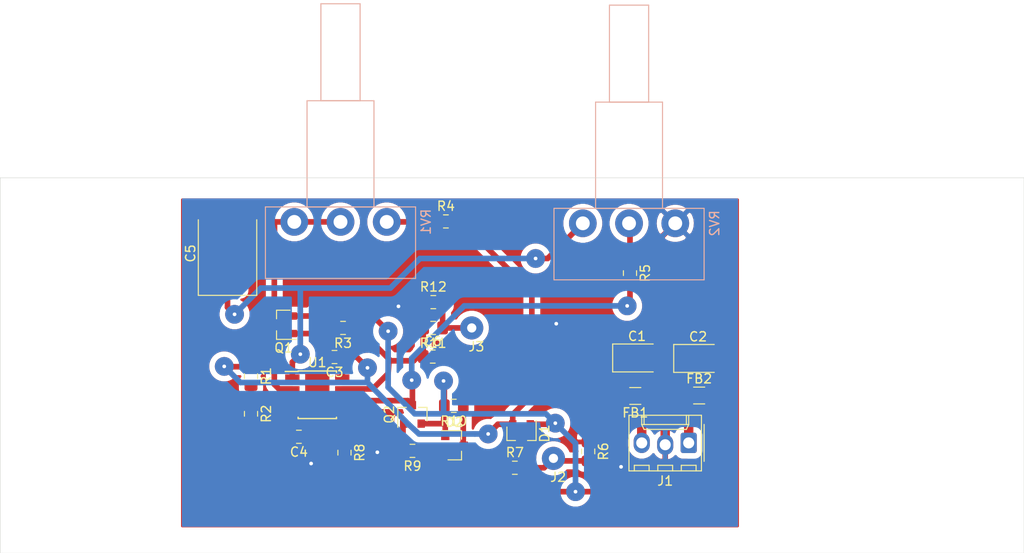
<source format=kicad_pcb>
(kicad_pcb (version 20171130) (host pcbnew 5.1.5+dfsg1-2build2)

  (general
    (thickness 1.6)
    (drawings 4)
    (tracks 203)
    (zones 0)
    (modules 30)
    (nets 20)
  )

  (page A4)
  (layers
    (0 F.Cu signal)
    (31 B.Cu signal)
    (32 B.Adhes user)
    (33 F.Adhes user)
    (34 B.Paste user)
    (35 F.Paste user)
    (36 B.SilkS user)
    (37 F.SilkS user)
    (38 B.Mask user)
    (39 F.Mask user)
    (40 Dwgs.User user)
    (41 Cmts.User user)
    (42 Eco1.User user)
    (43 Eco2.User user)
    (44 Edge.Cuts user)
    (45 Margin user)
    (46 B.CrtYd user)
    (47 F.CrtYd user)
    (48 B.Fab user)
    (49 F.Fab user)
  )

  (setup
    (last_trace_width 0.6096)
    (user_trace_width 0.6096)
    (user_trace_width 0.8128)
    (user_trace_width 1.016)
    (trace_clearance 0.6096)
    (zone_clearance 0.508)
    (zone_45_only no)
    (trace_min 0.2)
    (via_size 2.032)
    (via_drill 0.4)
    (via_min_size 0.4)
    (via_min_drill 0.3)
    (uvia_size 0.3)
    (uvia_drill 0.1)
    (uvias_allowed no)
    (uvia_min_size 0.2)
    (uvia_min_drill 0.1)
    (edge_width 0.05)
    (segment_width 0.2)
    (pcb_text_width 0.3)
    (pcb_text_size 1.5 1.5)
    (mod_edge_width 0.12)
    (mod_text_size 1 1)
    (mod_text_width 0.15)
    (pad_size 1.524 1.524)
    (pad_drill 0.762)
    (pad_to_mask_clearance 0.051)
    (solder_mask_min_width 0.25)
    (aux_axis_origin 0 0)
    (visible_elements FFFFFF7F)
    (pcbplotparams
      (layerselection 0x00000_ffffffff)
      (usegerberextensions false)
      (usegerberattributes false)
      (usegerberadvancedattributes false)
      (creategerberjobfile false)
      (excludeedgelayer true)
      (linewidth 0.100000)
      (plotframeref false)
      (viasonmask false)
      (mode 1)
      (useauxorigin false)
      (hpglpennumber 1)
      (hpglpenspeed 20)
      (hpglpendiameter 15.000000)
      (psnegative false)
      (psa4output false)
      (plotreference true)
      (plotvalue true)
      (plotinvisibletext false)
      (padsonsilk false)
      (subtractmaskfromsilk false)
      (outputformat 5)
      (mirror false)
      (drillshape 1)
      (scaleselection 1)
      (outputdirectory ""))
  )

  (net 0 "")
  (net 1 GND)
  (net 2 +5V)
  (net 3 -5V)
  (net 4 "Net-(C5-Pad1)")
  (net 5 "Net-(C5-Pad2)")
  (net 6 "Net-(C6-Pad2)")
  (net 7 "Net-(C6-Pad1)")
  (net 8 "Net-(D1-Pad3)")
  (net 9 "Net-(FB1-Pad1)")
  (net 10 "Net-(FB2-Pad1)")
  (net 11 "Net-(J2-Pad1)")
  (net 12 "Net-(J3-Pad1)")
  (net 13 "Net-(Q1-PadB)")
  (net 14 "Net-(Q2-PadB)")
  (net 15 "Net-(Q2-PadC)")
  (net 16 "Net-(R1-Pad2)")
  (net 17 "Net-(R4-Pad1)")
  (net 18 "Net-(R5-Pad1)")
  (net 19 "Net-(R8-Pad1)")

  (net_class Default "This is the default net class."
    (clearance 0.6096)
    (trace_width 0.6096)
    (via_dia 2.032)
    (via_drill 0.4)
    (uvia_dia 0.3)
    (uvia_drill 0.1)
    (add_net +5V)
    (add_net -5V)
    (add_net GND)
    (add_net "Net-(C5-Pad1)")
    (add_net "Net-(C5-Pad2)")
    (add_net "Net-(C6-Pad1)")
    (add_net "Net-(C6-Pad2)")
    (add_net "Net-(D1-Pad3)")
    (add_net "Net-(FB1-Pad1)")
    (add_net "Net-(FB2-Pad1)")
    (add_net "Net-(J2-Pad1)")
    (add_net "Net-(J3-Pad1)")
    (add_net "Net-(Q1-PadB)")
    (add_net "Net-(Q2-PadB)")
    (add_net "Net-(Q2-PadC)")
    (add_net "Net-(R1-Pad2)")
    (add_net "Net-(R4-Pad1)")
    (add_net "Net-(R5-Pad1)")
    (add_net "Net-(R8-Pad1)")
  )

  (module synkie_footprints:D_SOT-23_ANK (layer F.Cu) (tedit 587CCEF9) (tstamp 609ECCAB)
    (at 74.5396 54.356)
    (descr "SOT-23, Single Diode")
    (tags SOT-23)
    (path /60EDF1A0)
    (attr smd)
    (fp_text reference D2 (at 0 -2.5) (layer F.SilkS)
      (effects (font (size 1 1) (thickness 0.15)))
    )
    (fp_text value D (at 0 2.5) (layer F.Fab)
      (effects (font (size 1 1) (thickness 0.15)))
    )
    (fp_text user %R (at 0 -2.5) (layer F.Fab)
      (effects (font (size 1 1) (thickness 0.15)))
    )
    (fp_line (start -0.15 -0.45) (end -0.4 -0.45) (layer F.Fab) (width 0.1))
    (fp_line (start -0.15 -0.25) (end 0.15 -0.45) (layer F.Fab) (width 0.1))
    (fp_line (start -0.15 -0.65) (end -0.15 -0.25) (layer F.Fab) (width 0.1))
    (fp_line (start 0.15 -0.45) (end -0.15 -0.65) (layer F.Fab) (width 0.1))
    (fp_line (start 0.15 -0.45) (end 0.4 -0.45) (layer F.Fab) (width 0.1))
    (fp_line (start 0.15 -0.65) (end 0.15 -0.25) (layer F.Fab) (width 0.1))
    (fp_line (start 0.76 1.58) (end 0.76 0.65) (layer F.SilkS) (width 0.12))
    (fp_line (start 0.76 -1.58) (end 0.76 -0.65) (layer F.SilkS) (width 0.12))
    (fp_line (start 0.7 -1.52) (end 0.7 1.52) (layer F.Fab) (width 0.1))
    (fp_line (start -0.7 1.52) (end 0.7 1.52) (layer F.Fab) (width 0.1))
    (fp_line (start -1.7 -1.75) (end 1.7 -1.75) (layer F.CrtYd) (width 0.05))
    (fp_line (start 1.7 -1.75) (end 1.7 1.75) (layer F.CrtYd) (width 0.05))
    (fp_line (start 1.7 1.75) (end -1.7 1.75) (layer F.CrtYd) (width 0.05))
    (fp_line (start -1.7 1.75) (end -1.7 -1.75) (layer F.CrtYd) (width 0.05))
    (fp_line (start 0.76 -1.58) (end -1.4 -1.58) (layer F.SilkS) (width 0.12))
    (fp_line (start -0.7 -1.52) (end 0.7 -1.52) (layer F.Fab) (width 0.1))
    (fp_line (start -0.7 -1.52) (end -0.7 1.52) (layer F.Fab) (width 0.1))
    (fp_line (start 0.76 1.58) (end -0.7 1.58) (layer F.SilkS) (width 0.12))
    (pad 1 smd rect (at 1 0) (size 0.9 0.8) (layers F.Cu F.Paste F.Mask)
      (net 6 "Net-(C6-Pad2)"))
    (pad "" smd rect (at -1 0.95) (size 0.9 0.8) (layers F.Cu F.Paste F.Mask))
    (pad 2 smd rect (at -1 -0.95) (size 0.9 0.8) (layers F.Cu F.Paste F.Mask)
      (net 3 -5V))
    (model ${KISYS3DMOD}/Diode_SMD.3dshapes/D_SOT-23.wrl
      (at (xyz 0 0 0))
      (scale (xyz 1 1 1))
      (rotate (xyz 0 0 0))
    )
  )

  (module synkie_footprints:Potentiometer_Uwe_100k (layer B.Cu) (tedit 5F889378) (tstamp 609EF783)
    (at 57.2084 30.1752 90)
    (descr Potentiometer_Uwe_100k)
    (tags "Potentiometer Uwe 100k")
    (path /60D5E560)
    (fp_text reference RV1 (at 0 14.25 270) (layer B.SilkS)
      (effects (font (size 1 1) (thickness 0.15)) (justify mirror))
    )
    (fp_text value 100k (at 0 -4.25 270) (layer B.Fab)
      (effects (font (size 1 1) (thickness 0.15)) (justify mirror))
    )
    (fp_text user %R (at -2.25 5 270) (layer B.Fab)
      (effects (font (size 1 1) (thickness 0.15)) (justify mirror))
    )
    (fp_line (start 24 13.25) (end -6.25 13.25) (layer B.CrtYd) (width 0.05))
    (fp_line (start 24 -3.25) (end 24 13.25) (layer B.CrtYd) (width 0.05))
    (fp_line (start -6.25 -3.25) (end 24 -3.25) (layer B.CrtYd) (width 0.05))
    (fp_line (start -6.25 13.25) (end -6.25 -3.25) (layer B.CrtYd) (width 0.05))
    (fp_line (start 23.62 7.12) (end 23.62 2.88) (layer B.SilkS) (width 0.12))
    (fp_line (start 13.12 7.12) (end 13.12 2.88) (layer B.SilkS) (width 0.12))
    (fp_line (start 13.12 2.88) (end 23.62 2.88) (layer B.SilkS) (width 0.12))
    (fp_line (start 13.12 7.12) (end 23.62 7.12) (layer B.SilkS) (width 0.12))
    (fp_line (start 13.12 8.62) (end 13.12 1.38) (layer B.SilkS) (width 0.12))
    (fp_line (start 1.62 8.62) (end 1.62 1.38) (layer B.SilkS) (width 0.12))
    (fp_line (start 1.62 1.38) (end 13.12 1.38) (layer B.SilkS) (width 0.12))
    (fp_line (start 1.62 8.62) (end 13.12 8.62) (layer B.SilkS) (width 0.12))
    (fp_line (start 1.62 13.12) (end 1.62 -3.12) (layer B.SilkS) (width 0.12))
    (fp_line (start -6.12 13.12) (end -6.12 -3.12) (layer B.SilkS) (width 0.12))
    (fp_line (start -6.12 -3.12) (end 1.62 -3.12) (layer B.SilkS) (width 0.12))
    (fp_line (start -6.12 13.12) (end 1.62 13.12) (layer B.SilkS) (width 0.12))
    (fp_line (start 23.5 7) (end 13 7) (layer B.Fab) (width 0.1))
    (fp_line (start 23.5 3) (end 23.5 7) (layer B.Fab) (width 0.1))
    (fp_line (start 13 3) (end 23.5 3) (layer B.Fab) (width 0.1))
    (fp_line (start 13 7) (end 13 3) (layer B.Fab) (width 0.1))
    (fp_line (start 13 8.5) (end 1.5 8.5) (layer B.Fab) (width 0.1))
    (fp_line (start 13 1.5) (end 13 8.5) (layer B.Fab) (width 0.1))
    (fp_line (start 1.5 1.5) (end 13 1.5) (layer B.Fab) (width 0.1))
    (fp_line (start 1.5 8.5) (end 1.5 1.5) (layer B.Fab) (width 0.1))
    (fp_line (start 1.5 13) (end -6 13) (layer B.Fab) (width 0.1))
    (fp_line (start 1.5 -3) (end 1.5 13) (layer B.Fab) (width 0.1))
    (fp_line (start -6 -3) (end 1.5 -3) (layer B.Fab) (width 0.1))
    (fp_line (start -6 13) (end -6 -3) (layer B.Fab) (width 0.1))
    (pad 1 thru_hole circle (at 0 0 90) (size 3 3) (drill 1.5) (layers *.Cu *.Mask)
      (net 5 "Net-(C5-Pad2)"))
    (pad 2 thru_hole circle (at 0 5 90) (size 3 3) (drill 1.5) (layers *.Cu *.Mask)
      (net 5 "Net-(C5-Pad2)"))
    (pad 3 thru_hole circle (at 0 10 90) (size 3 3) (drill 1.5) (layers *.Cu *.Mask)
      (net 17 "Net-(R4-Pad1)"))
    (model ${KISYS3DMOD}/Potentiometer_THT.3dshapes/Potentiometer_Piher_T-16H_Single_Horizontal.wrl
      (at (xyz 0 0 0))
      (scale (xyz 1 1 1))
      (rotate (xyz 0 0 0))
    )
  )

  (module synkie_footprints:SOIC-8_3.9x4.9mm_P1.27mm (layer F.Cu) (tedit 5A02F2D3) (tstamp 609EB062)
    (at 59.6976 48.895)
    (descr "8-Lead Plastic Small Outline (SN) - Narrow, 3.90 mm Body [SOIC] (see Microchip Packaging Specification 00000049BS.pdf)")
    (tags "SOIC 1.27")
    (path /60D52F21)
    (attr smd)
    (fp_text reference U1 (at 0 -3.5) (layer F.SilkS)
      (effects (font (size 1 1) (thickness 0.15)))
    )
    (fp_text value LMH6643 (at 0 3.5) (layer F.Fab)
      (effects (font (size 1 1) (thickness 0.15)))
    )
    (fp_line (start -2.075 -2.525) (end -3.475 -2.525) (layer F.SilkS) (width 0.15))
    (fp_line (start -2.075 2.575) (end 2.075 2.575) (layer F.SilkS) (width 0.15))
    (fp_line (start -2.075 -2.575) (end 2.075 -2.575) (layer F.SilkS) (width 0.15))
    (fp_line (start -2.075 2.575) (end -2.075 2.43) (layer F.SilkS) (width 0.15))
    (fp_line (start 2.075 2.575) (end 2.075 2.43) (layer F.SilkS) (width 0.15))
    (fp_line (start 2.075 -2.575) (end 2.075 -2.43) (layer F.SilkS) (width 0.15))
    (fp_line (start -2.075 -2.575) (end -2.075 -2.525) (layer F.SilkS) (width 0.15))
    (fp_line (start -3.73 2.7) (end 3.73 2.7) (layer F.CrtYd) (width 0.05))
    (fp_line (start -3.73 -2.7) (end 3.73 -2.7) (layer F.CrtYd) (width 0.05))
    (fp_line (start 3.73 -2.7) (end 3.73 2.7) (layer F.CrtYd) (width 0.05))
    (fp_line (start -3.73 -2.7) (end -3.73 2.7) (layer F.CrtYd) (width 0.05))
    (fp_line (start -1.95 -1.45) (end -0.95 -2.45) (layer F.Fab) (width 0.1))
    (fp_line (start -1.95 2.45) (end -1.95 -1.45) (layer F.Fab) (width 0.1))
    (fp_line (start 1.95 2.45) (end -1.95 2.45) (layer F.Fab) (width 0.1))
    (fp_line (start 1.95 -2.45) (end 1.95 2.45) (layer F.Fab) (width 0.1))
    (fp_line (start -0.95 -2.45) (end 1.95 -2.45) (layer F.Fab) (width 0.1))
    (fp_text user %R (at 0 0) (layer F.Fab)
      (effects (font (size 1 1) (thickness 0.15)))
    )
    (pad 8 smd rect (at 2.7 -1.905) (size 1.55 0.6) (layers F.Cu F.Paste F.Mask)
      (net 2 +5V))
    (pad 7 smd rect (at 2.7 -0.635) (size 1.55 0.6) (layers F.Cu F.Paste F.Mask)
      (net 7 "Net-(C6-Pad1)"))
    (pad 6 smd rect (at 2.7 0.635) (size 1.55 0.6) (layers F.Cu F.Paste F.Mask)
      (net 15 "Net-(Q2-PadC)"))
    (pad 5 smd rect (at 2.7 1.905) (size 1.55 0.6) (layers F.Cu F.Paste F.Mask)
      (net 19 "Net-(R8-Pad1)"))
    (pad 4 smd rect (at -2.7 1.905) (size 1.55 0.6) (layers F.Cu F.Paste F.Mask)
      (net 3 -5V))
    (pad 3 smd rect (at -2.7 0.635) (size 1.55 0.6) (layers F.Cu F.Paste F.Mask)
      (net 16 "Net-(R1-Pad2)"))
    (pad 2 smd rect (at -2.7 -0.635) (size 1.55 0.6) (layers F.Cu F.Paste F.Mask)
      (net 5 "Net-(C5-Pad2)"))
    (pad 1 smd rect (at -2.7 -1.905) (size 1.55 0.6) (layers F.Cu F.Paste F.Mask)
      (net 4 "Net-(C5-Pad1)"))
    (model ${KISYS3DMOD}/Package_SO.3dshapes/SOIC-8_3.9x4.9mm_P1.27mm.wrl
      (at (xyz 0 0 0))
      (scale (xyz 1 1 1))
      (rotate (xyz 0 0 0))
    )
  )

  (module synkie_footprints:Potentiometer_Uwe_100k (layer B.Cu) (tedit 5F889378) (tstamp 609EF4C0)
    (at 88.4212 30.3276 90)
    (descr Potentiometer_Uwe_100k)
    (tags "Potentiometer Uwe 100k")
    (path /60D76600)
    (fp_text reference RV2 (at 0 14.25 270) (layer B.SilkS)
      (effects (font (size 1 1) (thickness 0.15)) (justify mirror))
    )
    (fp_text value 100k (at 0 -4.25 270) (layer B.Fab)
      (effects (font (size 1 1) (thickness 0.15)) (justify mirror))
    )
    (fp_text user %R (at -2.25 5 270) (layer B.Fab)
      (effects (font (size 1 1) (thickness 0.15)) (justify mirror))
    )
    (fp_line (start 24 13.25) (end -6.25 13.25) (layer B.CrtYd) (width 0.05))
    (fp_line (start 24 -3.25) (end 24 13.25) (layer B.CrtYd) (width 0.05))
    (fp_line (start -6.25 -3.25) (end 24 -3.25) (layer B.CrtYd) (width 0.05))
    (fp_line (start -6.25 13.25) (end -6.25 -3.25) (layer B.CrtYd) (width 0.05))
    (fp_line (start 23.62 7.12) (end 23.62 2.88) (layer B.SilkS) (width 0.12))
    (fp_line (start 13.12 7.12) (end 13.12 2.88) (layer B.SilkS) (width 0.12))
    (fp_line (start 13.12 2.88) (end 23.62 2.88) (layer B.SilkS) (width 0.12))
    (fp_line (start 13.12 7.12) (end 23.62 7.12) (layer B.SilkS) (width 0.12))
    (fp_line (start 13.12 8.62) (end 13.12 1.38) (layer B.SilkS) (width 0.12))
    (fp_line (start 1.62 8.62) (end 1.62 1.38) (layer B.SilkS) (width 0.12))
    (fp_line (start 1.62 1.38) (end 13.12 1.38) (layer B.SilkS) (width 0.12))
    (fp_line (start 1.62 8.62) (end 13.12 8.62) (layer B.SilkS) (width 0.12))
    (fp_line (start 1.62 13.12) (end 1.62 -3.12) (layer B.SilkS) (width 0.12))
    (fp_line (start -6.12 13.12) (end -6.12 -3.12) (layer B.SilkS) (width 0.12))
    (fp_line (start -6.12 -3.12) (end 1.62 -3.12) (layer B.SilkS) (width 0.12))
    (fp_line (start -6.12 13.12) (end 1.62 13.12) (layer B.SilkS) (width 0.12))
    (fp_line (start 23.5 7) (end 13 7) (layer B.Fab) (width 0.1))
    (fp_line (start 23.5 3) (end 23.5 7) (layer B.Fab) (width 0.1))
    (fp_line (start 13 3) (end 23.5 3) (layer B.Fab) (width 0.1))
    (fp_line (start 13 7) (end 13 3) (layer B.Fab) (width 0.1))
    (fp_line (start 13 8.5) (end 1.5 8.5) (layer B.Fab) (width 0.1))
    (fp_line (start 13 1.5) (end 13 8.5) (layer B.Fab) (width 0.1))
    (fp_line (start 1.5 1.5) (end 13 1.5) (layer B.Fab) (width 0.1))
    (fp_line (start 1.5 8.5) (end 1.5 1.5) (layer B.Fab) (width 0.1))
    (fp_line (start 1.5 13) (end -6 13) (layer B.Fab) (width 0.1))
    (fp_line (start 1.5 -3) (end 1.5 13) (layer B.Fab) (width 0.1))
    (fp_line (start -6 -3) (end 1.5 -3) (layer B.Fab) (width 0.1))
    (fp_line (start -6 13) (end -6 -3) (layer B.Fab) (width 0.1))
    (pad 1 thru_hole circle (at 0 0 90) (size 3 3) (drill 1.5) (layers *.Cu *.Mask)
      (net 4 "Net-(C5-Pad1)"))
    (pad 2 thru_hole circle (at 0 5 90) (size 3 3) (drill 1.5) (layers *.Cu *.Mask)
      (net 18 "Net-(R5-Pad1)"))
    (pad 3 thru_hole circle (at 0 10 90) (size 3 3) (drill 1.5) (layers *.Cu *.Mask)
      (net 1 GND))
    (model ${KISYS3DMOD}/Potentiometer_THT.3dshapes/Potentiometer_Piher_T-16H_Single_Horizontal.wrl
      (at (xyz 0 0 0))
      (scale (xyz 1 1 1))
      (rotate (xyz 0 0 0))
    )
  )

  (module synkie_footprints:R_0805_2012Metric_Pad1.15x1.40mm_HandSolder (layer F.Cu) (tedit 5B36C52B) (tstamp 609EAB08)
    (at 72.2466 38.862)
    (descr "Resistor SMD 0805 (2012 Metric), square (rectangular) end terminal, IPC_7351 nominal with elongated pad for handsoldering. (Body size source: https://docs.google.com/spreadsheets/d/1BsfQQcO9C6DZCsRaXUlFlo91Tg2WpOkGARC1WS5S8t0/edit?usp=sharing), generated with kicad-footprint-generator")
    (tags "resistor handsolder")
    (path /60D87C9E)
    (attr smd)
    (fp_text reference R12 (at 0 -1.65) (layer F.SilkS)
      (effects (font (size 1 1) (thickness 0.15)))
    )
    (fp_text value 51 (at 0 1.65) (layer F.Fab)
      (effects (font (size 1 1) (thickness 0.15)))
    )
    (fp_text user %R (at 0 0) (layer F.Fab)
      (effects (font (size 0.5 0.5) (thickness 0.08)))
    )
    (fp_line (start 1.85 0.95) (end -1.85 0.95) (layer F.CrtYd) (width 0.05))
    (fp_line (start 1.85 -0.95) (end 1.85 0.95) (layer F.CrtYd) (width 0.05))
    (fp_line (start -1.85 -0.95) (end 1.85 -0.95) (layer F.CrtYd) (width 0.05))
    (fp_line (start -1.85 0.95) (end -1.85 -0.95) (layer F.CrtYd) (width 0.05))
    (fp_line (start -0.261252 0.71) (end 0.261252 0.71) (layer F.SilkS) (width 0.12))
    (fp_line (start -0.261252 -0.71) (end 0.261252 -0.71) (layer F.SilkS) (width 0.12))
    (fp_line (start 1 0.6) (end -1 0.6) (layer F.Fab) (width 0.1))
    (fp_line (start 1 -0.6) (end 1 0.6) (layer F.Fab) (width 0.1))
    (fp_line (start -1 -0.6) (end 1 -0.6) (layer F.Fab) (width 0.1))
    (fp_line (start -1 0.6) (end -1 -0.6) (layer F.Fab) (width 0.1))
    (pad 2 smd roundrect (at 1.025 0) (size 1.15 1.4) (layers F.Cu F.Paste F.Mask) (roundrect_rratio 0.217391)
      (net 12 "Net-(J3-Pad1)"))
    (pad 1 smd roundrect (at -1.025 0) (size 1.15 1.4) (layers F.Cu F.Paste F.Mask) (roundrect_rratio 0.217391)
      (net 1 GND))
    (model ${KISYS3DMOD}/Resistor_SMD.3dshapes/R_0805_2012Metric.wrl
      (at (xyz 0 0 0))
      (scale (xyz 1 1 1))
      (rotate (xyz 0 0 0))
    )
  )

  (module synkie_footprints:R_0805_2012Metric_Pad1.15x1.40mm_HandSolder (layer F.Cu) (tedit 5B36C52B) (tstamp 609EAAF7)
    (at 72.2286 41.656 180)
    (descr "Resistor SMD 0805 (2012 Metric), square (rectangular) end terminal, IPC_7351 nominal with elongated pad for handsoldering. (Body size source: https://docs.google.com/spreadsheets/d/1BsfQQcO9C6DZCsRaXUlFlo91Tg2WpOkGARC1WS5S8t0/edit?usp=sharing), generated with kicad-footprint-generator")
    (tags "resistor handsolder")
    (path /60D8759F)
    (attr smd)
    (fp_text reference R11 (at 0 -1.65) (layer F.SilkS)
      (effects (font (size 1 1) (thickness 0.15)))
    )
    (fp_text value 200 (at 0 1.65) (layer F.Fab)
      (effects (font (size 1 1) (thickness 0.15)))
    )
    (fp_text user %R (at 0 0) (layer F.Fab)
      (effects (font (size 0.5 0.5) (thickness 0.08)))
    )
    (fp_line (start 1.85 0.95) (end -1.85 0.95) (layer F.CrtYd) (width 0.05))
    (fp_line (start 1.85 -0.95) (end 1.85 0.95) (layer F.CrtYd) (width 0.05))
    (fp_line (start -1.85 -0.95) (end 1.85 -0.95) (layer F.CrtYd) (width 0.05))
    (fp_line (start -1.85 0.95) (end -1.85 -0.95) (layer F.CrtYd) (width 0.05))
    (fp_line (start -0.261252 0.71) (end 0.261252 0.71) (layer F.SilkS) (width 0.12))
    (fp_line (start -0.261252 -0.71) (end 0.261252 -0.71) (layer F.SilkS) (width 0.12))
    (fp_line (start 1 0.6) (end -1 0.6) (layer F.Fab) (width 0.1))
    (fp_line (start 1 -0.6) (end 1 0.6) (layer F.Fab) (width 0.1))
    (fp_line (start -1 -0.6) (end 1 -0.6) (layer F.Fab) (width 0.1))
    (fp_line (start -1 0.6) (end -1 -0.6) (layer F.Fab) (width 0.1))
    (pad 2 smd roundrect (at 1.025 0 180) (size 1.15 1.4) (layers F.Cu F.Paste F.Mask) (roundrect_rratio 0.217391)
      (net 7 "Net-(C6-Pad1)"))
    (pad 1 smd roundrect (at -1.025 0 180) (size 1.15 1.4) (layers F.Cu F.Paste F.Mask) (roundrect_rratio 0.217391)
      (net 12 "Net-(J3-Pad1)"))
    (model ${KISYS3DMOD}/Resistor_SMD.3dshapes/R_0805_2012Metric.wrl
      (at (xyz 0 0 0))
      (scale (xyz 1 1 1))
      (rotate (xyz 0 0 0))
    )
  )

  (module synkie_footprints:R_0805_2012Metric_Pad1.15x1.40mm_HandSolder (layer F.Cu) (tedit 5B36C52B) (tstamp 609ECD67)
    (at 74.4638 50.0888 180)
    (descr "Resistor SMD 0805 (2012 Metric), square (rectangular) end terminal, IPC_7351 nominal with elongated pad for handsoldering. (Body size source: https://docs.google.com/spreadsheets/d/1BsfQQcO9C6DZCsRaXUlFlo91Tg2WpOkGARC1WS5S8t0/edit?usp=sharing), generated with kicad-footprint-generator")
    (tags "resistor handsolder")
    (path /60D9A873)
    (attr smd)
    (fp_text reference R10 (at 0 -1.65) (layer F.SilkS)
      (effects (font (size 1 1) (thickness 0.15)))
    )
    (fp_text value 1k (at 0 1.65) (layer F.Fab)
      (effects (font (size 1 1) (thickness 0.15)))
    )
    (fp_text user %R (at 0 0) (layer F.Fab)
      (effects (font (size 0.5 0.5) (thickness 0.08)))
    )
    (fp_line (start 1.85 0.95) (end -1.85 0.95) (layer F.CrtYd) (width 0.05))
    (fp_line (start 1.85 -0.95) (end 1.85 0.95) (layer F.CrtYd) (width 0.05))
    (fp_line (start -1.85 -0.95) (end 1.85 -0.95) (layer F.CrtYd) (width 0.05))
    (fp_line (start -1.85 0.95) (end -1.85 -0.95) (layer F.CrtYd) (width 0.05))
    (fp_line (start -0.261252 0.71) (end 0.261252 0.71) (layer F.SilkS) (width 0.12))
    (fp_line (start -0.261252 -0.71) (end 0.261252 -0.71) (layer F.SilkS) (width 0.12))
    (fp_line (start 1 0.6) (end -1 0.6) (layer F.Fab) (width 0.1))
    (fp_line (start 1 -0.6) (end 1 0.6) (layer F.Fab) (width 0.1))
    (fp_line (start -1 -0.6) (end 1 -0.6) (layer F.Fab) (width 0.1))
    (fp_line (start -1 0.6) (end -1 -0.6) (layer F.Fab) (width 0.1))
    (pad 2 smd roundrect (at 1.025 0 180) (size 1.15 1.4) (layers F.Cu F.Paste F.Mask) (roundrect_rratio 0.217391)
      (net 3 -5V))
    (pad 1 smd roundrect (at -1.025 0 180) (size 1.15 1.4) (layers F.Cu F.Paste F.Mask) (roundrect_rratio 0.217391)
      (net 6 "Net-(C6-Pad2)"))
    (model ${KISYS3DMOD}/Resistor_SMD.3dshapes/R_0805_2012Metric.wrl
      (at (xyz 0 0 0))
      (scale (xyz 1 1 1))
      (rotate (xyz 0 0 0))
    )
  )

  (module synkie_footprints:R_0805_2012Metric_Pad1.15x1.40mm_HandSolder (layer F.Cu) (tedit 5B36C52B) (tstamp 609ECCF2)
    (at 69.9934 54.9656 180)
    (descr "Resistor SMD 0805 (2012 Metric), square (rectangular) end terminal, IPC_7351 nominal with elongated pad for handsoldering. (Body size source: https://docs.google.com/spreadsheets/d/1BsfQQcO9C6DZCsRaXUlFlo91Tg2WpOkGARC1WS5S8t0/edit?usp=sharing), generated with kicad-footprint-generator")
    (tags "resistor handsolder")
    (path /60EDB153)
    (attr smd)
    (fp_text reference R9 (at 0 -1.65) (layer F.SilkS)
      (effects (font (size 1 1) (thickness 0.15)))
    )
    (fp_text value 5k1 (at 0 1.65) (layer F.Fab)
      (effects (font (size 1 1) (thickness 0.15)))
    )
    (fp_text user %R (at 0 0) (layer F.Fab)
      (effects (font (size 0.5 0.5) (thickness 0.08)))
    )
    (fp_line (start 1.85 0.95) (end -1.85 0.95) (layer F.CrtYd) (width 0.05))
    (fp_line (start 1.85 -0.95) (end 1.85 0.95) (layer F.CrtYd) (width 0.05))
    (fp_line (start -1.85 -0.95) (end 1.85 -0.95) (layer F.CrtYd) (width 0.05))
    (fp_line (start -1.85 0.95) (end -1.85 -0.95) (layer F.CrtYd) (width 0.05))
    (fp_line (start -0.261252 0.71) (end 0.261252 0.71) (layer F.SilkS) (width 0.12))
    (fp_line (start -0.261252 -0.71) (end 0.261252 -0.71) (layer F.SilkS) (width 0.12))
    (fp_line (start 1 0.6) (end -1 0.6) (layer F.Fab) (width 0.1))
    (fp_line (start 1 -0.6) (end 1 0.6) (layer F.Fab) (width 0.1))
    (fp_line (start -1 -0.6) (end 1 -0.6) (layer F.Fab) (width 0.1))
    (fp_line (start -1 0.6) (end -1 -0.6) (layer F.Fab) (width 0.1))
    (pad 2 smd roundrect (at 1.025 0 180) (size 1.15 1.4) (layers F.Cu F.Paste F.Mask) (roundrect_rratio 0.217391)
      (net 14 "Net-(Q2-PadB)"))
    (pad 1 smd roundrect (at -1.025 0 180) (size 1.15 1.4) (layers F.Cu F.Paste F.Mask) (roundrect_rratio 0.217391)
      (net 6 "Net-(C6-Pad2)"))
    (model ${KISYS3DMOD}/Resistor_SMD.3dshapes/R_0805_2012Metric.wrl
      (at (xyz 0 0 0))
      (scale (xyz 1 1 1))
      (rotate (xyz 0 0 0))
    )
  )

  (module synkie_footprints:R_0805_2012Metric_Pad1.15x1.40mm_HandSolder (layer F.Cu) (tedit 5B36C52B) (tstamp 609EAAC4)
    (at 62.6364 55.1598 270)
    (descr "Resistor SMD 0805 (2012 Metric), square (rectangular) end terminal, IPC_7351 nominal with elongated pad for handsoldering. (Body size source: https://docs.google.com/spreadsheets/d/1BsfQQcO9C6DZCsRaXUlFlo91Tg2WpOkGARC1WS5S8t0/edit?usp=sharing), generated with kicad-footprint-generator")
    (tags "resistor handsolder")
    (path /5DCB0590)
    (attr smd)
    (fp_text reference R8 (at 0 -1.65 90) (layer F.SilkS)
      (effects (font (size 1 1) (thickness 0.15)))
    )
    (fp_text value 1k (at 0 1.65 90) (layer F.Fab)
      (effects (font (size 1 1) (thickness 0.15)))
    )
    (fp_text user %R (at 0 0 90) (layer F.Fab)
      (effects (font (size 0.5 0.5) (thickness 0.08)))
    )
    (fp_line (start 1.85 0.95) (end -1.85 0.95) (layer F.CrtYd) (width 0.05))
    (fp_line (start 1.85 -0.95) (end 1.85 0.95) (layer F.CrtYd) (width 0.05))
    (fp_line (start -1.85 -0.95) (end 1.85 -0.95) (layer F.CrtYd) (width 0.05))
    (fp_line (start -1.85 0.95) (end -1.85 -0.95) (layer F.CrtYd) (width 0.05))
    (fp_line (start -0.261252 0.71) (end 0.261252 0.71) (layer F.SilkS) (width 0.12))
    (fp_line (start -0.261252 -0.71) (end 0.261252 -0.71) (layer F.SilkS) (width 0.12))
    (fp_line (start 1 0.6) (end -1 0.6) (layer F.Fab) (width 0.1))
    (fp_line (start 1 -0.6) (end 1 0.6) (layer F.Fab) (width 0.1))
    (fp_line (start -1 -0.6) (end 1 -0.6) (layer F.Fab) (width 0.1))
    (fp_line (start -1 0.6) (end -1 -0.6) (layer F.Fab) (width 0.1))
    (pad 2 smd roundrect (at 1.025 0 270) (size 1.15 1.4) (layers F.Cu F.Paste F.Mask) (roundrect_rratio 0.217391)
      (net 8 "Net-(D1-Pad3)"))
    (pad 1 smd roundrect (at -1.025 0 270) (size 1.15 1.4) (layers F.Cu F.Paste F.Mask) (roundrect_rratio 0.217391)
      (net 19 "Net-(R8-Pad1)"))
    (model ${KISYS3DMOD}/Resistor_SMD.3dshapes/R_0805_2012Metric.wrl
      (at (xyz 0 0 0))
      (scale (xyz 1 1 1))
      (rotate (xyz 0 0 0))
    )
  )

  (module synkie_footprints:R_0805_2012Metric_Pad1.15x1.40mm_HandSolder (layer F.Cu) (tedit 5B36C52B) (tstamp 609EAAB3)
    (at 81.0678 56.7944)
    (descr "Resistor SMD 0805 (2012 Metric), square (rectangular) end terminal, IPC_7351 nominal with elongated pad for handsoldering. (Body size source: https://docs.google.com/spreadsheets/d/1BsfQQcO9C6DZCsRaXUlFlo91Tg2WpOkGARC1WS5S8t0/edit?usp=sharing), generated with kicad-footprint-generator")
    (tags "resistor handsolder")
    (path /5DCC6769)
    (attr smd)
    (fp_text reference R7 (at 0 -1.65) (layer F.SilkS)
      (effects (font (size 1 1) (thickness 0.15)))
    )
    (fp_text value 75 (at 0 1.65) (layer F.Fab)
      (effects (font (size 1 1) (thickness 0.15)))
    )
    (fp_text user %R (at 0 0) (layer F.Fab)
      (effects (font (size 0.5 0.5) (thickness 0.08)))
    )
    (fp_line (start 1.85 0.95) (end -1.85 0.95) (layer F.CrtYd) (width 0.05))
    (fp_line (start 1.85 -0.95) (end 1.85 0.95) (layer F.CrtYd) (width 0.05))
    (fp_line (start -1.85 -0.95) (end 1.85 -0.95) (layer F.CrtYd) (width 0.05))
    (fp_line (start -1.85 0.95) (end -1.85 -0.95) (layer F.CrtYd) (width 0.05))
    (fp_line (start -0.261252 0.71) (end 0.261252 0.71) (layer F.SilkS) (width 0.12))
    (fp_line (start -0.261252 -0.71) (end 0.261252 -0.71) (layer F.SilkS) (width 0.12))
    (fp_line (start 1 0.6) (end -1 0.6) (layer F.Fab) (width 0.1))
    (fp_line (start 1 -0.6) (end 1 0.6) (layer F.Fab) (width 0.1))
    (fp_line (start -1 -0.6) (end 1 -0.6) (layer F.Fab) (width 0.1))
    (fp_line (start -1 0.6) (end -1 -0.6) (layer F.Fab) (width 0.1))
    (pad 2 smd roundrect (at 1.025 0) (size 1.15 1.4) (layers F.Cu F.Paste F.Mask) (roundrect_rratio 0.217391)
      (net 11 "Net-(J2-Pad1)"))
    (pad 1 smd roundrect (at -1.025 0) (size 1.15 1.4) (layers F.Cu F.Paste F.Mask) (roundrect_rratio 0.217391)
      (net 8 "Net-(D1-Pad3)"))
    (model ${KISYS3DMOD}/Resistor_SMD.3dshapes/R_0805_2012Metric.wrl
      (at (xyz 0 0 0))
      (scale (xyz 1 1 1))
      (rotate (xyz 0 0 0))
    )
  )

  (module synkie_footprints:R_0805_2012Metric_Pad1.15x1.40mm_HandSolder (layer F.Cu) (tedit 5B36C52B) (tstamp 609EAAA2)
    (at 89.0016 55.0254 270)
    (descr "Resistor SMD 0805 (2012 Metric), square (rectangular) end terminal, IPC_7351 nominal with elongated pad for handsoldering. (Body size source: https://docs.google.com/spreadsheets/d/1BsfQQcO9C6DZCsRaXUlFlo91Tg2WpOkGARC1WS5S8t0/edit?usp=sharing), generated with kicad-footprint-generator")
    (tags "resistor handsolder")
    (path /5DCC7045)
    (attr smd)
    (fp_text reference R6 (at 0 -1.65 90) (layer F.SilkS)
      (effects (font (size 1 1) (thickness 0.15)))
    )
    (fp_text value 10k (at 0 1.65 90) (layer F.Fab)
      (effects (font (size 1 1) (thickness 0.15)))
    )
    (fp_text user %R (at 0 0 90) (layer F.Fab)
      (effects (font (size 0.5 0.5) (thickness 0.08)))
    )
    (fp_line (start 1.85 0.95) (end -1.85 0.95) (layer F.CrtYd) (width 0.05))
    (fp_line (start 1.85 -0.95) (end 1.85 0.95) (layer F.CrtYd) (width 0.05))
    (fp_line (start -1.85 -0.95) (end 1.85 -0.95) (layer F.CrtYd) (width 0.05))
    (fp_line (start -1.85 0.95) (end -1.85 -0.95) (layer F.CrtYd) (width 0.05))
    (fp_line (start -0.261252 0.71) (end 0.261252 0.71) (layer F.SilkS) (width 0.12))
    (fp_line (start -0.261252 -0.71) (end 0.261252 -0.71) (layer F.SilkS) (width 0.12))
    (fp_line (start 1 0.6) (end -1 0.6) (layer F.Fab) (width 0.1))
    (fp_line (start 1 -0.6) (end 1 0.6) (layer F.Fab) (width 0.1))
    (fp_line (start -1 -0.6) (end 1 -0.6) (layer F.Fab) (width 0.1))
    (fp_line (start -1 0.6) (end -1 -0.6) (layer F.Fab) (width 0.1))
    (pad 2 smd roundrect (at 1.025 0 270) (size 1.15 1.4) (layers F.Cu F.Paste F.Mask) (roundrect_rratio 0.217391)
      (net 11 "Net-(J2-Pad1)"))
    (pad 1 smd roundrect (at -1.025 0 270) (size 1.15 1.4) (layers F.Cu F.Paste F.Mask) (roundrect_rratio 0.217391)
      (net 1 GND))
    (model ${KISYS3DMOD}/Resistor_SMD.3dshapes/R_0805_2012Metric.wrl
      (at (xyz 0 0 0))
      (scale (xyz 1 1 1))
      (rotate (xyz 0 0 0))
    )
  )

  (module synkie_footprints:R_0805_2012Metric_Pad1.15x1.40mm_HandSolder (layer F.Cu) (tedit 5B36C52B) (tstamp 609EAA91)
    (at 93.5228 35.7214 270)
    (descr "Resistor SMD 0805 (2012 Metric), square (rectangular) end terminal, IPC_7351 nominal with elongated pad for handsoldering. (Body size source: https://docs.google.com/spreadsheets/d/1BsfQQcO9C6DZCsRaXUlFlo91Tg2WpOkGARC1WS5S8t0/edit?usp=sharing), generated with kicad-footprint-generator")
    (tags "resistor handsolder")
    (path /60DF8D49)
    (attr smd)
    (fp_text reference R5 (at 0 -1.65 90) (layer F.SilkS)
      (effects (font (size 1 1) (thickness 0.15)))
    )
    (fp_text value 10k (at 0 1.65 90) (layer F.Fab)
      (effects (font (size 1 1) (thickness 0.15)))
    )
    (fp_text user %R (at 0 0 90) (layer F.Fab)
      (effects (font (size 0.5 0.5) (thickness 0.08)))
    )
    (fp_line (start 1.85 0.95) (end -1.85 0.95) (layer F.CrtYd) (width 0.05))
    (fp_line (start 1.85 -0.95) (end 1.85 0.95) (layer F.CrtYd) (width 0.05))
    (fp_line (start -1.85 -0.95) (end 1.85 -0.95) (layer F.CrtYd) (width 0.05))
    (fp_line (start -1.85 0.95) (end -1.85 -0.95) (layer F.CrtYd) (width 0.05))
    (fp_line (start -0.261252 0.71) (end 0.261252 0.71) (layer F.SilkS) (width 0.12))
    (fp_line (start -0.261252 -0.71) (end 0.261252 -0.71) (layer F.SilkS) (width 0.12))
    (fp_line (start 1 0.6) (end -1 0.6) (layer F.Fab) (width 0.1))
    (fp_line (start 1 -0.6) (end 1 0.6) (layer F.Fab) (width 0.1))
    (fp_line (start -1 -0.6) (end 1 -0.6) (layer F.Fab) (width 0.1))
    (fp_line (start -1 0.6) (end -1 -0.6) (layer F.Fab) (width 0.1))
    (pad 2 smd roundrect (at 1.025 0 270) (size 1.15 1.4) (layers F.Cu F.Paste F.Mask) (roundrect_rratio 0.217391)
      (net 15 "Net-(Q2-PadC)"))
    (pad 1 smd roundrect (at -1.025 0 270) (size 1.15 1.4) (layers F.Cu F.Paste F.Mask) (roundrect_rratio 0.217391)
      (net 18 "Net-(R5-Pad1)"))
    (model ${KISYS3DMOD}/Resistor_SMD.3dshapes/R_0805_2012Metric.wrl
      (at (xyz 0 0 0))
      (scale (xyz 1 1 1))
      (rotate (xyz 0 0 0))
    )
  )

  (module synkie_footprints:R_0805_2012Metric_Pad1.15x1.40mm_HandSolder (layer F.Cu) (tedit 5B36C52B) (tstamp 609EAA80)
    (at 73.6092 30.1244)
    (descr "Resistor SMD 0805 (2012 Metric), square (rectangular) end terminal, IPC_7351 nominal with elongated pad for handsoldering. (Body size source: https://docs.google.com/spreadsheets/d/1BsfQQcO9C6DZCsRaXUlFlo91Tg2WpOkGARC1WS5S8t0/edit?usp=sharing), generated with kicad-footprint-generator")
    (tags "resistor handsolder")
    (path /60EF24B8)
    (attr smd)
    (fp_text reference R4 (at 0 -1.65) (layer F.SilkS)
      (effects (font (size 1 1) (thickness 0.15)))
    )
    (fp_text value 100 (at 0 1.65) (layer F.Fab)
      (effects (font (size 1 1) (thickness 0.15)))
    )
    (fp_text user %R (at 0 0) (layer F.Fab)
      (effects (font (size 0.5 0.5) (thickness 0.08)))
    )
    (fp_line (start 1.85 0.95) (end -1.85 0.95) (layer F.CrtYd) (width 0.05))
    (fp_line (start 1.85 -0.95) (end 1.85 0.95) (layer F.CrtYd) (width 0.05))
    (fp_line (start -1.85 -0.95) (end 1.85 -0.95) (layer F.CrtYd) (width 0.05))
    (fp_line (start -1.85 0.95) (end -1.85 -0.95) (layer F.CrtYd) (width 0.05))
    (fp_line (start -0.261252 0.71) (end 0.261252 0.71) (layer F.SilkS) (width 0.12))
    (fp_line (start -0.261252 -0.71) (end 0.261252 -0.71) (layer F.SilkS) (width 0.12))
    (fp_line (start 1 0.6) (end -1 0.6) (layer F.Fab) (width 0.1))
    (fp_line (start 1 -0.6) (end 1 0.6) (layer F.Fab) (width 0.1))
    (fp_line (start -1 -0.6) (end 1 -0.6) (layer F.Fab) (width 0.1))
    (fp_line (start -1 0.6) (end -1 -0.6) (layer F.Fab) (width 0.1))
    (pad 2 smd roundrect (at 1.025 0) (size 1.15 1.4) (layers F.Cu F.Paste F.Mask) (roundrect_rratio 0.217391)
      (net 2 +5V))
    (pad 1 smd roundrect (at -1.025 0) (size 1.15 1.4) (layers F.Cu F.Paste F.Mask) (roundrect_rratio 0.217391)
      (net 17 "Net-(R4-Pad1)"))
    (model ${KISYS3DMOD}/Resistor_SMD.3dshapes/R_0805_2012Metric.wrl
      (at (xyz 0 0 0))
      (scale (xyz 1 1 1))
      (rotate (xyz 0 0 0))
    )
  )

  (module synkie_footprints:R_0805_2012Metric_Pad1.15x1.40mm_HandSolder (layer F.Cu) (tedit 5B36C52B) (tstamp 609EAA6F)
    (at 62.484 41.656 180)
    (descr "Resistor SMD 0805 (2012 Metric), square (rectangular) end terminal, IPC_7351 nominal with elongated pad for handsoldering. (Body size source: https://docs.google.com/spreadsheets/d/1BsfQQcO9C6DZCsRaXUlFlo91Tg2WpOkGARC1WS5S8t0/edit?usp=sharing), generated with kicad-footprint-generator")
    (tags "resistor handsolder")
    (path /60D8C699)
    (attr smd)
    (fp_text reference R3 (at 0 -1.65) (layer F.SilkS)
      (effects (font (size 1 1) (thickness 0.15)))
    )
    (fp_text value 5k1 (at 0 1.65) (layer F.Fab)
      (effects (font (size 1 1) (thickness 0.15)))
    )
    (fp_text user %R (at 0 0) (layer F.Fab)
      (effects (font (size 0.5 0.5) (thickness 0.08)))
    )
    (fp_line (start 1.85 0.95) (end -1.85 0.95) (layer F.CrtYd) (width 0.05))
    (fp_line (start 1.85 -0.95) (end 1.85 0.95) (layer F.CrtYd) (width 0.05))
    (fp_line (start -1.85 -0.95) (end 1.85 -0.95) (layer F.CrtYd) (width 0.05))
    (fp_line (start -1.85 0.95) (end -1.85 -0.95) (layer F.CrtYd) (width 0.05))
    (fp_line (start -0.261252 0.71) (end 0.261252 0.71) (layer F.SilkS) (width 0.12))
    (fp_line (start -0.261252 -0.71) (end 0.261252 -0.71) (layer F.SilkS) (width 0.12))
    (fp_line (start 1 0.6) (end -1 0.6) (layer F.Fab) (width 0.1))
    (fp_line (start 1 -0.6) (end 1 0.6) (layer F.Fab) (width 0.1))
    (fp_line (start -1 -0.6) (end 1 -0.6) (layer F.Fab) (width 0.1))
    (fp_line (start -1 0.6) (end -1 -0.6) (layer F.Fab) (width 0.1))
    (pad 2 smd roundrect (at 1.025 0 180) (size 1.15 1.4) (layers F.Cu F.Paste F.Mask) (roundrect_rratio 0.217391)
      (net 13 "Net-(Q1-PadB)"))
    (pad 1 smd roundrect (at -1.025 0 180) (size 1.15 1.4) (layers F.Cu F.Paste F.Mask) (roundrect_rratio 0.217391)
      (net 7 "Net-(C6-Pad1)"))
    (model ${KISYS3DMOD}/Resistor_SMD.3dshapes/R_0805_2012Metric.wrl
      (at (xyz 0 0 0))
      (scale (xyz 1 1 1))
      (rotate (xyz 0 0 0))
    )
  )

  (module synkie_footprints:R_0805_2012Metric_Pad1.15x1.40mm_HandSolder (layer F.Cu) (tedit 5B36C52B) (tstamp 609EAA5E)
    (at 52.5272 50.9524 270)
    (descr "Resistor SMD 0805 (2012 Metric), square (rectangular) end terminal, IPC_7351 nominal with elongated pad for handsoldering. (Body size source: https://docs.google.com/spreadsheets/d/1BsfQQcO9C6DZCsRaXUlFlo91Tg2WpOkGARC1WS5S8t0/edit?usp=sharing), generated with kicad-footprint-generator")
    (tags "resistor handsolder")
    (path /60D5D813)
    (attr smd)
    (fp_text reference R2 (at 0 -1.65 90) (layer F.SilkS)
      (effects (font (size 1 1) (thickness 0.15)))
    )
    (fp_text value 1k (at 0 1.65 90) (layer F.Fab)
      (effects (font (size 1 1) (thickness 0.15)))
    )
    (fp_text user %R (at 0 0 90) (layer F.Fab)
      (effects (font (size 0.5 0.5) (thickness 0.08)))
    )
    (fp_line (start 1.85 0.95) (end -1.85 0.95) (layer F.CrtYd) (width 0.05))
    (fp_line (start 1.85 -0.95) (end 1.85 0.95) (layer F.CrtYd) (width 0.05))
    (fp_line (start -1.85 -0.95) (end 1.85 -0.95) (layer F.CrtYd) (width 0.05))
    (fp_line (start -1.85 0.95) (end -1.85 -0.95) (layer F.CrtYd) (width 0.05))
    (fp_line (start -0.261252 0.71) (end 0.261252 0.71) (layer F.SilkS) (width 0.12))
    (fp_line (start -0.261252 -0.71) (end 0.261252 -0.71) (layer F.SilkS) (width 0.12))
    (fp_line (start 1 0.6) (end -1 0.6) (layer F.Fab) (width 0.1))
    (fp_line (start 1 -0.6) (end 1 0.6) (layer F.Fab) (width 0.1))
    (fp_line (start -1 -0.6) (end 1 -0.6) (layer F.Fab) (width 0.1))
    (fp_line (start -1 0.6) (end -1 -0.6) (layer F.Fab) (width 0.1))
    (pad 2 smd roundrect (at 1.025 0 270) (size 1.15 1.4) (layers F.Cu F.Paste F.Mask) (roundrect_rratio 0.217391)
      (net 3 -5V))
    (pad 1 smd roundrect (at -1.025 0 270) (size 1.15 1.4) (layers F.Cu F.Paste F.Mask) (roundrect_rratio 0.217391)
      (net 16 "Net-(R1-Pad2)"))
    (model ${KISYS3DMOD}/Resistor_SMD.3dshapes/R_0805_2012Metric.wrl
      (at (xyz 0 0 0))
      (scale (xyz 1 1 1))
      (rotate (xyz 0 0 0))
    )
  )

  (module synkie_footprints:R_0805_2012Metric_Pad1.15x1.40mm_HandSolder (layer F.Cu) (tedit 5B36C52B) (tstamp 609EAA4D)
    (at 52.5272 46.8794 270)
    (descr "Resistor SMD 0805 (2012 Metric), square (rectangular) end terminal, IPC_7351 nominal with elongated pad for handsoldering. (Body size source: https://docs.google.com/spreadsheets/d/1BsfQQcO9C6DZCsRaXUlFlo91Tg2WpOkGARC1WS5S8t0/edit?usp=sharing), generated with kicad-footprint-generator")
    (tags "resistor handsolder")
    (path /60D5D3F9)
    (attr smd)
    (fp_text reference R1 (at 0 -1.65 90) (layer F.SilkS)
      (effects (font (size 1 1) (thickness 0.15)))
    )
    (fp_text value 9k1 (at 0 1.65 90) (layer F.Fab)
      (effects (font (size 1 1) (thickness 0.15)))
    )
    (fp_text user %R (at 0 0 90) (layer F.Fab)
      (effects (font (size 0.5 0.5) (thickness 0.08)))
    )
    (fp_line (start 1.85 0.95) (end -1.85 0.95) (layer F.CrtYd) (width 0.05))
    (fp_line (start 1.85 -0.95) (end 1.85 0.95) (layer F.CrtYd) (width 0.05))
    (fp_line (start -1.85 -0.95) (end 1.85 -0.95) (layer F.CrtYd) (width 0.05))
    (fp_line (start -1.85 0.95) (end -1.85 -0.95) (layer F.CrtYd) (width 0.05))
    (fp_line (start -0.261252 0.71) (end 0.261252 0.71) (layer F.SilkS) (width 0.12))
    (fp_line (start -0.261252 -0.71) (end 0.261252 -0.71) (layer F.SilkS) (width 0.12))
    (fp_line (start 1 0.6) (end -1 0.6) (layer F.Fab) (width 0.1))
    (fp_line (start 1 -0.6) (end 1 0.6) (layer F.Fab) (width 0.1))
    (fp_line (start -1 -0.6) (end 1 -0.6) (layer F.Fab) (width 0.1))
    (fp_line (start -1 0.6) (end -1 -0.6) (layer F.Fab) (width 0.1))
    (pad 2 smd roundrect (at 1.025 0 270) (size 1.15 1.4) (layers F.Cu F.Paste F.Mask) (roundrect_rratio 0.217391)
      (net 16 "Net-(R1-Pad2)"))
    (pad 1 smd roundrect (at -1.025 0 270) (size 1.15 1.4) (layers F.Cu F.Paste F.Mask) (roundrect_rratio 0.217391)
      (net 2 +5V))
    (model ${KISYS3DMOD}/Resistor_SMD.3dshapes/R_0805_2012Metric.wrl
      (at (xyz 0 0 0))
      (scale (xyz 1 1 1))
      (rotate (xyz 0 0 0))
    )
  )

  (module synkie_footprints:SOT-23_BEC (layer F.Cu) (tedit 5DCAD918) (tstamp 609ECDA1)
    (at 69.9872 51.0192 90)
    (descr "SOT-23, Base-Emittor-Collector")
    (tags "SOT-23, BEC")
    (path /60D8ED56)
    (attr smd)
    (fp_text reference Q2 (at 0 -2.5 90) (layer F.SilkS)
      (effects (font (size 1 1) (thickness 0.15)))
    )
    (fp_text value MMBT2222 (at 0 2.5 90) (layer F.Fab)
      (effects (font (size 1 1) (thickness 0.15)))
    )
    (fp_text user %R (at 0 0) (layer F.Fab)
      (effects (font (size 0.5 0.5) (thickness 0.075)))
    )
    (fp_line (start -0.7 -0.95) (end -0.7 1.5) (layer F.Fab) (width 0.1))
    (fp_line (start -0.15 -1.52) (end 0.7 -1.52) (layer F.Fab) (width 0.1))
    (fp_line (start -0.7 -0.95) (end -0.15 -1.52) (layer F.Fab) (width 0.1))
    (fp_line (start 0.7 -1.52) (end 0.7 1.52) (layer F.Fab) (width 0.1))
    (fp_line (start -0.7 1.52) (end 0.7 1.52) (layer F.Fab) (width 0.1))
    (fp_line (start 0.76 1.58) (end 0.76 0.65) (layer F.SilkS) (width 0.12))
    (fp_line (start 0.76 -1.58) (end 0.76 -0.65) (layer F.SilkS) (width 0.12))
    (fp_line (start -1.7 -1.75) (end 1.7 -1.75) (layer F.CrtYd) (width 0.05))
    (fp_line (start 1.7 -1.75) (end 1.7 1.75) (layer F.CrtYd) (width 0.05))
    (fp_line (start 1.7 1.75) (end -1.7 1.75) (layer F.CrtYd) (width 0.05))
    (fp_line (start -1.7 1.75) (end -1.7 -1.75) (layer F.CrtYd) (width 0.05))
    (fp_line (start 0.76 -1.58) (end -1.4 -1.58) (layer F.SilkS) (width 0.12))
    (fp_line (start 0.76 1.58) (end -0.7 1.58) (layer F.SilkS) (width 0.12))
    (pad B smd rect (at -1 -0.95 90) (size 0.9 0.8) (layers F.Cu F.Paste F.Mask)
      (net 14 "Net-(Q2-PadB)"))
    (pad E smd rect (at -1 0.95 90) (size 0.9 0.8) (layers F.Cu F.Paste F.Mask)
      (net 3 -5V))
    (pad C smd rect (at 1 0 90) (size 0.9 0.8) (layers F.Cu F.Paste F.Mask)
      (net 15 "Net-(Q2-PadC)"))
    (model ${KISYS3DMOD}/Package_TO_SOT_SMD.3dshapes/SOT-23.wrl
      (at (xyz 0 0 0))
      (scale (xyz 1 1 1))
      (rotate (xyz 0 0 0))
    )
  )

  (module synkie_footprints:SOT-23_BEC (layer F.Cu) (tedit 5DCAD918) (tstamp 609EC4AD)
    (at 56.0484 41.3156 180)
    (descr "SOT-23, Base-Emittor-Collector")
    (tags "SOT-23, BEC")
    (path /60E33227)
    (attr smd)
    (fp_text reference Q1 (at 0 -2.5) (layer F.SilkS)
      (effects (font (size 1 1) (thickness 0.15)))
    )
    (fp_text value MMBT2222 (at 0 2.5) (layer F.Fab)
      (effects (font (size 1 1) (thickness 0.15)))
    )
    (fp_text user %R (at 0 0 90) (layer F.Fab)
      (effects (font (size 0.5 0.5) (thickness 0.075)))
    )
    (fp_line (start -0.7 -0.95) (end -0.7 1.5) (layer F.Fab) (width 0.1))
    (fp_line (start -0.15 -1.52) (end 0.7 -1.52) (layer F.Fab) (width 0.1))
    (fp_line (start -0.7 -0.95) (end -0.15 -1.52) (layer F.Fab) (width 0.1))
    (fp_line (start 0.7 -1.52) (end 0.7 1.52) (layer F.Fab) (width 0.1))
    (fp_line (start -0.7 1.52) (end 0.7 1.52) (layer F.Fab) (width 0.1))
    (fp_line (start 0.76 1.58) (end 0.76 0.65) (layer F.SilkS) (width 0.12))
    (fp_line (start 0.76 -1.58) (end 0.76 -0.65) (layer F.SilkS) (width 0.12))
    (fp_line (start -1.7 -1.75) (end 1.7 -1.75) (layer F.CrtYd) (width 0.05))
    (fp_line (start 1.7 -1.75) (end 1.7 1.75) (layer F.CrtYd) (width 0.05))
    (fp_line (start 1.7 1.75) (end -1.7 1.75) (layer F.CrtYd) (width 0.05))
    (fp_line (start -1.7 1.75) (end -1.7 -1.75) (layer F.CrtYd) (width 0.05))
    (fp_line (start 0.76 -1.58) (end -1.4 -1.58) (layer F.SilkS) (width 0.12))
    (fp_line (start 0.76 1.58) (end -0.7 1.58) (layer F.SilkS) (width 0.12))
    (pad B smd rect (at -1 -0.95 180) (size 0.9 0.8) (layers F.Cu F.Paste F.Mask)
      (net 13 "Net-(Q1-PadB)"))
    (pad E smd rect (at -1 0.95 180) (size 0.9 0.8) (layers F.Cu F.Paste F.Mask)
      (net 3 -5V))
    (pad C smd rect (at 1 0 180) (size 0.9 0.8) (layers F.Cu F.Paste F.Mask)
      (net 5 "Net-(C5-Pad2)"))
    (model ${KISYS3DMOD}/Package_TO_SOT_SMD.3dshapes/SOT-23.wrl
      (at (xyz 0 0 0))
      (scale (xyz 1 1 1))
      (rotate (xyz 0 0 0))
    )
  )

  (module synkie_footprints:Solderpad_1mm (layer F.Cu) (tedit 5C6B1640) (tstamp 609EAA12)
    (at 76.9112 41.91)
    (path /60D869E8)
    (fp_text reference J3 (at 0 1.778) (layer F.SilkS)
      (effects (font (size 1 1) (thickness 0.15)))
    )
    (fp_text value Conn_01x01 (at 0 -2.032) (layer F.Fab)
      (effects (font (size 1 1) (thickness 0.15)))
    )
    (pad 1 thru_hole circle (at -0.508 -0.254) (size 2.5 2.5) (drill 1) (layers *.Cu *.Mask)
      (net 12 "Net-(J3-Pad1)"))
  )

  (module synkie_footprints:Solderpad_1mm (layer F.Cu) (tedit 5C6B1640) (tstamp 609EAA0D)
    (at 85.7504 56.0324)
    (path /5DCC5C28)
    (fp_text reference J2 (at 0 1.778) (layer F.SilkS)
      (effects (font (size 1 1) (thickness 0.15)))
    )
    (fp_text value Conn_01x01 (at 0 -2.032) (layer F.Fab)
      (effects (font (size 1 1) (thickness 0.15)))
    )
    (pad 1 thru_hole circle (at -0.508 -0.254) (size 2.5 2.5) (drill 1) (layers *.Cu *.Mask)
      (net 11 "Net-(J2-Pad1)"))
  )

  (module synkie_footprints:Molex_KK-254_AE-6410-03A_1x03_P2.54mm_Vertical (layer F.Cu) (tedit 5E9C4158) (tstamp 609EAA08)
    (at 99.8728 54.102 180)
    (descr "Molex KK-254 Interconnect System, old/engineering part number: AE-6410-03A example for new part number: 22-27-2031, 3 Pins (http://www.molex.com/pdm_docs/sd/022272021_sd.pdf), generated with kicad-footprint-generator")
    (tags "connector Molex KK-254 side entry")
    (path /5DCAB59D)
    (fp_text reference J1 (at 2.54 -4.12) (layer F.SilkS)
      (effects (font (size 1 1) (thickness 0.15)))
    )
    (fp_text value Power (at 2.54 4.08) (layer F.Fab)
      (effects (font (size 1 1) (thickness 0.15)))
    )
    (fp_text user %R (at 2.54 -2.22) (layer F.Fab)
      (effects (font (size 1 1) (thickness 0.15)))
    )
    (fp_line (start 6.85 -3.42) (end -1.77 -3.42) (layer F.CrtYd) (width 0.05))
    (fp_line (start 6.85 3.38) (end 6.85 -3.42) (layer F.CrtYd) (width 0.05))
    (fp_line (start -1.77 3.38) (end 6.85 3.38) (layer F.CrtYd) (width 0.05))
    (fp_line (start -1.77 -3.42) (end -1.77 3.38) (layer F.CrtYd) (width 0.05))
    (fp_line (start 5.88 -2.43) (end 5.88 -3.03) (layer F.SilkS) (width 0.12))
    (fp_line (start 4.28 -2.43) (end 5.88 -2.43) (layer F.SilkS) (width 0.12))
    (fp_line (start 4.28 -3.03) (end 4.28 -2.43) (layer F.SilkS) (width 0.12))
    (fp_line (start 3.34 -2.43) (end 3.34 -3.03) (layer F.SilkS) (width 0.12))
    (fp_line (start 1.74 -2.43) (end 3.34 -2.43) (layer F.SilkS) (width 0.12))
    (fp_line (start 1.74 -3.03) (end 1.74 -2.43) (layer F.SilkS) (width 0.12))
    (fp_line (start 0.8 -2.43) (end 0.8 -3.03) (layer F.SilkS) (width 0.12))
    (fp_line (start -0.8 -2.43) (end 0.8 -2.43) (layer F.SilkS) (width 0.12))
    (fp_line (start -0.8 -3.03) (end -0.8 -2.43) (layer F.SilkS) (width 0.12))
    (fp_line (start 4.83 2.99) (end 4.83 1.99) (layer F.SilkS) (width 0.12))
    (fp_line (start 0.25 2.99) (end 0.25 1.99) (layer F.SilkS) (width 0.12))
    (fp_line (start 4.83 1.46) (end 5.08 1.99) (layer F.SilkS) (width 0.12))
    (fp_line (start 0.25 1.46) (end 4.83 1.46) (layer F.SilkS) (width 0.12))
    (fp_line (start 0 1.99) (end 0.25 1.46) (layer F.SilkS) (width 0.12))
    (fp_line (start 5.08 1.99) (end 5.08 2.99) (layer F.SilkS) (width 0.12))
    (fp_line (start 0 1.99) (end 5.08 1.99) (layer F.SilkS) (width 0.12))
    (fp_line (start 0 2.99) (end 0 1.99) (layer F.SilkS) (width 0.12))
    (fp_line (start -0.562893 0) (end -1.27 0.5) (layer F.Fab) (width 0.1))
    (fp_line (start -1.27 -0.5) (end -0.562893 0) (layer F.Fab) (width 0.1))
    (fp_line (start -1.67 -2) (end -1.67 2) (layer F.SilkS) (width 0.12))
    (fp_line (start 6.46 -3.03) (end -1.38 -3.03) (layer F.SilkS) (width 0.12))
    (fp_line (start 6.46 2.99) (end 6.46 -3.03) (layer F.SilkS) (width 0.12))
    (fp_line (start -1.38 2.99) (end 6.46 2.99) (layer F.SilkS) (width 0.12))
    (fp_line (start -1.38 -3.03) (end -1.38 2.99) (layer F.SilkS) (width 0.12))
    (fp_line (start 6.35 -2.92) (end -1.27 -2.92) (layer F.Fab) (width 0.1))
    (fp_line (start 6.35 2.88) (end 6.35 -2.92) (layer F.Fab) (width 0.1))
    (fp_line (start -1.27 2.88) (end 6.35 2.88) (layer F.Fab) (width 0.1))
    (fp_line (start -1.27 -2.92) (end -1.27 2.88) (layer F.Fab) (width 0.1))
    (pad 3 thru_hole oval (at 5.08 0 180) (size 1.74 2.2) (drill 1.2) (layers *.Cu *.Mask)
      (net 9 "Net-(FB1-Pad1)"))
    (pad 2 thru_hole oval (at 2.54 -0.2 180) (size 1.74 2.2) (drill 1.2) (layers *.Cu *.Mask)
      (net 1 GND))
    (pad 1 thru_hole roundrect (at 0 0 180) (size 1.74 2.2) (drill 1.2) (layers *.Cu *.Mask) (roundrect_rratio 0.143678)
      (net 10 "Net-(FB2-Pad1)"))
    (model ${KISYS3DMOD}/Connector_Molex.3dshapes/Molex_KK-254_AE-6410-03A_1x03_P2.54mm_Vertical.wrl
      (at (xyz 0 0 0))
      (scale (xyz 1 1 1))
      (rotate (xyz 0 0 0))
    )
  )

  (module synkie_footprints:L_1206_3216Metric_Pad1.42x1.75mm_HandSolder (layer F.Cu) (tedit 5B301BBE) (tstamp 609EA9E0)
    (at 101.0047 48.9712)
    (descr "Capacitor SMD 1206 (3216 Metric), square (rectangular) end terminal, IPC_7351 nominal with elongated pad for handsoldering. (Body size source: http://www.tortai-tech.com/upload/download/2011102023233369053.pdf), generated with kicad-footprint-generator")
    (tags "inductor handsolder")
    (path /5DCAD10D)
    (attr smd)
    (fp_text reference FB2 (at 0 -1.82) (layer F.SilkS)
      (effects (font (size 1 1) (thickness 0.15)))
    )
    (fp_text value 330u (at 0 1.82) (layer F.Fab)
      (effects (font (size 1 1) (thickness 0.15)))
    )
    (fp_text user %R (at 0 0) (layer F.Fab)
      (effects (font (size 0.8 0.8) (thickness 0.12)))
    )
    (fp_line (start 2.45 1.12) (end -2.45 1.12) (layer F.CrtYd) (width 0.05))
    (fp_line (start 2.45 -1.12) (end 2.45 1.12) (layer F.CrtYd) (width 0.05))
    (fp_line (start -2.45 -1.12) (end 2.45 -1.12) (layer F.CrtYd) (width 0.05))
    (fp_line (start -2.45 1.12) (end -2.45 -1.12) (layer F.CrtYd) (width 0.05))
    (fp_line (start -0.602064 0.91) (end 0.602064 0.91) (layer F.SilkS) (width 0.12))
    (fp_line (start -0.602064 -0.91) (end 0.602064 -0.91) (layer F.SilkS) (width 0.12))
    (fp_line (start 1.6 0.8) (end -1.6 0.8) (layer F.Fab) (width 0.1))
    (fp_line (start 1.6 -0.8) (end 1.6 0.8) (layer F.Fab) (width 0.1))
    (fp_line (start -1.6 -0.8) (end 1.6 -0.8) (layer F.Fab) (width 0.1))
    (fp_line (start -1.6 0.8) (end -1.6 -0.8) (layer F.Fab) (width 0.1))
    (pad 2 smd roundrect (at 1.4875 0) (size 1.425 1.75) (layers F.Cu F.Paste F.Mask) (roundrect_rratio 0.175439)
      (net 3 -5V))
    (pad 1 smd roundrect (at -1.4875 0) (size 1.425 1.75) (layers F.Cu F.Paste F.Mask) (roundrect_rratio 0.175439)
      (net 10 "Net-(FB2-Pad1)"))
    (model ${KISYS3DMOD}/Inductor_SMD.3dshapes/L_1206_3216Metric.wrl
      (at (xyz 0 0 0))
      (scale (xyz 1 1 1))
      (rotate (xyz 0 0 0))
    )
  )

  (module synkie_footprints:L_1206_3216Metric_Pad1.42x1.75mm_HandSolder (layer F.Cu) (tedit 5B301BBE) (tstamp 609EA9CF)
    (at 94.0959 49.022 180)
    (descr "Capacitor SMD 1206 (3216 Metric), square (rectangular) end terminal, IPC_7351 nominal with elongated pad for handsoldering. (Body size source: http://www.tortai-tech.com/upload/download/2011102023233369053.pdf), generated with kicad-footprint-generator")
    (tags "inductor handsolder")
    (path /5DCAC6DA)
    (attr smd)
    (fp_text reference FB1 (at 0 -1.82) (layer F.SilkS)
      (effects (font (size 1 1) (thickness 0.15)))
    )
    (fp_text value 330u (at 0 1.82) (layer F.Fab)
      (effects (font (size 1 1) (thickness 0.15)))
    )
    (fp_text user %R (at 0 0) (layer F.Fab)
      (effects (font (size 0.8 0.8) (thickness 0.12)))
    )
    (fp_line (start 2.45 1.12) (end -2.45 1.12) (layer F.CrtYd) (width 0.05))
    (fp_line (start 2.45 -1.12) (end 2.45 1.12) (layer F.CrtYd) (width 0.05))
    (fp_line (start -2.45 -1.12) (end 2.45 -1.12) (layer F.CrtYd) (width 0.05))
    (fp_line (start -2.45 1.12) (end -2.45 -1.12) (layer F.CrtYd) (width 0.05))
    (fp_line (start -0.602064 0.91) (end 0.602064 0.91) (layer F.SilkS) (width 0.12))
    (fp_line (start -0.602064 -0.91) (end 0.602064 -0.91) (layer F.SilkS) (width 0.12))
    (fp_line (start 1.6 0.8) (end -1.6 0.8) (layer F.Fab) (width 0.1))
    (fp_line (start 1.6 -0.8) (end 1.6 0.8) (layer F.Fab) (width 0.1))
    (fp_line (start -1.6 -0.8) (end 1.6 -0.8) (layer F.Fab) (width 0.1))
    (fp_line (start -1.6 0.8) (end -1.6 -0.8) (layer F.Fab) (width 0.1))
    (pad 2 smd roundrect (at 1.4875 0 180) (size 1.425 1.75) (layers F.Cu F.Paste F.Mask) (roundrect_rratio 0.175439)
      (net 2 +5V))
    (pad 1 smd roundrect (at -1.4875 0 180) (size 1.425 1.75) (layers F.Cu F.Paste F.Mask) (roundrect_rratio 0.175439)
      (net 9 "Net-(FB1-Pad1)"))
    (model ${KISYS3DMOD}/Inductor_SMD.3dshapes/L_1206_3216Metric.wrl
      (at (xyz 0 0 0))
      (scale (xyz 1 1 1))
      (rotate (xyz 0 0 0))
    )
  )

  (module synkie_footprints:SOT-23 (layer F.Cu) (tedit 5A02FF57) (tstamp 609EA9A9)
    (at 81.788 53.086 270)
    (descr "SOT-23, Standard")
    (tags SOT-23)
    (path /5DCC8AC0)
    (attr smd)
    (fp_text reference D1 (at 0 -2.5 90) (layer F.SilkS)
      (effects (font (size 1 1) (thickness 0.15)))
    )
    (fp_text value BAT54S (at 0 2.5 90) (layer F.Fab)
      (effects (font (size 1 1) (thickness 0.15)))
    )
    (fp_line (start 0.76 1.58) (end -0.7 1.58) (layer F.SilkS) (width 0.12))
    (fp_line (start 0.76 -1.58) (end -1.4 -1.58) (layer F.SilkS) (width 0.12))
    (fp_line (start -1.7 1.75) (end -1.7 -1.75) (layer F.CrtYd) (width 0.05))
    (fp_line (start 1.7 1.75) (end -1.7 1.75) (layer F.CrtYd) (width 0.05))
    (fp_line (start 1.7 -1.75) (end 1.7 1.75) (layer F.CrtYd) (width 0.05))
    (fp_line (start -1.7 -1.75) (end 1.7 -1.75) (layer F.CrtYd) (width 0.05))
    (fp_line (start 0.76 -1.58) (end 0.76 -0.65) (layer F.SilkS) (width 0.12))
    (fp_line (start 0.76 1.58) (end 0.76 0.65) (layer F.SilkS) (width 0.12))
    (fp_line (start -0.7 1.52) (end 0.7 1.52) (layer F.Fab) (width 0.1))
    (fp_line (start 0.7 -1.52) (end 0.7 1.52) (layer F.Fab) (width 0.1))
    (fp_line (start -0.7 -0.95) (end -0.15 -1.52) (layer F.Fab) (width 0.1))
    (fp_line (start -0.15 -1.52) (end 0.7 -1.52) (layer F.Fab) (width 0.1))
    (fp_line (start -0.7 -0.95) (end -0.7 1.5) (layer F.Fab) (width 0.1))
    (fp_text user %R (at 0 0) (layer F.Fab)
      (effects (font (size 0.5 0.5) (thickness 0.075)))
    )
    (pad 3 smd rect (at 1 0 270) (size 0.9 0.8) (layers F.Cu F.Paste F.Mask)
      (net 8 "Net-(D1-Pad3)"))
    (pad 2 smd rect (at -1 0.95 270) (size 0.9 0.8) (layers F.Cu F.Paste F.Mask)
      (net 2 +5V))
    (pad 1 smd rect (at -1 -0.95 270) (size 0.9 0.8) (layers F.Cu F.Paste F.Mask)
      (net 3 -5V))
    (model ${KISYS3DMOD}/Package_TO_SOT_SMD.3dshapes/SOT-23.wrl
      (at (xyz 0 0 0))
      (scale (xyz 1 1 1))
      (rotate (xyz 0 0 0))
    )
  )

  (module synkie_footprints:C_0805_2012Metric_Pad1.15x1.40mm_HandSolder (layer F.Cu) (tedit 5B36C52B) (tstamp 609ECD22)
    (at 72.1868 44.7548)
    (descr "Capacitor SMD 0805 (2012 Metric), square (rectangular) end terminal, IPC_7351 nominal with elongated pad for handsoldering. (Body size source: https://docs.google.com/spreadsheets/d/1BsfQQcO9C6DZCsRaXUlFlo91Tg2WpOkGARC1WS5S8t0/edit?usp=sharing), generated with kicad-footprint-generator")
    (tags "capacitor handsolder")
    (path /60D9B4DB)
    (attr smd)
    (fp_text reference C6 (at 0 -1.65) (layer F.SilkS)
      (effects (font (size 1 1) (thickness 0.15)))
    )
    (fp_text value 470n (at 0 1.65) (layer F.Fab)
      (effects (font (size 1 1) (thickness 0.15)))
    )
    (fp_text user %R (at 0 0) (layer F.Fab)
      (effects (font (size 0.5 0.5) (thickness 0.08)))
    )
    (fp_line (start 1.85 0.95) (end -1.85 0.95) (layer F.CrtYd) (width 0.05))
    (fp_line (start 1.85 -0.95) (end 1.85 0.95) (layer F.CrtYd) (width 0.05))
    (fp_line (start -1.85 -0.95) (end 1.85 -0.95) (layer F.CrtYd) (width 0.05))
    (fp_line (start -1.85 0.95) (end -1.85 -0.95) (layer F.CrtYd) (width 0.05))
    (fp_line (start -0.261252 0.71) (end 0.261252 0.71) (layer F.SilkS) (width 0.12))
    (fp_line (start -0.261252 -0.71) (end 0.261252 -0.71) (layer F.SilkS) (width 0.12))
    (fp_line (start 1 0.6) (end -1 0.6) (layer F.Fab) (width 0.1))
    (fp_line (start 1 -0.6) (end 1 0.6) (layer F.Fab) (width 0.1))
    (fp_line (start -1 -0.6) (end 1 -0.6) (layer F.Fab) (width 0.1))
    (fp_line (start -1 0.6) (end -1 -0.6) (layer F.Fab) (width 0.1))
    (pad 2 smd roundrect (at 1.025 0) (size 1.15 1.4) (layers F.Cu F.Paste F.Mask) (roundrect_rratio 0.217391)
      (net 6 "Net-(C6-Pad2)"))
    (pad 1 smd roundrect (at -1.025 0) (size 1.15 1.4) (layers F.Cu F.Paste F.Mask) (roundrect_rratio 0.217391)
      (net 7 "Net-(C6-Pad1)"))
    (model ${KISYS3DMOD}/Capacitor_SMD.3dshapes/C_0805_2012Metric.wrl
      (at (xyz 0 0 0))
      (scale (xyz 1 1 1))
      (rotate (xyz 0 0 0))
    )
  )

  (module synkie_footprints:CP_EIA-7361-38_AVX-V_Pad2.18x3.30mm_HandSolder (layer F.Cu) (tedit 5B301BBE) (tstamp 609EA983)
    (at 49.9872 33.5917 90)
    (descr "Tantalum Capacitor SMD AVX-V (7361-38 Metric), IPC_7351 nominal, (Body size from: http://datasheets.avx.com/NOS.pdf), generated with kicad-footprint-generator")
    (tags "capacitor tantalum")
    (path /60EE543D)
    (attr smd)
    (fp_text reference C5 (at 0 -4 90) (layer F.SilkS)
      (effects (font (size 1 1) (thickness 0.15)))
    )
    (fp_text value 220u (at 0 4 90) (layer F.Fab)
      (effects (font (size 1 1) (thickness 0.15)))
    )
    (fp_line (start 3.65 -3.05) (end -2.65 -3.05) (layer F.Fab) (width 0.1))
    (fp_line (start -2.65 -3.05) (end -3.65 -2.05) (layer F.Fab) (width 0.1))
    (fp_line (start -3.65 -2.05) (end -3.65 3.05) (layer F.Fab) (width 0.1))
    (fp_line (start -3.65 3.05) (end 3.65 3.05) (layer F.Fab) (width 0.1))
    (fp_line (start 3.65 3.05) (end 3.65 -3.05) (layer F.Fab) (width 0.1))
    (fp_line (start 3.65 -3.16) (end -4.535 -3.16) (layer F.SilkS) (width 0.12))
    (fp_line (start -4.535 -3.16) (end -4.535 3.16) (layer F.SilkS) (width 0.12))
    (fp_line (start -4.535 3.16) (end 3.65 3.16) (layer F.SilkS) (width 0.12))
    (fp_line (start -4.52 3.3) (end -4.52 -3.3) (layer F.CrtYd) (width 0.05))
    (fp_line (start -4.52 -3.3) (end 4.52 -3.3) (layer F.CrtYd) (width 0.05))
    (fp_line (start 4.52 -3.3) (end 4.52 3.3) (layer F.CrtYd) (width 0.05))
    (fp_line (start 4.52 3.3) (end -4.52 3.3) (layer F.CrtYd) (width 0.05))
    (fp_text user %R (at 0 0 90) (layer F.Fab)
      (effects (font (size 1 1) (thickness 0.15)))
    )
    (pad 1 smd roundrect (at -3.1875 0 90) (size 2.175 3.3) (layers F.Cu F.Paste F.Mask) (roundrect_rratio 0.114943)
      (net 4 "Net-(C5-Pad1)"))
    (pad 2 smd roundrect (at 3.1875 0 90) (size 2.175 3.3) (layers F.Cu F.Paste F.Mask) (roundrect_rratio 0.114943)
      (net 5 "Net-(C5-Pad2)"))
    (model ${KISYS3DMOD}/Capacitor_Tantalum_SMD.3dshapes/CP_EIA-7361-38_AVX-V.wrl
      (at (xyz 0 0 0))
      (scale (xyz 1 1 1))
      (rotate (xyz 0 0 0))
    )
  )

  (module synkie_footprints:C_0805_2012Metric_Pad1.15x1.40mm_HandSolder (layer F.Cu) (tedit 5B36C52B) (tstamp 609EA970)
    (at 57.7088 53.4416 180)
    (descr "Capacitor SMD 0805 (2012 Metric), square (rectangular) end terminal, IPC_7351 nominal with elongated pad for handsoldering. (Body size source: https://docs.google.com/spreadsheets/d/1BsfQQcO9C6DZCsRaXUlFlo91Tg2WpOkGARC1WS5S8t0/edit?usp=sharing), generated with kicad-footprint-generator")
    (tags "capacitor handsolder")
    (path /60DE3359)
    (attr smd)
    (fp_text reference C4 (at 0 -1.65) (layer F.SilkS)
      (effects (font (size 1 1) (thickness 0.15)))
    )
    (fp_text value 100n (at 0 1.65) (layer F.Fab)
      (effects (font (size 1 1) (thickness 0.15)))
    )
    (fp_text user %R (at 0 0) (layer F.Fab)
      (effects (font (size 0.5 0.5) (thickness 0.08)))
    )
    (fp_line (start 1.85 0.95) (end -1.85 0.95) (layer F.CrtYd) (width 0.05))
    (fp_line (start 1.85 -0.95) (end 1.85 0.95) (layer F.CrtYd) (width 0.05))
    (fp_line (start -1.85 -0.95) (end 1.85 -0.95) (layer F.CrtYd) (width 0.05))
    (fp_line (start -1.85 0.95) (end -1.85 -0.95) (layer F.CrtYd) (width 0.05))
    (fp_line (start -0.261252 0.71) (end 0.261252 0.71) (layer F.SilkS) (width 0.12))
    (fp_line (start -0.261252 -0.71) (end 0.261252 -0.71) (layer F.SilkS) (width 0.12))
    (fp_line (start 1 0.6) (end -1 0.6) (layer F.Fab) (width 0.1))
    (fp_line (start 1 -0.6) (end 1 0.6) (layer F.Fab) (width 0.1))
    (fp_line (start -1 -0.6) (end 1 -0.6) (layer F.Fab) (width 0.1))
    (fp_line (start -1 0.6) (end -1 -0.6) (layer F.Fab) (width 0.1))
    (pad 2 smd roundrect (at 1.025 0 180) (size 1.15 1.4) (layers F.Cu F.Paste F.Mask) (roundrect_rratio 0.217391)
      (net 3 -5V))
    (pad 1 smd roundrect (at -1.025 0 180) (size 1.15 1.4) (layers F.Cu F.Paste F.Mask) (roundrect_rratio 0.217391)
      (net 1 GND))
    (model ${KISYS3DMOD}/Capacitor_SMD.3dshapes/C_0805_2012Metric.wrl
      (at (xyz 0 0 0))
      (scale (xyz 1 1 1))
      (rotate (xyz 0 0 0))
    )
  )

  (module synkie_footprints:C_0805_2012Metric_Pad1.15x1.40mm_HandSolder (layer F.Cu) (tedit 5B36C52B) (tstamp 609EB45A)
    (at 61.5606 44.8056 180)
    (descr "Capacitor SMD 0805 (2012 Metric), square (rectangular) end terminal, IPC_7351 nominal with elongated pad for handsoldering. (Body size source: https://docs.google.com/spreadsheets/d/1BsfQQcO9C6DZCsRaXUlFlo91Tg2WpOkGARC1WS5S8t0/edit?usp=sharing), generated with kicad-footprint-generator")
    (tags "capacitor handsolder")
    (path /60DE2815)
    (attr smd)
    (fp_text reference C3 (at 0 -1.65) (layer F.SilkS)
      (effects (font (size 1 1) (thickness 0.15)))
    )
    (fp_text value 100n (at 0 1.65) (layer F.Fab)
      (effects (font (size 1 1) (thickness 0.15)))
    )
    (fp_text user %R (at 0 0) (layer F.Fab)
      (effects (font (size 0.5 0.5) (thickness 0.08)))
    )
    (fp_line (start 1.85 0.95) (end -1.85 0.95) (layer F.CrtYd) (width 0.05))
    (fp_line (start 1.85 -0.95) (end 1.85 0.95) (layer F.CrtYd) (width 0.05))
    (fp_line (start -1.85 -0.95) (end 1.85 -0.95) (layer F.CrtYd) (width 0.05))
    (fp_line (start -1.85 0.95) (end -1.85 -0.95) (layer F.CrtYd) (width 0.05))
    (fp_line (start -0.261252 0.71) (end 0.261252 0.71) (layer F.SilkS) (width 0.12))
    (fp_line (start -0.261252 -0.71) (end 0.261252 -0.71) (layer F.SilkS) (width 0.12))
    (fp_line (start 1 0.6) (end -1 0.6) (layer F.Fab) (width 0.1))
    (fp_line (start 1 -0.6) (end 1 0.6) (layer F.Fab) (width 0.1))
    (fp_line (start -1 -0.6) (end 1 -0.6) (layer F.Fab) (width 0.1))
    (fp_line (start -1 0.6) (end -1 -0.6) (layer F.Fab) (width 0.1))
    (pad 2 smd roundrect (at 1.025 0 180) (size 1.15 1.4) (layers F.Cu F.Paste F.Mask) (roundrect_rratio 0.217391)
      (net 1 GND))
    (pad 1 smd roundrect (at -1.025 0 180) (size 1.15 1.4) (layers F.Cu F.Paste F.Mask) (roundrect_rratio 0.217391)
      (net 2 +5V))
    (model ${KISYS3DMOD}/Capacitor_SMD.3dshapes/C_0805_2012Metric.wrl
      (at (xyz 0 0 0))
      (scale (xyz 1 1 1))
      (rotate (xyz 0 0 0))
    )
  )

  (module synkie_footprints:CP_EIA-3528-21_Kemet-B_Pad1.50x2.35mm_HandSolder (layer F.Cu) (tedit 5B342532) (tstamp 609EA94E)
    (at 100.8882 44.958)
    (descr "Tantalum Capacitor SMD Kemet-B (3528-21 Metric), IPC_7351 nominal, (Body size from: http://www.kemet.com/Lists/ProductCatalog/Attachments/253/KEM_TC101_STD.pdf), generated with kicad-footprint-generator")
    (tags "capacitor tantalum")
    (path /5DCB0A0D)
    (attr smd)
    (fp_text reference C2 (at 0 -2.35) (layer F.SilkS)
      (effects (font (size 1 1) (thickness 0.15)))
    )
    (fp_text value 10u (at 0 2.35) (layer F.Fab)
      (effects (font (size 1 1) (thickness 0.15)))
    )
    (fp_text user %R (at 0 0) (layer F.Fab)
      (effects (font (size 0.88 0.88) (thickness 0.13)))
    )
    (fp_line (start 2.62 1.65) (end -2.62 1.65) (layer F.CrtYd) (width 0.05))
    (fp_line (start 2.62 -1.65) (end 2.62 1.65) (layer F.CrtYd) (width 0.05))
    (fp_line (start -2.62 -1.65) (end 2.62 -1.65) (layer F.CrtYd) (width 0.05))
    (fp_line (start -2.62 1.65) (end -2.62 -1.65) (layer F.CrtYd) (width 0.05))
    (fp_line (start -2.635 1.51) (end 1.75 1.51) (layer F.SilkS) (width 0.12))
    (fp_line (start -2.635 -1.51) (end -2.635 1.51) (layer F.SilkS) (width 0.12))
    (fp_line (start 1.75 -1.51) (end -2.635 -1.51) (layer F.SilkS) (width 0.12))
    (fp_line (start 1.75 1.4) (end 1.75 -1.4) (layer F.Fab) (width 0.1))
    (fp_line (start -1.75 1.4) (end 1.75 1.4) (layer F.Fab) (width 0.1))
    (fp_line (start -1.75 -0.7) (end -1.75 1.4) (layer F.Fab) (width 0.1))
    (fp_line (start -1.05 -1.4) (end -1.75 -0.7) (layer F.Fab) (width 0.1))
    (fp_line (start 1.75 -1.4) (end -1.05 -1.4) (layer F.Fab) (width 0.1))
    (pad 2 smd roundrect (at 1.625 0) (size 1.5 2.35) (layers F.Cu F.Paste F.Mask) (roundrect_rratio 0.166667)
      (net 3 -5V))
    (pad 1 smd roundrect (at -1.625 0) (size 1.5 2.35) (layers F.Cu F.Paste F.Mask) (roundrect_rratio 0.166667)
      (net 1 GND))
    (model ${KISYS3DMOD}/Capacitor_Tantalum_SMD.3dshapes/CP_EIA-3528-21_Kemet-B.wrl
      (at (xyz 0 0 0))
      (scale (xyz 1 1 1))
      (rotate (xyz 0 0 0))
    )
  )

  (module synkie_footprints:CP_EIA-3528-21_Kemet-B_Pad1.50x2.35mm_HandSolder (layer F.Cu) (tedit 5B342532) (tstamp 609EA93B)
    (at 94.2842 44.9072)
    (descr "Tantalum Capacitor SMD Kemet-B (3528-21 Metric), IPC_7351 nominal, (Body size from: http://www.kemet.com/Lists/ProductCatalog/Attachments/253/KEM_TC101_STD.pdf), generated with kicad-footprint-generator")
    (tags "capacitor tantalum")
    (path /5DCABC45)
    (attr smd)
    (fp_text reference C1 (at 0 -2.35) (layer F.SilkS)
      (effects (font (size 1 1) (thickness 0.15)))
    )
    (fp_text value 10u (at 0 2.35) (layer F.Fab)
      (effects (font (size 1 1) (thickness 0.15)))
    )
    (fp_text user %R (at 0 0) (layer F.Fab)
      (effects (font (size 0.88 0.88) (thickness 0.13)))
    )
    (fp_line (start 2.62 1.65) (end -2.62 1.65) (layer F.CrtYd) (width 0.05))
    (fp_line (start 2.62 -1.65) (end 2.62 1.65) (layer F.CrtYd) (width 0.05))
    (fp_line (start -2.62 -1.65) (end 2.62 -1.65) (layer F.CrtYd) (width 0.05))
    (fp_line (start -2.62 1.65) (end -2.62 -1.65) (layer F.CrtYd) (width 0.05))
    (fp_line (start -2.635 1.51) (end 1.75 1.51) (layer F.SilkS) (width 0.12))
    (fp_line (start -2.635 -1.51) (end -2.635 1.51) (layer F.SilkS) (width 0.12))
    (fp_line (start 1.75 -1.51) (end -2.635 -1.51) (layer F.SilkS) (width 0.12))
    (fp_line (start 1.75 1.4) (end 1.75 -1.4) (layer F.Fab) (width 0.1))
    (fp_line (start -1.75 1.4) (end 1.75 1.4) (layer F.Fab) (width 0.1))
    (fp_line (start -1.75 -0.7) (end -1.75 1.4) (layer F.Fab) (width 0.1))
    (fp_line (start -1.05 -1.4) (end -1.75 -0.7) (layer F.Fab) (width 0.1))
    (fp_line (start 1.75 -1.4) (end -1.05 -1.4) (layer F.Fab) (width 0.1))
    (pad 2 smd roundrect (at 1.625 0) (size 1.5 2.35) (layers F.Cu F.Paste F.Mask) (roundrect_rratio 0.166667)
      (net 1 GND))
    (pad 1 smd roundrect (at -1.625 0) (size 1.5 2.35) (layers F.Cu F.Paste F.Mask) (roundrect_rratio 0.166667)
      (net 2 +5V))
    (model ${KISYS3DMOD}/Capacitor_Tantalum_SMD.3dshapes/CP_EIA-3528-21_Kemet-B.wrl
      (at (xyz 0 0 0))
      (scale (xyz 1 1 1))
      (rotate (xyz 0 0 0))
    )
  )

  (gr_line (start 25.4 66.04) (end 25.4 25.4) (layer Edge.Cuts) (width 0.05) (tstamp 5DCDB5E8))
  (gr_line (start 136.144 66.04) (end 25.4 66.04) (layer Edge.Cuts) (width 0.05))
  (gr_line (start 136.144 25.4) (end 136.144 66.04) (layer Edge.Cuts) (width 0.05))
  (gr_line (start 25.4 25.4) (end 136.144 25.4) (layer Edge.Cuts) (width 0.05))

  (segment (start 58.7338 46.6074) (end 60.5356 44.8056) (width 0.6096) (layer F.Cu) (net 1))
  (segment (start 58.7338 53.4416) (end 58.7338 46.6074) (width 0.6096) (layer F.Cu) (net 1))
  (segment (start 99.2124 44.9072) (end 99.2632 44.958) (width 1.016) (layer F.Cu) (net 1))
  (segment (start 97.41351 44.93711) (end 97.3836 44.9072) (width 1.016) (layer F.Cu) (net 1))
  (segment (start 97.41351 52.10529) (end 97.41351 44.93711) (width 1.016) (layer F.Cu) (net 1))
  (segment (start 97.3328 54.302) (end 97.3328 52.186) (width 1.016) (layer F.Cu) (net 1))
  (segment (start 97.3328 52.186) (end 97.41351 52.10529) (width 1.016) (layer F.Cu) (net 1))
  (segment (start 97.3836 44.9072) (end 99.2124 44.9072) (width 1.016) (layer F.Cu) (net 1))
  (segment (start 95.9092 44.9072) (end 97.3836 44.9072) (width 1.016) (layer F.Cu) (net 1))
  (segment (start 92.7596 41.7576) (end 94.9452 41.7576) (width 0.6096) (layer F.Cu) (net 1))
  (segment (start 95.9092 42.7216) (end 95.9092 44.9072) (width 0.6096) (layer F.Cu) (net 1))
  (segment (start 94.9452 41.7576) (end 95.9092 42.7216) (width 0.6096) (layer F.Cu) (net 1))
  (segment (start 84.6328 41.1988) (end 85.5472 41.1988) (width 0.6096) (layer B.Cu) (net 1))
  (via (at 85.5472 41.1988) (size 2.032) (drill 0.4) (layers F.Cu B.Cu) (net 1))
  (via (at 59.0296 56.3372) (size 2.032) (drill 0.4) (layers F.Cu B.Cu) (net 1))
  (segment (start 58.7338 56.0414) (end 59.0296 56.3372) (width 0.6096) (layer F.Cu) (net 1))
  (segment (start 58.7338 53.4416) (end 58.7338 56.0414) (width 0.6096) (layer F.Cu) (net 1))
  (via (at 92.5576 56.6928) (size 2.032) (drill 0.4) (layers F.Cu B.Cu) (net 1))
  (segment (start 91.743846 58.128348) (end 91.743846 57.445354) (width 0.6096) (layer B.Cu) (net 1))
  (segment (start 88.556593 61.315601) (end 91.743846 58.128348) (width 0.6096) (layer B.Cu) (net 1))
  (segment (start 64.008001 61.315601) (end 88.556593 61.315601) (width 0.6096) (layer B.Cu) (net 1))
  (segment (start 59.0296 56.3372) (end 64.008001 61.315601) (width 0.6096) (layer B.Cu) (net 1))
  (via (at 68.4784 39.3192) (size 2.032) (drill 0.4) (layers F.Cu B.Cu) (net 1))
  (segment (start 93.07279 56.11641) (end 91.743846 57.445354) (width 0.6096) (layer F.Cu) (net 1))
  (segment (start 97.22799 56.11641) (end 93.07279 56.11641) (width 0.6096) (layer F.Cu) (net 1))
  (segment (start 97.3328 56.0116) (end 97.22799 56.11641) (width 0.6096) (layer F.Cu) (net 1))
  (segment (start 97.3328 54.302) (end 97.3328 56.0116) (width 0.6096) (layer F.Cu) (net 1))
  (segment (start 90.95678 54.0004) (end 89.0016 54.0004) (width 0.6096) (layer F.Cu) (net 1))
  (segment (start 93.07279 56.11641) (end 90.95678 54.0004) (width 0.6096) (layer F.Cu) (net 1))
  (via (at 66.1924 55.118) (size 2.032) (drill 0.4) (layers F.Cu B.Cu) (net 1))
  (segment (start 68.9356 38.862) (end 68.4784 39.3192) (width 0.6096) (layer F.Cu) (net 1))
  (segment (start 71.2216 38.862) (end 68.9356 38.862) (width 0.6096) (layer F.Cu) (net 1))
  (segment (start 96.921201 41.709599) (end 95.9092 42.7216) (width 0.6096) (layer F.Cu) (net 1))
  (segment (start 96.921201 31.827599) (end 96.921201 41.709599) (width 0.6096) (layer F.Cu) (net 1))
  (segment (start 98.4212 30.3276) (end 96.921201 31.827599) (width 0.6096) (layer F.Cu) (net 1))
  (segment (start 62.3976 44.9936) (end 62.5856 44.8056) (width 0.6096) (layer F.Cu) (net 2))
  (segment (start 62.3976 46.99) (end 62.3976 44.9936) (width 0.6096) (layer F.Cu) (net 2))
  (via (at 65.1256 45.974) (size 2.032) (drill 0.4) (layers F.Cu B.Cu) (net 2))
  (segment (start 92.6084 44.958) (end 92.6592 44.9072) (width 1.016) (layer F.Cu) (net 2))
  (segment (start 92.6084 49.022) (end 92.6084 44.958) (width 1.016) (layer F.Cu) (net 2))
  (segment (start 75.2092 30.1244) (end 82.9056 37.8208) (width 0.6096) (layer F.Cu) (net 2))
  (segment (start 74.6342 30.1244) (end 75.2092 30.1244) (width 0.6096) (layer F.Cu) (net 2))
  (segment (start 82.9056 37.8208) (end 82.9056 49.022) (width 0.6096) (layer F.Cu) (net 2))
  (segment (start 92.6084 49.022) (end 82.9056 49.022) (width 0.6096) (layer F.Cu) (net 2))
  (segment (start 82.8424 49.022) (end 82.9056 49.022) (width 0.6096) (layer F.Cu) (net 2))
  (segment (start 80.838 51.0264) (end 82.8424 49.022) (width 0.6096) (layer F.Cu) (net 2))
  (segment (start 80.838 52.086) (end 80.838 51.0264) (width 0.6096) (layer F.Cu) (net 2))
  (via (at 78.1812 53.1368) (size 2.032) (drill 0.4) (layers F.Cu B.Cu) (net 2))
  (via (at 49.6316 45.8216) (size 2.032) (drill 0.4) (layers F.Cu B.Cu) (net 2))
  (segment (start 52.578 45.8036) (end 52.5272 45.8544) (width 0.6096) (layer F.Cu) (net 2))
  (segment (start 63.9572 44.8056) (end 65.1256 45.974) (width 0.6096) (layer F.Cu) (net 2))
  (segment (start 62.5856 44.8056) (end 63.9572 44.8056) (width 0.6096) (layer F.Cu) (net 2))
  (segment (start 49.6644 45.8544) (end 49.6316 45.8216) (width 0.6096) (layer F.Cu) (net 2))
  (segment (start 52.5272 45.8544) (end 49.6644 45.8544) (width 0.6096) (layer F.Cu) (net 2))
  (segment (start 76.74436 53.1368) (end 78.1812 53.1368) (width 0.6096) (layer B.Cu) (net 2))
  (segment (start 70.697846 53.1368) (end 76.74436 53.1368) (width 0.6096) (layer B.Cu) (net 2))
  (segment (start 65.1256 45.974) (end 65.1256 47.564554) (width 0.6096) (layer B.Cu) (net 2))
  (segment (start 79.232 52.086) (end 78.1812 53.1368) (width 0.6096) (layer F.Cu) (net 2))
  (segment (start 80.838 52.086) (end 79.232 52.086) (width 0.6096) (layer F.Cu) (net 2))
  (segment (start 69.494401 52.120799) (end 69.5452 52.07) (width 0.6096) (layer B.Cu) (net 2))
  (segment (start 69.5452 52.07) (end 70.697846 53.1368) (width 0.6096) (layer B.Cu) (net 2))
  (segment (start 65.1256 47.564554) (end 69.5452 52.07) (width 0.6096) (layer B.Cu) (net 2))
  (segment (start 51.374554 47.564554) (end 65.1256 47.564554) (width 0.6096) (layer B.Cu) (net 2))
  (segment (start 49.6316 45.8216) (end 51.374554 47.564554) (width 0.6096) (layer B.Cu) (net 2))
  (segment (start 56.6838 51.1138) (end 56.9976 50.8) (width 0.6096) (layer F.Cu) (net 3))
  (segment (start 52.5272 51.9774) (end 56.4478 51.9774) (width 0.6096) (layer F.Cu) (net 3))
  (segment (start 56.4478 51.9774) (end 56.6928 52.2224) (width 0.6096) (layer F.Cu) (net 3))
  (segment (start 56.6928 52.2224) (end 56.6838 51.1138) (width 0.6096) (layer F.Cu) (net 3))
  (segment (start 56.6838 53.4416) (end 56.6928 52.2224) (width 0.6096) (layer F.Cu) (net 3))
  (segment (start 70.9372 52.0192) (end 73.2028 52.0192) (width 0.6096) (layer F.Cu) (net 3) (tstamp 609ECD8B))
  (segment (start 73.2028 52.0192) (end 73.3552 51.8668) (width 0.6096) (layer F.Cu) (net 3) (tstamp 609ECD43))
  (segment (start 73.4388 50.0888) (end 73.3552 51.8668) (width 0.6096) (layer F.Cu) (net 3) (tstamp 609ECDCA))
  (via (at 73.3552 47.3964) (size 2.032) (drill 0.4) (layers F.Cu B.Cu) (net 3))
  (segment (start 102.4922 44.979) (end 102.5132 44.958) (width 1.016) (layer F.Cu) (net 3))
  (segment (start 102.4922 48.9712) (end 102.4922 44.979) (width 1.016) (layer F.Cu) (net 3))
  (segment (start 102.4922 49.8462) (end 102.4922 48.9712) (width 0.6096) (layer F.Cu) (net 3))
  (segment (start 102.4922 54.599328) (end 102.4922 49.8462) (width 0.6096) (layer F.Cu) (net 3))
  (segment (start 97.729507 59.362021) (end 102.4922 54.599328) (width 0.6096) (layer F.Cu) (net 3))
  (via (at 67.3608 42.0116) (size 2.032) (drill 0.4) (layers F.Cu B.Cu) (net 3))
  (segment (start 57.0484 40.3656) (end 58.9992 40.3656) (width 0.6096) (layer F.Cu) (net 3))
  (segment (start 85.328 52.086) (end 85.4456 51.9684) (width 0.6096) (layer F.Cu) (net 3))
  (via (at 85.4456 51.9684) (size 2.032) (drill 0.4) (layers F.Cu B.Cu) (net 3))
  (segment (start 82.738 52.086) (end 85.328 52.086) (width 0.6096) (layer F.Cu) (net 3))
  (via (at 87.63 59.3852) (size 2.032) (drill 0.4) (layers F.Cu B.Cu) (net 3))
  (segment (start 87.63 59.3852) (end 97.729507 59.362021) (width 0.6096) (layer F.Cu) (net 3))
  (segment (start 61.904221 59.362021) (end 87.63 59.3852) (width 0.6096) (layer F.Cu) (net 3))
  (segment (start 87.63 54.1528) (end 85.4456 51.9684) (width 0.6096) (layer B.Cu) (net 3))
  (segment (start 87.63 59.3852) (end 87.63 54.1528) (width 0.6096) (layer B.Cu) (net 3))
  (segment (start 56.6838 54.1416) (end 56.6838 53.4416) (width 0.6096) (layer F.Cu) (net 3))
  (segment (start 56.6838 56.848394) (end 56.6838 54.1416) (width 0.6096) (layer F.Cu) (net 3))
  (segment (start 59.197427 59.362021) (end 56.6838 56.848394) (width 0.6096) (layer F.Cu) (net 3))
  (segment (start 61.904221 59.362021) (end 59.197427 59.362021) (width 0.6096) (layer F.Cu) (net 3))
  (segment (start 65.39079 40.04159) (end 66.344801 40.995601) (width 0.6096) (layer F.Cu) (net 3))
  (segment (start 59.32321 40.04159) (end 65.39079 40.04159) (width 0.6096) (layer F.Cu) (net 3))
  (segment (start 66.344801 40.995601) (end 67.3608 42.0116) (width 0.6096) (layer F.Cu) (net 3))
  (segment (start 58.9992 40.3656) (end 59.32321 40.04159) (width 0.6096) (layer F.Cu) (net 3))
  (segment (start 73.4388 47.48) (end 73.3552 47.3964) (width 0.6096) (layer F.Cu) (net 3))
  (segment (start 73.4388 50.0888) (end 73.4388 47.48) (width 0.6096) (layer F.Cu) (net 3))
  (segment (start 67.3608 48.075531) (end 70.23767 50.952401) (width 0.6096) (layer B.Cu) (net 3))
  (segment (start 84.429601 50.952401) (end 85.4456 51.9684) (width 0.6096) (layer B.Cu) (net 3))
  (segment (start 67.3608 42.0116) (end 67.3608 48.075531) (width 0.6096) (layer B.Cu) (net 3))
  (segment (start 73.406 50.9524) (end 84.429601 50.952401) (width 0.6096) (layer B.Cu) (net 3))
  (segment (start 70.23767 50.952401) (end 73.406 50.9524) (width 0.6096) (layer B.Cu) (net 3))
  (segment (start 73.3552 50.9016) (end 73.406 50.9524) (width 0.6096) (layer B.Cu) (net 3))
  (segment (start 73.3552 47.3964) (end 73.3552 50.9016) (width 0.6096) (layer B.Cu) (net 3))
  (segment (start 73.5396 52.0512) (end 73.5396 53.406) (width 0.6096) (layer F.Cu) (net 3))
  (segment (start 73.3552 51.8668) (end 73.5396 52.0512) (width 0.6096) (layer F.Cu) (net 3))
  (via (at 57.8612 44.5008) (size 2.032) (drill 0.4) (layers F.Cu B.Cu) (net 4))
  (segment (start 56.9976 45.3644) (end 57.8612 44.5008) (width 0.6096) (layer F.Cu) (net 4))
  (segment (start 56.9976 46.99) (end 56.9976 45.3644) (width 0.6096) (layer F.Cu) (net 4))
  (via (at 50.7492 40.1828) (size 2.032) (drill 0.4) (layers F.Cu B.Cu) (net 4))
  (segment (start 49.9872 39.4208) (end 50.7492 40.1828) (width 0.6096) (layer F.Cu) (net 4))
  (segment (start 49.9872 36.7792) (end 49.9872 39.4208) (width 0.6096) (layer F.Cu) (net 4))
  (via (at 83.312 34.1376) (size 2.032) (drill 0.4) (layers F.Cu B.Cu) (net 4))
  (segment (start 50.7492 40.1828) (end 53.594 37.338) (width 0.6096) (layer B.Cu) (net 4))
  (segment (start 57.8612 37.5412) (end 57.658 37.338) (width 0.6096) (layer B.Cu) (net 4))
  (segment (start 57.8612 44.5008) (end 57.8612 37.5412) (width 0.6096) (layer B.Cu) (net 4))
  (segment (start 53.594 37.338) (end 57.658 37.338) (width 0.6096) (layer B.Cu) (net 4))
  (segment (start 84.6112 34.1376) (end 83.312 34.1376) (width 0.6096) (layer F.Cu) (net 4))
  (segment (start 88.4212 30.3276) (end 84.6112 34.1376) (width 0.6096) (layer F.Cu) (net 4))
  (segment (start 67.602606 37.338) (end 57.658 37.338) (width 0.6096) (layer B.Cu) (net 4))
  (segment (start 70.803006 34.1376) (end 67.602606 37.338) (width 0.6096) (layer B.Cu) (net 4))
  (segment (start 83.312 34.1376) (end 70.803006 34.1376) (width 0.6096) (layer B.Cu) (net 4))
  (segment (start 55.0484 47.761722) (end 55.0484 41.3156) (width 0.6096) (layer F.Cu) (net 5))
  (segment (start 55.546678 48.26) (end 55.0484 47.761722) (width 0.6096) (layer F.Cu) (net 5))
  (segment (start 56.9976 48.26) (end 55.546678 48.26) (width 0.6096) (layer F.Cu) (net 5))
  (segment (start 50.267 30.1244) (end 49.9872 30.4042) (width 0.6096) (layer F.Cu) (net 5))
  (segment (start 55.0672 32.2656) (end 55.0672 30.1752) (width 0.6096) (layer F.Cu) (net 5))
  (segment (start 55.0484 32.2844) (end 55.0672 32.2656) (width 0.6096) (layer F.Cu) (net 5))
  (segment (start 55.0484 41.3156) (end 55.0484 32.2844) (width 0.6096) (layer F.Cu) (net 5))
  (segment (start 55.0672 30.1752) (end 50.267 30.1244) (width 0.6096) (layer F.Cu) (net 5))
  (segment (start 55.0672 30.1752) (end 57.2084 30.1752) (width 0.6096) (layer F.Cu) (net 5))
  (segment (start 57.2084 30.1752) (end 62.2084 30.1752) (width 0.6096) (layer F.Cu) (net 5))
  (segment (start 75.4736 50.104) (end 75.4888 50.0888) (width 0.6096) (layer F.Cu) (net 6) (tstamp 609ECD46))
  (segment (start 75.4888 49.3888) (end 75.4888 50.0888) (width 0.6096) (layer F.Cu) (net 6))
  (segment (start 73.7868 44.7548) (end 75.4888 46.4568) (width 0.6096) (layer F.Cu) (net 6))
  (segment (start 75.4888 46.4568) (end 75.4888 49.3888) (width 0.6096) (layer F.Cu) (net 6))
  (segment (start 73.2118 44.7548) (end 73.7868 44.7548) (width 0.6096) (layer F.Cu) (net 6))
  (segment (start 75.4888 54.3052) (end 75.5396 54.356) (width 0.6096) (layer F.Cu) (net 6))
  (segment (start 75.4888 50.0888) (end 75.4888 54.3052) (width 0.6096) (layer F.Cu) (net 6))
  (segment (start 71.0184 55.6656) (end 71.0184 54.9656) (width 0.6096) (layer F.Cu) (net 6))
  (segment (start 71.973201 56.620401) (end 71.0184 55.6656) (width 0.6096) (layer F.Cu) (net 6))
  (segment (start 74.721121 56.620401) (end 71.973201 56.620401) (width 0.6096) (layer F.Cu) (net 6))
  (segment (start 75.5396 55.801922) (end 74.721121 56.620401) (width 0.6096) (layer F.Cu) (net 6))
  (segment (start 75.5396 54.356) (end 75.5396 55.801922) (width 0.6096) (layer F.Cu) (net 6))
  (segment (start 65.696594 48.26) (end 62.3976 48.26) (width 0.6096) (layer F.Cu) (net 7))
  (segment (start 67.360801 46.595793) (end 65.696594 48.26) (width 0.6096) (layer F.Cu) (net 7))
  (segment (start 71.2126 41.665) (end 71.2036 41.656) (width 0.6096) (layer F.Cu) (net 7))
  (segment (start 64.084 41.656) (end 63.509 41.656) (width 0.6096) (layer F.Cu) (net 7))
  (segment (start 67.4624 45.0344) (end 64.084 41.656) (width 0.6096) (layer F.Cu) (net 7))
  (segment (start 67.4624 45.212) (end 67.4624 45.0344) (width 0.6096) (layer F.Cu) (net 7))
  (segment (start 67.5132 45.2628) (end 67.4624 45.212) (width 0.6096) (layer F.Cu) (net 7))
  (segment (start 67.4624 45.212) (end 67.360801 46.595793) (width 0.6096) (layer F.Cu) (net 7))
  (segment (start 71.1618 41.6978) (end 71.2036 41.656) (width 0.6096) (layer F.Cu) (net 7))
  (segment (start 71.1618 44.7548) (end 71.1618 41.6978) (width 0.6096) (layer F.Cu) (net 7))
  (segment (start 70.1296 45.212) (end 67.4624 45.212) (width 0.6096) (layer F.Cu) (net 7))
  (segment (start 70.5868 44.7548) (end 70.1296 45.212) (width 0.6096) (layer F.Cu) (net 7))
  (segment (start 71.1618 44.7548) (end 70.5868 44.7548) (width 0.6096) (layer F.Cu) (net 7))
  (segment (start 80.0428 55.8312) (end 80.0428 56.7944) (width 0.6096) (layer F.Cu) (net 8))
  (segment (start 81.788 54.086) (end 80.0428 55.8312) (width 0.6096) (layer F.Cu) (net 8))
  (segment (start 62.6364 56.7598) (end 62.6364 56.1848) (width 0.6096) (layer F.Cu) (net 8))
  (segment (start 64.019411 58.142811) (end 62.6364 56.7598) (width 0.6096) (layer F.Cu) (net 8))
  (segment (start 79.394389 58.142811) (end 64.019411 58.142811) (width 0.6096) (layer F.Cu) (net 8))
  (segment (start 80.0428 57.4944) (end 79.394389 58.142811) (width 0.6096) (layer F.Cu) (net 8))
  (segment (start 80.0428 56.7944) (end 80.0428 57.4944) (width 0.6096) (layer F.Cu) (net 8))
  (segment (start 95.5834 49.022) (end 95.5834 51.127) (width 1.016) (layer F.Cu) (net 9))
  (segment (start 94.7928 51.9176) (end 94.7928 54.102) (width 1.016) (layer F.Cu) (net 9))
  (segment (start 95.5834 51.127) (end 94.7928 51.9176) (width 1.016) (layer F.Cu) (net 9))
  (segment (start 99.5172 48.9712) (end 99.5172 51.1556) (width 1.016) (layer F.Cu) (net 10))
  (segment (start 99.8728 51.5112) (end 99.8728 54.102) (width 1.016) (layer F.Cu) (net 10))
  (segment (start 99.5172 51.1556) (end 99.8728 51.5112) (width 1.016) (layer F.Cu) (net 10))
  (segment (start 85.5144 56.0504) (end 85.2424 55.7784) (width 0.6096) (layer F.Cu) (net 11))
  (segment (start 89.0016 56.0504) (end 85.5144 56.0504) (width 0.6096) (layer F.Cu) (net 11))
  (segment (start 84.2264 56.7944) (end 85.2424 55.7784) (width 0.6096) (layer F.Cu) (net 11))
  (segment (start 82.0928 56.7944) (end 84.2264 56.7944) (width 0.6096) (layer F.Cu) (net 11))
  (segment (start 73.2536 41.656) (end 76.4032 41.656) (width 0.6096) (layer F.Cu) (net 12))
  (segment (start 73.2536 38.88) (end 73.2716 38.862) (width 0.6096) (layer F.Cu) (net 12))
  (segment (start 73.2536 41.656) (end 73.2536 38.88) (width 0.6096) (layer F.Cu) (net 12))
  (segment (start 60.8494 42.2656) (end 61.459 41.656) (width 0.6096) (layer F.Cu) (net 13))
  (segment (start 57.0484 42.2656) (end 60.8494 42.2656) (width 0.6096) (layer F.Cu) (net 13))
  (segment (start 68.9684 52.088) (end 69.0372 52.0192) (width 0.6096) (layer F.Cu) (net 14))
  (segment (start 68.9684 54.9656) (end 68.9684 52.088) (width 0.6096) (layer F.Cu) (net 14))
  (segment (start 69.9552 49.9872) (end 69.9872 50.0192) (width 0.6096) (layer F.Cu) (net 15) (tstamp 609ECC92))
  (via (at 69.910424 47.310961) (size 2.032) (drill 0.4) (layers F.Cu B.Cu) (net 15))
  (via (at 93.218 39.2684) (size 2.032) (drill 0.4) (layers F.Cu B.Cu) (net 15))
  (segment (start 93.5228 38.9636) (end 93.218 39.2684) (width 0.6096) (layer F.Cu) (net 15))
  (segment (start 93.5228 36.7464) (end 93.5228 38.9636) (width 0.6096) (layer F.Cu) (net 15))
  (segment (start 93.218 39.2684) (end 75.587486 39.2684) (width 0.6096) (layer B.Cu) (net 15))
  (segment (start 69.9872 47.387737) (end 69.910424 47.310961) (width 0.6096) (layer F.Cu) (net 15))
  (segment (start 69.9872 50.0192) (end 69.9872 47.387737) (width 0.6096) (layer F.Cu) (net 15))
  (segment (start 69.498 49.53) (end 69.9872 50.0192) (width 0.6096) (layer F.Cu) (net 15))
  (segment (start 62.3976 49.53) (end 69.498 49.53) (width 0.6096) (layer F.Cu) (net 15))
  (segment (start 69.910424 44.945462) (end 75.587486 39.2684) (width 0.6096) (layer B.Cu) (net 15))
  (segment (start 69.910424 47.310961) (end 69.910424 44.945462) (width 0.6096) (layer B.Cu) (net 15))
  (segment (start 52.5272 47.9044) (end 52.5272 49.9274) (width 0.6096) (layer F.Cu) (net 16))
  (segment (start 52.9246 49.53) (end 52.5272 49.9274) (width 0.6096) (layer F.Cu) (net 16))
  (segment (start 56.9976 49.53) (end 52.9246 49.53) (width 0.6096) (layer F.Cu) (net 16))
  (segment (start 72.5334 30.1752) (end 72.5842 30.1244) (width 0.6096) (layer F.Cu) (net 17))
  (segment (start 67.2084 30.1752) (end 72.5334 30.1752) (width 0.6096) (layer F.Cu) (net 17))
  (segment (start 93.5228 30.4292) (end 93.4212 30.3276) (width 0.6096) (layer F.Cu) (net 18))
  (segment (start 93.5228 34.6964) (end 93.5228 30.4292) (width 0.6096) (layer F.Cu) (net 18))
  (segment (start 62.6364 51.0388) (end 62.3976 50.8) (width 0.6096) (layer F.Cu) (net 19))
  (segment (start 62.6364 54.1348) (end 62.6364 51.0388) (width 0.6096) (layer F.Cu) (net 19))

  (zone (net 1) (net_name GND) (layer F.Cu) (tstamp 609F033E) (hatch edge 0.508)
    (connect_pads (clearance 0.508))
    (min_thickness 0.254)
    (fill yes (arc_segments 32) (thermal_gap 0.508) (thermal_bridge_width 0.508))
    (polygon
      (pts
        (xy 105.3084 63.246) (xy 44.958 63.246) (xy 44.958 27.6352) (xy 105.3084 27.6352)
      )
    )
    (filled_polygon
      (pts
        (xy 105.1814 63.119) (xy 45.085 63.119) (xy 45.085 35.941701) (xy 47.597036 35.941701) (xy 47.597036 37.616699)
        (xy 47.616062 37.809871) (xy 47.672408 37.995619) (xy 47.763909 38.166805) (xy 47.887049 38.316851) (xy 48.037095 38.439991)
        (xy 48.208281 38.531492) (xy 48.394029 38.587838) (xy 48.587201 38.606864) (xy 48.945801 38.606864) (xy 48.945801 39.369649)
        (xy 48.940763 39.4208) (xy 48.945801 39.471951) (xy 48.945801 39.471952) (xy 48.96087 39.62495) (xy 48.980882 39.69092)
        (xy 49.020418 39.821255) (xy 49.030448 39.84002) (xy 48.9966 40.010184) (xy 48.9966 40.355416) (xy 49.063952 40.694015)
        (xy 49.196066 41.012967) (xy 49.387867 41.300017) (xy 49.631983 41.544133) (xy 49.919033 41.735934) (xy 50.237985 41.868048)
        (xy 50.576584 41.9354) (xy 50.921816 41.9354) (xy 51.260415 41.868048) (xy 51.579367 41.735934) (xy 51.866417 41.544133)
        (xy 52.110533 41.300017) (xy 52.302334 41.012967) (xy 52.434448 40.694015) (xy 52.5018 40.355416) (xy 52.5018 40.010184)
        (xy 52.434448 39.671585) (xy 52.302334 39.352633) (xy 52.110533 39.065583) (xy 51.866417 38.821467) (xy 51.579367 38.629666)
        (xy 51.497977 38.595953) (xy 51.580371 38.587838) (xy 51.766119 38.531492) (xy 51.937305 38.439991) (xy 52.087351 38.316851)
        (xy 52.210491 38.166805) (xy 52.301992 37.995619) (xy 52.358338 37.809871) (xy 52.377364 37.616699) (xy 52.377364 35.941701)
        (xy 52.358338 35.748529) (xy 52.301992 35.562781) (xy 52.210491 35.391595) (xy 52.087351 35.241549) (xy 51.937305 35.118409)
        (xy 51.766119 35.026908) (xy 51.580371 34.970562) (xy 51.387199 34.951536) (xy 48.587201 34.951536) (xy 48.394029 34.970562)
        (xy 48.208281 35.026908) (xy 48.037095 35.118409) (xy 47.887049 35.241549) (xy 47.763909 35.391595) (xy 47.672408 35.562781)
        (xy 47.616062 35.748529) (xy 47.597036 35.941701) (xy 45.085 35.941701) (xy 45.085 29.566701) (xy 47.597036 29.566701)
        (xy 47.597036 31.241699) (xy 47.616062 31.434871) (xy 47.672408 31.620619) (xy 47.763909 31.791805) (xy 47.887049 31.941851)
        (xy 48.037095 32.064991) (xy 48.208281 32.156492) (xy 48.394029 32.212838) (xy 48.587201 32.231864) (xy 51.387199 32.231864)
        (xy 51.580371 32.212838) (xy 51.766119 32.156492) (xy 51.937305 32.064991) (xy 52.087351 31.941851) (xy 52.210491 31.791805)
        (xy 52.301992 31.620619) (xy 52.358338 31.434871) (xy 52.377364 31.241699) (xy 52.377364 31.188191) (xy 54.025801 31.205636)
        (xy 54.0258 32.067954) (xy 54.02207 32.080251) (xy 54.001963 32.2844) (xy 54.007001 32.335551) (xy 54.007 40.475114)
        (xy 53.982976 40.504387) (xy 53.914578 40.632351) (xy 53.872458 40.771201) (xy 53.858236 40.9156) (xy 53.858236 41.7156)
        (xy 53.872458 41.859999) (xy 53.914578 41.998849) (xy 53.982976 42.126813) (xy 54.007001 42.156087) (xy 54.007 47.710581)
        (xy 54.001963 47.761722) (xy 54.007 47.812863) (xy 54.007 47.812873) (xy 54.022069 47.965871) (xy 54.081617 48.162175)
        (xy 54.178319 48.343092) (xy 54.297735 48.4886) (xy 53.928309 48.4886) (xy 53.948338 48.422572) (xy 53.967364 48.229401)
        (xy 53.967364 47.579399) (xy 53.948338 47.386228) (xy 53.891992 47.20048) (xy 53.800491 47.029294) (xy 53.677477 46.8794)
        (xy 53.800491 46.729506) (xy 53.891992 46.55832) (xy 53.948338 46.372572) (xy 53.967364 46.179401) (xy 53.967364 45.529399)
        (xy 53.948338 45.336228) (xy 53.891992 45.15048) (xy 53.800491 44.979294) (xy 53.677352 44.829248) (xy 53.527306 44.706109)
        (xy 53.35612 44.614608) (xy 53.170372 44.558262) (xy 52.977201 44.539236) (xy 52.077199 44.539236) (xy 51.884028 44.558262)
        (xy 51.69828 44.614608) (xy 51.527094 44.706109) (xy 51.396846 44.813) (xy 51.065509 44.813) (xy 50.992933 44.704383)
        (xy 50.748817 44.460267) (xy 50.461767 44.268466) (xy 50.142815 44.136352) (xy 49.804216 44.069) (xy 49.458984 44.069)
        (xy 49.120385 44.136352) (xy 48.801433 44.268466) (xy 48.514383 44.460267) (xy 48.270267 44.704383) (xy 48.078466 44.991433)
        (xy 47.946352 45.310385) (xy 47.879 45.648984) (xy 47.879 45.994216) (xy 47.946352 46.332815) (xy 48.078466 46.651767)
        (xy 48.270267 46.938817) (xy 48.514383 47.182933) (xy 48.801433 47.374734) (xy 49.120385 47.506848) (xy 49.458984 47.5742)
        (xy 49.804216 47.5742) (xy 50.142815 47.506848) (xy 50.461767 47.374734) (xy 50.748817 47.182933) (xy 50.992933 46.938817)
        (xy 51.021676 46.8958) (xy 51.363464 46.8958) (xy 51.253909 47.029294) (xy 51.162408 47.20048) (xy 51.106062 47.386228)
        (xy 51.087036 47.579399) (xy 51.087036 48.229401) (xy 51.106062 48.422572) (xy 51.162408 48.60832) (xy 51.253909 48.779506)
        (xy 51.365844 48.9159) (xy 51.253909 49.052294) (xy 51.162408 49.22348) (xy 51.106062 49.409228) (xy 51.087036 49.602399)
        (xy 51.087036 50.252401) (xy 51.106062 50.445572) (xy 51.162408 50.63132) (xy 51.253909 50.802506) (xy 51.376923 50.9524)
        (xy 51.253909 51.102294) (xy 51.162408 51.27348) (xy 51.106062 51.459228) (xy 51.087036 51.652399) (xy 51.087036 52.302401)
        (xy 51.106062 52.495572) (xy 51.162408 52.68132) (xy 51.253909 52.852506) (xy 51.377048 53.002552) (xy 51.527094 53.125691)
        (xy 51.69828 53.217192) (xy 51.884028 53.273538) (xy 52.077199 53.292564) (xy 52.977201 53.292564) (xy 53.170372 53.273538)
        (xy 53.35612 53.217192) (xy 53.527306 53.125691) (xy 53.657554 53.0188) (xy 55.368636 53.0188) (xy 55.368636 53.891601)
        (xy 55.387662 54.084772) (xy 55.444008 54.27052) (xy 55.535509 54.441706) (xy 55.642401 54.571955) (xy 55.6424 56.797252)
        (xy 55.637363 56.848394) (xy 55.6424 56.899535) (xy 55.6424 56.899545) (xy 55.657469 57.052543) (xy 55.717017 57.248847)
        (xy 55.813719 57.429764) (xy 55.943857 57.588337) (xy 55.983591 57.620946) (xy 58.42488 60.062236) (xy 58.457484 60.101964)
        (xy 58.497212 60.134568) (xy 58.497215 60.134571) (xy 58.616056 60.232102) (xy 58.795248 60.327882) (xy 58.796973 60.328804)
        (xy 58.993277 60.388352) (xy 59.146275 60.403421) (xy 59.146285 60.403421) (xy 59.197426 60.408458) (xy 59.248568 60.403421)
        (xy 61.904295 60.403421) (xy 86.217157 60.425327) (xy 86.268667 60.502417) (xy 86.512783 60.746533) (xy 86.799833 60.938334)
        (xy 87.118785 61.070448) (xy 87.457384 61.1378) (xy 87.802616 61.1378) (xy 88.141215 61.070448) (xy 88.460167 60.938334)
        (xy 88.747217 60.746533) (xy 88.991333 60.502417) (xy 89.04416 60.423356) (xy 97.679549 60.403538) (xy 97.729507 60.408458)
        (xy 97.781849 60.403303) (xy 97.783049 60.4033) (xy 97.832877 60.398277) (xy 97.933656 60.388351) (xy 97.934809 60.388001)
        (xy 97.936012 60.38788) (xy 98.033136 60.358174) (xy 98.129962 60.328803) (xy 98.131024 60.328235) (xy 98.132179 60.327882)
        (xy 98.221495 60.279878) (xy 98.310876 60.232102) (xy 98.311809 60.231336) (xy 98.312872 60.230765) (xy 98.390986 60.166357)
        (xy 98.429718 60.134571) (xy 98.430569 60.13372) (xy 98.471146 60.100263) (xy 98.502901 60.061388) (xy 103.192415 55.371875)
        (xy 103.232143 55.339271) (xy 103.299314 55.257424) (xy 103.362281 55.180698) (xy 103.458982 54.999784) (xy 103.458983 54.999781)
        (xy 103.518531 54.803478) (xy 103.5336 54.65048) (xy 103.5336 54.65047) (xy 103.538637 54.599329) (xy 103.5336 54.548187)
        (xy 103.5336 50.39586) (xy 103.654852 50.296352) (xy 103.777991 50.146306) (xy 103.869492 49.975119) (xy 103.925838 49.789371)
        (xy 103.944864 49.5962) (xy 103.944864 48.3462) (xy 103.925838 48.153029) (xy 103.869492 47.967281) (xy 103.777991 47.796094)
        (xy 103.7368 47.745902) (xy 103.7368 46.55458) (xy 103.836491 46.433106) (xy 103.927992 46.261919) (xy 103.984338 46.076171)
        (xy 104.003364 45.883) (xy 104.003364 44.033) (xy 103.984338 43.839829) (xy 103.927992 43.654081) (xy 103.836491 43.482894)
        (xy 103.713352 43.332848) (xy 103.563306 43.209709) (xy 103.392119 43.118208) (xy 103.206371 43.061862) (xy 103.0132 43.042836)
        (xy 102.0132 43.042836) (xy 101.820029 43.061862) (xy 101.634281 43.118208) (xy 101.463094 43.209709) (xy 101.313048 43.332848)
        (xy 101.189909 43.482894) (xy 101.098408 43.654081) (xy 101.042062 43.839829) (xy 101.023036 44.033) (xy 101.023036 45.883)
        (xy 101.042062 46.076171) (xy 101.098408 46.261919) (xy 101.189909 46.433106) (xy 101.247601 46.503404) (xy 101.2476 47.745902)
        (xy 101.206409 47.796094) (xy 101.114908 47.967281) (xy 101.058562 48.153029) (xy 101.039536 48.3462) (xy 101.039536 49.5962)
        (xy 101.058562 49.789371) (xy 101.114908 49.975119) (xy 101.206409 50.146306) (xy 101.329548 50.296352) (xy 101.450801 50.395861)
        (xy 101.4508 53.015519) (xy 101.407592 52.87308) (xy 101.316091 52.701894) (xy 101.192952 52.551848) (xy 101.1174 52.489844)
        (xy 101.1174 51.572332) (xy 101.123421 51.511199) (xy 101.1174 51.450066) (xy 101.1174 51.450057) (xy 101.099392 51.267216)
        (xy 101.028224 51.032608) (xy 100.946874 50.880413) (xy 100.912654 50.816391) (xy 100.805126 50.685369) (xy 100.7618 50.632576)
        (xy 100.7618 50.196498) (xy 100.802991 50.146306) (xy 100.894492 49.975119) (xy 100.950838 49.789371) (xy 100.969864 49.5962)
        (xy 100.969864 48.3462) (xy 100.950838 48.153029) (xy 100.894492 47.967281) (xy 100.802991 47.796094) (xy 100.679852 47.646048)
        (xy 100.529806 47.522909) (xy 100.358619 47.431408) (xy 100.172871 47.375062) (xy 99.9797 47.356036) (xy 99.0547 47.356036)
        (xy 98.861529 47.375062) (xy 98.675781 47.431408) (xy 98.504594 47.522909) (xy 98.354548 47.646048) (xy 98.231409 47.796094)
        (xy 98.139908 47.967281) (xy 98.083562 48.153029) (xy 98.064536 48.3462) (xy 98.064536 49.5962) (xy 98.083562 49.789371)
        (xy 98.139908 49.975119) (xy 98.231409 50.146306) (xy 98.272601 50.196498) (xy 98.272601 51.094457) (xy 98.266579 51.1556)
        (xy 98.290609 51.399584) (xy 98.361777 51.634192) (xy 98.477346 51.850408) (xy 98.593901 51.99243) (xy 98.6282 52.034223)
        (xy 98.6282 52.489844) (xy 98.552648 52.551848) (xy 98.429509 52.701894) (xy 98.338008 52.87308) (xy 98.320918 52.929417)
        (xy 98.303294 52.911464) (xy 98.058237 52.744429) (xy 97.785302 52.628412) (xy 97.692831 52.610698) (xy 97.4598 52.731754)
        (xy 97.4598 54.175) (xy 97.4798 54.175) (xy 97.4798 54.429) (xy 97.4598 54.429) (xy 97.4598 55.872246)
        (xy 97.692831 55.993302) (xy 97.785302 55.975588) (xy 98.058237 55.859571) (xy 98.303294 55.692536) (xy 98.457162 55.535801)
        (xy 98.552648 55.652152) (xy 98.702694 55.775291) (xy 98.87388 55.866792) (xy 99.059628 55.923138) (xy 99.252799 55.942164)
        (xy 99.676602 55.942164) (xy 97.297156 58.321611) (xy 89.039829 58.340562) (xy 88.991333 58.267983) (xy 88.747217 58.023867)
        (xy 88.460167 57.832066) (xy 88.141215 57.699952) (xy 87.802616 57.6326) (xy 87.457384 57.6326) (xy 87.118785 57.699952)
        (xy 86.799833 57.832066) (xy 86.512783 58.023867) (xy 86.268667 58.267983) (xy 86.218857 58.342529) (xy 80.67243 58.337531)
        (xy 80.743009 58.266952) (xy 80.782743 58.234343) (xy 80.912881 58.07577) (xy 80.916917 58.06822) (xy 80.917906 58.067691)
        (xy 81.0678 57.944677) (xy 81.217694 58.067691) (xy 81.38888 58.159192) (xy 81.574628 58.215538) (xy 81.767799 58.234564)
        (xy 82.417801 58.234564) (xy 82.610972 58.215538) (xy 82.79672 58.159192) (xy 82.967906 58.067691) (xy 83.117952 57.944552)
        (xy 83.207202 57.8358) (xy 84.175259 57.8358) (xy 84.2264 57.840837) (xy 84.277541 57.8358) (xy 84.277552 57.8358)
        (xy 84.43055 57.820731) (xy 84.626854 57.761183) (xy 84.735526 57.703096) (xy 85.046737 57.765) (xy 85.438063 57.765)
        (xy 85.82187 57.688656) (xy 86.183408 57.538902) (xy 86.508783 57.321493) (xy 86.738476 57.0918) (xy 87.871246 57.0918)
        (xy 88.001494 57.198691) (xy 88.17268 57.290192) (xy 88.358428 57.346538) (xy 88.551599 57.365564) (xy 89.451601 57.365564)
        (xy 89.644772 57.346538) (xy 89.83052 57.290192) (xy 90.001706 57.198691) (xy 90.151752 57.075552) (xy 90.274891 56.925506)
        (xy 90.366392 56.75432) (xy 90.422738 56.568572) (xy 90.441764 56.375401) (xy 90.441764 55.725399) (xy 90.422738 55.532228)
        (xy 90.366392 55.34648) (xy 90.274891 55.175294) (xy 90.152817 55.026546) (xy 90.232137 54.929894) (xy 90.291102 54.81958)
        (xy 90.327412 54.699882) (xy 90.339672 54.5754) (xy 90.3366 54.28615) (xy 90.17785 54.1274) (xy 89.1286 54.1274)
        (xy 89.1286 54.1474) (xy 88.8746 54.1474) (xy 88.8746 54.1274) (xy 87.82535 54.1274) (xy 87.6666 54.28615)
        (xy 87.663528 54.5754) (xy 87.675788 54.699882) (xy 87.712098 54.81958) (xy 87.771063 54.929894) (xy 87.835983 55.009)
        (xy 87.073984 55.009) (xy 87.002902 54.837392) (xy 86.785493 54.512017) (xy 86.508783 54.235307) (xy 86.183408 54.017898)
        (xy 85.82187 53.868144) (xy 85.438063 53.7918) (xy 85.046737 53.7918) (xy 84.66293 53.868144) (xy 84.301392 54.017898)
        (xy 83.976017 54.235307) (xy 83.699307 54.512017) (xy 83.481898 54.837392) (xy 83.332144 55.19893) (xy 83.2558 55.582737)
        (xy 83.2558 55.753) (xy 83.207202 55.753) (xy 83.117952 55.644248) (xy 82.967906 55.521109) (xy 82.79672 55.429608)
        (xy 82.610972 55.373262) (xy 82.417801 55.354236) (xy 81.992526 55.354236) (xy 82.070598 55.276164) (xy 82.188 55.276164)
        (xy 82.332399 55.261942) (xy 82.471249 55.219822) (xy 82.599213 55.151424) (xy 82.711375 55.059375) (xy 82.803424 54.947213)
        (xy 82.871822 54.819249) (xy 82.913942 54.680399) (xy 82.928164 54.536) (xy 82.928164 53.636) (xy 82.913942 53.491601)
        (xy 82.871822 53.352751) (xy 82.830886 53.276164) (xy 83.138 53.276164) (xy 83.282399 53.261942) (xy 83.421249 53.219822)
        (xy 83.549213 53.151424) (xy 83.578486 53.1274) (xy 84.12605 53.1274) (xy 84.328383 53.329733) (xy 84.615433 53.521534)
        (xy 84.934385 53.653648) (xy 85.272984 53.721) (xy 85.618216 53.721) (xy 85.956815 53.653648) (xy 86.275767 53.521534)
        (xy 86.419641 53.4254) (xy 87.663528 53.4254) (xy 87.6666 53.71465) (xy 87.82535 53.8734) (xy 88.8746 53.8734)
        (xy 88.8746 52.94915) (xy 89.1286 52.94915) (xy 89.1286 53.8734) (xy 90.17785 53.8734) (xy 90.25817 53.79308)
        (xy 93.1862 53.79308) (xy 93.1862 54.410919) (xy 93.209447 54.646948) (xy 93.301314 54.949793) (xy 93.450498 55.228897)
        (xy 93.651266 55.473534) (xy 93.895902 55.674302) (xy 94.175006 55.823486) (xy 94.477851 55.915353) (xy 94.7928 55.946373)
        (xy 95.107748 55.915353) (xy 95.410593 55.823486) (xy 95.689697 55.674302) (xy 95.934334 55.473534) (xy 96.054124 55.327569)
        (xy 96.154544 55.480903) (xy 96.362306 55.692536) (xy 96.607363 55.859571) (xy 96.880298 55.975588) (xy 96.972769 55.993302)
        (xy 97.2058 55.872246) (xy 97.2058 54.429) (xy 97.1858 54.429) (xy 97.1858 54.175) (xy 97.2058 54.175)
        (xy 97.2058 52.731754) (xy 96.972769 52.610698) (xy 96.880298 52.628412) (xy 96.607363 52.744429) (xy 96.362306 52.911464)
        (xy 96.193174 53.083747) (xy 96.135102 52.975102) (xy 96.0374 52.856052) (xy 96.0374 52.433129) (xy 96.420227 52.050302)
        (xy 96.467723 52.011323) (xy 96.551795 51.908881) (xy 96.623254 51.821809) (xy 96.714688 51.650747) (xy 96.738824 51.605592)
        (xy 96.809992 51.370984) (xy 96.828 51.188143) (xy 96.828 51.188134) (xy 96.834021 51.127001) (xy 96.828 51.065868)
        (xy 96.828 50.247298) (xy 96.869191 50.197106) (xy 96.960692 50.025919) (xy 97.017038 49.840171) (xy 97.036064 49.647)
        (xy 97.036064 48.397) (xy 97.017038 48.203829) (xy 96.960692 48.018081) (xy 96.869191 47.846894) (xy 96.746052 47.696848)
        (xy 96.596006 47.573709) (xy 96.424819 47.482208) (xy 96.239071 47.425862) (xy 96.0459 47.406836) (xy 95.1209 47.406836)
        (xy 94.927729 47.425862) (xy 94.741981 47.482208) (xy 94.570794 47.573709) (xy 94.420748 47.696848) (xy 94.297609 47.846894)
        (xy 94.206108 48.018081) (xy 94.149762 48.203829) (xy 94.130736 48.397) (xy 94.130736 49.647) (xy 94.149762 49.840171)
        (xy 94.206108 50.025919) (xy 94.297609 50.197106) (xy 94.338801 50.247298) (xy 94.338801 50.61147) (xy 93.955973 50.994298)
        (xy 93.908477 51.033277) (xy 93.837948 51.119217) (xy 93.752946 51.222792) (xy 93.729202 51.267215) (xy 93.637376 51.439009)
        (xy 93.566208 51.673617) (xy 93.5482 51.856458) (xy 93.5482 51.856467) (xy 93.542179 51.9176) (xy 93.5482 51.978734)
        (xy 93.5482 52.856051) (xy 93.450498 52.975102) (xy 93.301314 53.254206) (xy 93.209447 53.557051) (xy 93.1862 53.79308)
        (xy 90.25817 53.79308) (xy 90.3366 53.71465) (xy 90.339672 53.4254) (xy 90.327412 53.300918) (xy 90.291102 53.18122)
        (xy 90.232137 53.070906) (xy 90.152785 52.974215) (xy 90.056094 52.894863) (xy 89.94578 52.835898) (xy 89.826082 52.799588)
        (xy 89.7016 52.787328) (xy 89.28735 52.7904) (xy 89.1286 52.94915) (xy 88.8746 52.94915) (xy 88.71585 52.7904)
        (xy 88.3016 52.787328) (xy 88.177118 52.799588) (xy 88.05742 52.835898) (xy 87.947106 52.894863) (xy 87.850415 52.974215)
        (xy 87.771063 53.070906) (xy 87.712098 53.18122) (xy 87.675788 53.300918) (xy 87.663528 53.4254) (xy 86.419641 53.4254)
        (xy 86.562817 53.329733) (xy 86.806933 53.085617) (xy 86.998734 52.798567) (xy 87.130848 52.479615) (xy 87.1982 52.141016)
        (xy 87.1982 51.795784) (xy 87.130848 51.457185) (xy 86.998734 51.138233) (xy 86.806933 50.851183) (xy 86.562817 50.607067)
        (xy 86.275767 50.415266) (xy 85.956815 50.283152) (xy 85.618216 50.2158) (xy 85.272984 50.2158) (xy 84.934385 50.283152)
        (xy 84.615433 50.415266) (xy 84.328383 50.607067) (xy 84.084267 50.851183) (xy 83.95503 51.0446) (xy 83.578486 51.0446)
        (xy 83.549213 51.020576) (xy 83.421249 50.952178) (xy 83.282399 50.910058) (xy 83.138 50.895836) (xy 82.441325 50.895836)
        (xy 83.273762 50.0634) (xy 91.251142 50.0634) (xy 91.322609 50.197106) (xy 91.445748 50.347152) (xy 91.595794 50.470291)
        (xy 91.766981 50.561792) (xy 91.952729 50.618138) (xy 92.1459 50.637164) (xy 93.0709 50.637164) (xy 93.264071 50.618138)
        (xy 93.449819 50.561792) (xy 93.621006 50.470291) (xy 93.771052 50.347152) (xy 93.894191 50.197106) (xy 93.985692 50.025919)
        (xy 94.042038 49.840171) (xy 94.061064 49.647) (xy 94.061064 48.397) (xy 94.042038 48.203829) (xy 93.985692 48.018081)
        (xy 93.894191 47.846894) (xy 93.853 47.796702) (xy 93.853 46.537565) (xy 93.859352 46.532352) (xy 93.982491 46.382306)
        (xy 94.073992 46.211119) (xy 94.113099 46.0822) (xy 94.521128 46.0822) (xy 94.533388 46.206682) (xy 94.569698 46.32638)
        (xy 94.628663 46.436694) (xy 94.708015 46.533385) (xy 94.804706 46.612737) (xy 94.91502 46.671702) (xy 95.034718 46.708012)
        (xy 95.1592 46.720272) (xy 95.62345 46.7172) (xy 95.7822 46.55845) (xy 95.7822 45.0342) (xy 96.0362 45.0342)
        (xy 96.0362 46.55845) (xy 96.19495 46.7172) (xy 96.6592 46.720272) (xy 96.783682 46.708012) (xy 96.90338 46.671702)
        (xy 97.013694 46.612737) (xy 97.110385 46.533385) (xy 97.189737 46.436694) (xy 97.248702 46.32638) (xy 97.285012 46.206682)
        (xy 97.292268 46.133) (xy 97.875128 46.133) (xy 97.887388 46.257482) (xy 97.923698 46.37718) (xy 97.982663 46.487494)
        (xy 98.062015 46.584185) (xy 98.158706 46.663537) (xy 98.26902 46.722502) (xy 98.388718 46.758812) (xy 98.5132 46.771072)
        (xy 98.97745 46.768) (xy 99.1362 46.60925) (xy 99.1362 45.085) (xy 99.3902 45.085) (xy 99.3902 46.60925)
        (xy 99.54895 46.768) (xy 100.0132 46.771072) (xy 100.137682 46.758812) (xy 100.25738 46.722502) (xy 100.367694 46.663537)
        (xy 100.464385 46.584185) (xy 100.543737 46.487494) (xy 100.602702 46.37718) (xy 100.639012 46.257482) (xy 100.651272 46.133)
        (xy 100.6482 45.24375) (xy 100.48945 45.085) (xy 99.3902 45.085) (xy 99.1362 45.085) (xy 98.03695 45.085)
        (xy 97.8782 45.24375) (xy 97.875128 46.133) (xy 97.292268 46.133) (xy 97.297272 46.0822) (xy 97.2942 45.19295)
        (xy 97.13545 45.0342) (xy 96.0362 45.0342) (xy 95.7822 45.0342) (xy 94.68295 45.0342) (xy 94.5242 45.19295)
        (xy 94.521128 46.0822) (xy 94.113099 46.0822) (xy 94.130338 46.025371) (xy 94.149364 45.8322) (xy 94.149364 43.9822)
        (xy 94.130338 43.789029) (xy 94.1131 43.7322) (xy 94.521128 43.7322) (xy 94.5242 44.62145) (xy 94.68295 44.7802)
        (xy 95.7822 44.7802) (xy 95.7822 43.25595) (xy 96.0362 43.25595) (xy 96.0362 44.7802) (xy 97.13545 44.7802)
        (xy 97.2942 44.62145) (xy 97.297096 43.783) (xy 97.875128 43.783) (xy 97.8782 44.67225) (xy 98.03695 44.831)
        (xy 99.1362 44.831) (xy 99.1362 43.30675) (xy 99.3902 43.30675) (xy 99.3902 44.831) (xy 100.48945 44.831)
        (xy 100.6482 44.67225) (xy 100.651272 43.783) (xy 100.639012 43.658518) (xy 100.602702 43.53882) (xy 100.543737 43.428506)
        (xy 100.464385 43.331815) (xy 100.367694 43.252463) (xy 100.25738 43.193498) (xy 100.137682 43.157188) (xy 100.0132 43.144928)
        (xy 99.54895 43.148) (xy 99.3902 43.30675) (xy 99.1362 43.30675) (xy 98.97745 43.148) (xy 98.5132 43.144928)
        (xy 98.388718 43.157188) (xy 98.26902 43.193498) (xy 98.158706 43.252463) (xy 98.062015 43.331815) (xy 97.982663 43.428506)
        (xy 97.923698 43.53882) (xy 97.887388 43.658518) (xy 97.875128 43.783) (xy 97.297096 43.783) (xy 97.297272 43.7322)
        (xy 97.285012 43.607718) (xy 97.248702 43.48802) (xy 97.189737 43.377706) (xy 97.110385 43.281015) (xy 97.013694 43.201663)
        (xy 96.90338 43.142698) (xy 96.783682 43.106388) (xy 96.6592 43.094128) (xy 96.19495 43.0972) (xy 96.0362 43.25595)
        (xy 95.7822 43.25595) (xy 95.62345 43.0972) (xy 95.1592 43.094128) (xy 95.034718 43.106388) (xy 94.91502 43.142698)
        (xy 94.804706 43.201663) (xy 94.708015 43.281015) (xy 94.628663 43.377706) (xy 94.569698 43.48802) (xy 94.533388 43.607718)
        (xy 94.521128 43.7322) (xy 94.1131 43.7322) (xy 94.073992 43.603281) (xy 93.982491 43.432094) (xy 93.859352 43.282048)
        (xy 93.709306 43.158909) (xy 93.538119 43.067408) (xy 93.352371 43.011062) (xy 93.1592 42.992036) (xy 92.1592 42.992036)
        (xy 91.966029 43.011062) (xy 91.780281 43.067408) (xy 91.609094 43.158909) (xy 91.459048 43.282048) (xy 91.335909 43.432094)
        (xy 91.244408 43.603281) (xy 91.188062 43.789029) (xy 91.169036 43.9822) (xy 91.169036 45.8322) (xy 91.188062 46.025371)
        (xy 91.244408 46.211119) (xy 91.335909 46.382306) (xy 91.363801 46.416292) (xy 91.3638 47.796702) (xy 91.322609 47.846894)
        (xy 91.251142 47.9806) (xy 83.947 47.9806) (xy 83.947 37.871941) (xy 83.952037 37.820799) (xy 83.947 37.769658)
        (xy 83.947 37.769648) (xy 83.931931 37.61665) (xy 83.872383 37.420346) (xy 83.775681 37.23943) (xy 83.645543 37.080857)
        (xy 83.605815 37.048253) (xy 80.522546 33.964984) (xy 81.5594 33.964984) (xy 81.5594 34.310216) (xy 81.626752 34.648815)
        (xy 81.758866 34.967767) (xy 81.950667 35.254817) (xy 82.194783 35.498933) (xy 82.481833 35.690734) (xy 82.800785 35.822848)
        (xy 83.139384 35.8902) (xy 83.484616 35.8902) (xy 83.823215 35.822848) (xy 84.142167 35.690734) (xy 84.429217 35.498933)
        (xy 84.673333 35.254817) (xy 84.728335 35.172501) (xy 84.81535 35.163931) (xy 85.011654 35.104383) (xy 85.19257 35.007681)
        (xy 85.351143 34.877543) (xy 85.383752 34.837809) (xy 87.75078 32.470782) (xy 87.768808 32.478249) (xy 88.200914 32.5642)
        (xy 88.641486 32.5642) (xy 89.073592 32.478249) (xy 89.480627 32.309649) (xy 89.846949 32.064881) (xy 90.158481 31.753349)
        (xy 90.403249 31.387027) (xy 90.571849 30.979992) (xy 90.6578 30.547886) (xy 90.6578 30.107314) (xy 91.1846 30.107314)
        (xy 91.1846 30.547886) (xy 91.270551 30.979992) (xy 91.439151 31.387027) (xy 91.683919 31.753349) (xy 91.995451 32.064881)
        (xy 92.361773 32.309649) (xy 92.481401 32.359201) (xy 92.4814 33.581998) (xy 92.372648 33.671248) (xy 92.249509 33.821294)
        (xy 92.158008 33.99248) (xy 92.101662 34.178228) (xy 92.082636 34.371399) (xy 92.082636 35.021401) (xy 92.101662 35.214572)
        (xy 92.158008 35.40032) (xy 92.249509 35.571506) (xy 92.372523 35.7214) (xy 92.249509 35.871294) (xy 92.158008 36.04248)
        (xy 92.101662 36.228228) (xy 92.082636 36.421399) (xy 92.082636 37.071401) (xy 92.101662 37.264572) (xy 92.158008 37.45032)
        (xy 92.249509 37.621506) (xy 92.348193 37.741753) (xy 92.100783 37.907067) (xy 91.856667 38.151183) (xy 91.664866 38.438233)
        (xy 91.532752 38.757185) (xy 91.4654 39.095784) (xy 91.4654 39.441016) (xy 91.532752 39.779615) (xy 91.664866 40.098567)
        (xy 91.856667 40.385617) (xy 92.100783 40.629733) (xy 92.387833 40.821534) (xy 92.706785 40.953648) (xy 93.045384 41.021)
        (xy 93.390616 41.021) (xy 93.729215 40.953648) (xy 94.048167 40.821534) (xy 94.335217 40.629733) (xy 94.579333 40.385617)
        (xy 94.771134 40.098567) (xy 94.903248 39.779615) (xy 94.9706 39.441016) (xy 94.9706 39.095784) (xy 94.903248 38.757185)
        (xy 94.771134 38.438233) (xy 94.579333 38.151183) (xy 94.5642 38.13605) (xy 94.5642 37.860802) (xy 94.672952 37.771552)
        (xy 94.796091 37.621506) (xy 94.887592 37.45032) (xy 94.943938 37.264572) (xy 94.962964 37.071401) (xy 94.962964 36.421399)
        (xy 94.943938 36.228228) (xy 94.887592 36.04248) (xy 94.796091 35.871294) (xy 94.673077 35.7214) (xy 94.796091 35.571506)
        (xy 94.887592 35.40032) (xy 94.943938 35.214572) (xy 94.962964 35.021401) (xy 94.962964 34.371399) (xy 94.943938 34.178228)
        (xy 94.887592 33.99248) (xy 94.796091 33.821294) (xy 94.672952 33.671248) (xy 94.5642 33.581998) (xy 94.5642 32.253807)
        (xy 94.846949 32.064881) (xy 95.092577 31.819253) (xy 97.109152 31.819253) (xy 97.265162 32.134814) (xy 97.639945 32.32562)
        (xy 98.044751 32.439644) (xy 98.464024 32.472502) (xy 98.881651 32.422934) (xy 99.281583 32.292843) (xy 99.577238 32.134814)
        (xy 99.733248 31.819253) (xy 98.4212 30.507205) (xy 97.109152 31.819253) (xy 95.092577 31.819253) (xy 95.158481 31.753349)
        (xy 95.403249 31.387027) (xy 95.571849 30.979992) (xy 95.6578 30.547886) (xy 95.6578 30.370424) (xy 96.276298 30.370424)
        (xy 96.325866 30.788051) (xy 96.455957 31.187983) (xy 96.613986 31.483638) (xy 96.929547 31.639648) (xy 98.241595 30.3276)
        (xy 98.600805 30.3276) (xy 99.912853 31.639648) (xy 100.228414 31.483638) (xy 100.41922 31.108855) (xy 100.533244 30.704049)
        (xy 100.566102 30.284776) (xy 100.516534 29.867149) (xy 100.386443 29.467217) (xy 100.228414 29.171562) (xy 99.912853 29.015552)
        (xy 98.600805 30.3276) (xy 98.241595 30.3276) (xy 96.929547 29.015552) (xy 96.613986 29.171562) (xy 96.42318 29.546345)
        (xy 96.309156 29.951151) (xy 96.276298 30.370424) (xy 95.6578 30.370424) (xy 95.6578 30.107314) (xy 95.571849 29.675208)
        (xy 95.403249 29.268173) (xy 95.158481 28.901851) (xy 95.092577 28.835947) (xy 97.109152 28.835947) (xy 98.4212 30.147995)
        (xy 99.733248 28.835947) (xy 99.577238 28.520386) (xy 99.202455 28.32958) (xy 98.797649 28.215556) (xy 98.378376 28.182698)
        (xy 97.960749 28.232266) (xy 97.560817 28.362357) (xy 97.265162 28.520386) (xy 97.109152 28.835947) (xy 95.092577 28.835947)
        (xy 94.846949 28.590319) (xy 94.480627 28.345551) (xy 94.073592 28.176951) (xy 93.641486 28.091) (xy 93.200914 28.091)
        (xy 92.768808 28.176951) (xy 92.361773 28.345551) (xy 91.995451 28.590319) (xy 91.683919 28.901851) (xy 91.439151 29.268173)
        (xy 91.270551 29.675208) (xy 91.1846 30.107314) (xy 90.6578 30.107314) (xy 90.571849 29.675208) (xy 90.403249 29.268173)
        (xy 90.158481 28.901851) (xy 89.846949 28.590319) (xy 89.480627 28.345551) (xy 89.073592 28.176951) (xy 88.641486 28.091)
        (xy 88.200914 28.091) (xy 87.768808 28.176951) (xy 87.361773 28.345551) (xy 86.995451 28.590319) (xy 86.683919 28.901851)
        (xy 86.439151 29.268173) (xy 86.270551 29.675208) (xy 86.1846 30.107314) (xy 86.1846 30.547886) (xy 86.270551 30.979992)
        (xy 86.278018 30.99802) (xy 84.464494 32.811544) (xy 84.429217 32.776267) (xy 84.142167 32.584466) (xy 83.823215 32.452352)
        (xy 83.484616 32.385) (xy 83.139384 32.385) (xy 82.800785 32.452352) (xy 82.481833 32.584466) (xy 82.194783 32.776267)
        (xy 81.950667 33.020383) (xy 81.758866 33.307433) (xy 81.626752 33.626385) (xy 81.5594 33.964984) (xy 80.522546 33.964984)
        (xy 75.981752 29.424191) (xy 75.949143 29.384457) (xy 75.885019 29.331832) (xy 75.873992 29.29548) (xy 75.782491 29.124294)
        (xy 75.659352 28.974248) (xy 75.509306 28.851109) (xy 75.33812 28.759608) (xy 75.152372 28.703262) (xy 74.959201 28.684236)
        (xy 74.309199 28.684236) (xy 74.116028 28.703262) (xy 73.93028 28.759608) (xy 73.759094 28.851109) (xy 73.6092 28.974123)
        (xy 73.459306 28.851109) (xy 73.28812 28.759608) (xy 73.102372 28.703262) (xy 72.909201 28.684236) (xy 72.259199 28.684236)
        (xy 72.066028 28.703262) (xy 71.88028 28.759608) (xy 71.709094 28.851109) (xy 71.559048 28.974248) (xy 71.435909 29.124294)
        (xy 71.430828 29.1338) (xy 69.197916 29.1338) (xy 69.190449 29.115773) (xy 68.945681 28.749451) (xy 68.634149 28.437919)
        (xy 68.267827 28.193151) (xy 67.860792 28.024551) (xy 67.428686 27.9386) (xy 66.988114 27.9386) (xy 66.556008 28.024551)
        (xy 66.148973 28.193151) (xy 65.782651 28.437919) (xy 65.471119 28.749451) (xy 65.226351 29.115773) (xy 65.057751 29.522808)
        (xy 64.9718 29.954914) (xy 64.9718 30.395486) (xy 65.057751 30.827592) (xy 65.226351 31.234627) (xy 65.471119 31.600949)
        (xy 65.782651 31.912481) (xy 66.148973 32.157249) (xy 66.556008 32.325849) (xy 66.988114 32.4118) (xy 67.428686 32.4118)
        (xy 67.860792 32.325849) (xy 68.267827 32.157249) (xy 68.634149 31.912481) (xy 68.945681 31.600949) (xy 69.190449 31.234627)
        (xy 69.197916 31.2166) (xy 71.511488 31.2166) (xy 71.559048 31.274552) (xy 71.709094 31.397691) (xy 71.88028 31.489192)
        (xy 72.066028 31.545538) (xy 72.259199 31.564564) (xy 72.909201 31.564564) (xy 73.102372 31.545538) (xy 73.28812 31.489192)
        (xy 73.459306 31.397691) (xy 73.6092 31.274677) (xy 73.759094 31.397691) (xy 73.93028 31.489192) (xy 74.116028 31.545538)
        (xy 74.309199 31.564564) (xy 74.959201 31.564564) (xy 75.152372 31.545538) (xy 75.156365 31.544327) (xy 81.8642 38.252162)
        (xy 81.864201 48.527437) (xy 80.137786 50.253853) (xy 80.098058 50.286457) (xy 80.065454 50.326185) (xy 80.06545 50.326189)
        (xy 79.967919 50.445031) (xy 79.871218 50.625945) (xy 79.854438 50.681262) (xy 79.81167 50.82225) (xy 79.805068 50.889281)
        (xy 79.791563 51.0264) (xy 79.793356 51.0446) (xy 79.283144 51.0446) (xy 79.232 51.039563) (xy 79.180856 51.0446)
        (xy 79.180848 51.0446) (xy 79.02785 51.059669) (xy 78.831546 51.119217) (xy 78.65063 51.215919) (xy 78.531789 51.313449)
        (xy 78.531785 51.313453) (xy 78.492057 51.346057) (xy 78.459452 51.385786) (xy 78.443249 51.401989) (xy 78.353816 51.3842)
        (xy 78.008584 51.3842) (xy 77.669985 51.451552) (xy 77.351033 51.583666) (xy 77.063983 51.775467) (xy 76.819867 52.019583)
        (xy 76.628066 52.306633) (xy 76.5302 52.542903) (xy 76.5302 51.219154) (xy 76.637091 51.088906) (xy 76.728592 50.91772)
        (xy 76.784938 50.731972) (xy 76.803964 50.538801) (xy 76.803964 49.638799) (xy 76.784938 49.445628) (xy 76.728592 49.25988)
        (xy 76.637091 49.088694) (xy 76.5302 48.958446) (xy 76.5302 46.507941) (xy 76.535237 46.456799) (xy 76.5302 46.405658)
        (xy 76.5302 46.405648) (xy 76.515131 46.25265) (xy 76.455583 46.056346) (xy 76.44048 46.028091) (xy 76.358881 45.875429)
        (xy 76.26135 45.756588) (xy 76.261347 45.756585) (xy 76.228743 45.716857) (xy 76.189014 45.684253) (xy 74.559352 44.054591)
        (xy 74.526743 44.014857) (xy 74.462619 43.962232) (xy 74.451592 43.92588) (xy 74.360091 43.754694) (xy 74.236952 43.604648)
        (xy 74.086906 43.481509) (xy 73.91572 43.390008) (xy 73.729972 43.333662) (xy 73.536801 43.314636) (xy 72.886799 43.314636)
        (xy 72.693628 43.333662) (xy 72.50788 43.390008) (xy 72.336694 43.481509) (xy 72.2032 43.591064) (xy 72.2032 42.827122)
        (xy 72.2286 42.806277) (xy 72.378494 42.929291) (xy 72.54968 43.020792) (xy 72.735428 43.077138) (xy 72.928599 43.096164)
        (xy 73.578601 43.096164) (xy 73.771772 43.077138) (xy 73.95752 43.020792) (xy 74.128706 42.929291) (xy 74.278752 42.806152)
        (xy 74.368002 42.6974) (xy 74.709778 42.6974) (xy 74.860107 42.922383) (xy 75.136817 43.199093) (xy 75.462192 43.416502)
        (xy 75.82373 43.566256) (xy 76.207537 43.6426) (xy 76.598863 43.6426) (xy 76.98267 43.566256) (xy 77.344208 43.416502)
        (xy 77.669583 43.199093) (xy 77.946293 42.922383) (xy 78.163702 42.597008) (xy 78.313456 42.23547) (xy 78.3898 41.851663)
        (xy 78.3898 41.460337) (xy 78.313456 41.07653) (xy 78.163702 40.714992) (xy 77.946293 40.389617) (xy 77.669583 40.112907)
        (xy 77.344208 39.895498) (xy 76.98267 39.745744) (xy 76.598863 39.6694) (xy 76.207537 39.6694) (xy 75.82373 39.745744)
        (xy 75.462192 39.895498) (xy 75.136817 40.112907) (xy 74.860107 40.389617) (xy 74.709778 40.6146) (xy 74.368002 40.6146)
        (xy 74.295 40.525646) (xy 74.295 40.01359) (xy 74.296752 40.012152) (xy 74.419891 39.862106) (xy 74.511392 39.69092)
        (xy 74.567738 39.505172) (xy 74.586764 39.312001) (xy 74.586764 38.411999) (xy 74.567738 38.218828) (xy 74.511392 38.03308)
        (xy 74.419891 37.861894) (xy 74.296752 37.711848) (xy 74.146706 37.588709) (xy 73.97552 37.497208) (xy 73.789772 37.440862)
        (xy 73.596601 37.421836) (xy 72.946599 37.421836) (xy 72.753428 37.440862) (xy 72.56768 37.497208) (xy 72.396494 37.588709)
        (xy 72.247746 37.710783) (xy 72.151094 37.631463) (xy 72.04078 37.572498) (xy 71.921082 37.536188) (xy 71.7966 37.523928)
        (xy 71.50735 37.527) (xy 71.3486 37.68575) (xy 71.3486 38.735) (xy 71.3686 38.735) (xy 71.3686 38.989)
        (xy 71.3486 38.989) (xy 71.3486 40.03825) (xy 71.50735 40.197) (xy 71.7966 40.200072) (xy 71.921082 40.187812)
        (xy 72.04078 40.151502) (xy 72.151094 40.092537) (xy 72.212201 40.042388) (xy 72.2122 40.492265) (xy 72.078706 40.382709)
        (xy 71.90752 40.291208) (xy 71.721772 40.234862) (xy 71.528601 40.215836) (xy 70.878599 40.215836) (xy 70.685428 40.234862)
        (xy 70.49968 40.291208) (xy 70.328494 40.382709) (xy 70.178448 40.505848) (xy 70.055309 40.655894) (xy 69.963808 40.82708)
        (xy 69.907462 41.012828) (xy 69.888436 41.205999) (xy 69.888436 42.106001) (xy 69.907462 42.299172) (xy 69.963808 42.48492)
        (xy 70.055309 42.656106) (xy 70.120401 42.735421) (xy 70.1204 43.624446) (xy 70.013509 43.754694) (xy 69.922008 43.92588)
        (xy 69.910981 43.962232) (xy 69.846857 44.014857) (xy 69.814248 44.054591) (xy 69.698239 44.1706) (xy 68.071362 44.1706)
        (xy 67.643137 43.742375) (xy 67.872015 43.696848) (xy 68.190967 43.564734) (xy 68.478017 43.372933) (xy 68.722133 43.128817)
        (xy 68.913934 42.841767) (xy 69.046048 42.522815) (xy 69.1134 42.184216) (xy 69.1134 41.838984) (xy 69.046048 41.500385)
        (xy 68.913934 41.181433) (xy 68.722133 40.894383) (xy 68.478017 40.650267) (xy 68.190967 40.458466) (xy 67.872015 40.326352)
        (xy 67.533416 40.259) (xy 67.188184 40.259) (xy 67.098751 40.276789) (xy 66.383962 39.562) (xy 70.008528 39.562)
        (xy 70.020788 39.686482) (xy 70.057098 39.80618) (xy 70.116063 39.916494) (xy 70.195415 40.013185) (xy 70.292106 40.092537)
        (xy 70.40242 40.151502) (xy 70.522118 40.187812) (xy 70.6466 40.200072) (xy 70.93585 40.197) (xy 71.0946 40.03825)
        (xy 71.0946 38.989) (xy 70.17035 38.989) (xy 70.0116 39.14775) (xy 70.008528 39.562) (xy 66.383962 39.562)
        (xy 66.163342 39.34138) (xy 66.130733 39.301647) (xy 65.97216 39.171509) (xy 65.791244 39.074807) (xy 65.59494 39.015259)
        (xy 65.441942 39.00019) (xy 65.441931 39.00019) (xy 65.39079 38.995153) (xy 65.339649 39.00019) (xy 59.374351 39.00019)
        (xy 59.323209 38.995153) (xy 59.272068 39.00019) (xy 59.272058 39.00019) (xy 59.11906 39.015259) (xy 58.922756 39.074807)
        (xy 58.74184 39.171509) (xy 58.583267 39.301647) (xy 58.564758 39.3242) (xy 57.861015 39.3242) (xy 57.781649 39.281778)
        (xy 57.642799 39.239658) (xy 57.4984 39.225436) (xy 56.5984 39.225436) (xy 56.454001 39.239658) (xy 56.315151 39.281778)
        (xy 56.187187 39.350176) (xy 56.0898 39.430099) (xy 56.0898 38.162) (xy 70.008528 38.162) (xy 70.0116 38.57625)
        (xy 70.17035 38.735) (xy 71.0946 38.735) (xy 71.0946 37.68575) (xy 70.93585 37.527) (xy 70.6466 37.523928)
        (xy 70.522118 37.536188) (xy 70.40242 37.572498) (xy 70.292106 37.631463) (xy 70.195415 37.710815) (xy 70.116063 37.807506)
        (xy 70.057098 37.91782) (xy 70.020788 38.037518) (xy 70.008528 38.162) (xy 56.0898 38.162) (xy 56.0898 32.482049)
        (xy 56.093531 32.46975) (xy 56.1086 32.316752) (xy 56.1086 32.316742) (xy 56.113637 32.265601) (xy 56.1086 32.214459)
        (xy 56.1086 32.130273) (xy 56.148973 32.157249) (xy 56.556008 32.325849) (xy 56.988114 32.4118) (xy 57.428686 32.4118)
        (xy 57.860792 32.325849) (xy 58.267827 32.157249) (xy 58.634149 31.912481) (xy 58.945681 31.600949) (xy 59.190449 31.234627)
        (xy 59.197916 31.2166) (xy 60.218884 31.2166) (xy 60.226351 31.234627) (xy 60.471119 31.600949) (xy 60.782651 31.912481)
        (xy 61.148973 32.157249) (xy 61.556008 32.325849) (xy 61.988114 32.4118) (xy 62.428686 32.4118) (xy 62.860792 32.325849)
        (xy 63.267827 32.157249) (xy 63.634149 31.912481) (xy 63.945681 31.600949) (xy 64.190449 31.234627) (xy 64.359049 30.827592)
        (xy 64.445 30.395486) (xy 64.445 29.954914) (xy 64.359049 29.522808) (xy 64.190449 29.115773) (xy 63.945681 28.749451)
        (xy 63.634149 28.437919) (xy 63.267827 28.193151) (xy 62.860792 28.024551) (xy 62.428686 27.9386) (xy 61.988114 27.9386)
        (xy 61.556008 28.024551) (xy 61.148973 28.193151) (xy 60.782651 28.437919) (xy 60.471119 28.749451) (xy 60.226351 29.115773)
        (xy 60.218884 29.1338) (xy 59.197916 29.1338) (xy 59.190449 29.115773) (xy 58.945681 28.749451) (xy 58.634149 28.437919)
        (xy 58.267827 28.193151) (xy 57.860792 28.024551) (xy 57.428686 27.9386) (xy 56.988114 27.9386) (xy 56.556008 28.024551)
        (xy 56.148973 28.193151) (xy 55.782651 28.437919) (xy 55.471119 28.749451) (xy 55.226351 29.115773) (xy 55.218884 29.1338)
        (xy 55.118352 29.1338) (xy 55.0672 29.128762) (xy 55.021542 29.133259) (xy 52.257213 29.104005) (xy 52.210491 29.016595)
        (xy 52.087351 28.866549) (xy 51.937305 28.743409) (xy 51.766119 28.651908) (xy 51.580371 28.595562) (xy 51.387199 28.576536)
        (xy 48.587201 28.576536) (xy 48.394029 28.595562) (xy 48.208281 28.651908) (xy 48.037095 28.743409) (xy 47.887049 28.866549)
        (xy 47.763909 29.016595) (xy 47.672408 29.187781) (xy 47.616062 29.373529) (xy 47.597036 29.566701) (xy 45.085 29.566701)
        (xy 45.085 27.7622) (xy 105.1814 27.7622)
      )
    )
    (filled_polygon
      (pts
        (xy 62.633894 42.929291) (xy 62.80508 43.020792) (xy 62.990828 43.077138) (xy 63.183999 43.096164) (xy 63.834001 43.096164)
        (xy 64.027172 43.077138) (xy 64.031165 43.075927) (xy 65.176638 44.2214) (xy 64.952984 44.2214) (xy 64.863551 44.23919)
        (xy 64.729752 44.105391) (xy 64.697143 44.065657) (xy 64.53857 43.935519) (xy 64.357654 43.838817) (xy 64.16135 43.779269)
        (xy 64.008352 43.7642) (xy 64.008341 43.7642) (xy 63.9572 43.759163) (xy 63.906059 43.7642) (xy 63.700002 43.7642)
        (xy 63.610752 43.655448) (xy 63.460706 43.532309) (xy 63.28952 43.440808) (xy 63.103772 43.384462) (xy 62.910601 43.365436)
        (xy 62.260599 43.365436) (xy 62.067428 43.384462) (xy 61.88168 43.440808) (xy 61.710494 43.532309) (xy 61.561746 43.654383)
        (xy 61.465094 43.575063) (xy 61.35478 43.516098) (xy 61.235082 43.479788) (xy 61.1106 43.467528) (xy 60.82135 43.4706)
        (xy 60.6626 43.62935) (xy 60.6626 44.6786) (xy 60.6826 44.6786) (xy 60.6826 44.9326) (xy 60.6626 44.9326)
        (xy 60.6626 45.98185) (xy 60.82135 46.1406) (xy 61.1106 46.143672) (xy 61.129456 46.141815) (xy 61.099225 46.166625)
        (xy 61.007176 46.278787) (xy 60.938778 46.406751) (xy 60.896658 46.545601) (xy 60.882436 46.69) (xy 60.882436 47.29)
        (xy 60.896658 47.434399) (xy 60.938778 47.573249) (xy 60.966439 47.625) (xy 60.938778 47.676751) (xy 60.896658 47.815601)
        (xy 60.882436 47.96) (xy 60.882436 48.56) (xy 60.896658 48.704399) (xy 60.938778 48.843249) (xy 60.966439 48.895)
        (xy 60.938778 48.946751) (xy 60.896658 49.085601) (xy 60.882436 49.23) (xy 60.882436 49.83) (xy 60.896658 49.974399)
        (xy 60.938778 50.113249) (xy 60.966439 50.165) (xy 60.938778 50.216751) (xy 60.896658 50.355601) (xy 60.882436 50.5)
        (xy 60.882436 51.1) (xy 60.896658 51.244399) (xy 60.938778 51.383249) (xy 61.007176 51.511213) (xy 61.099225 51.623375)
        (xy 61.211387 51.715424) (xy 61.339351 51.783822) (xy 61.478201 51.825942) (xy 61.595001 51.837446) (xy 61.595 53.020398)
        (xy 61.486248 53.109648) (xy 61.363109 53.259694) (xy 61.271608 53.43088) (xy 61.215262 53.616628) (xy 61.196236 53.809799)
        (xy 61.196236 54.459801) (xy 61.215262 54.652972) (xy 61.271608 54.83872) (xy 61.363109 55.009906) (xy 61.486123 55.1598)
        (xy 61.363109 55.309694) (xy 61.271608 55.48088) (xy 61.215262 55.666628) (xy 61.196236 55.859799) (xy 61.196236 56.509801)
        (xy 61.215262 56.702972) (xy 61.271608 56.88872) (xy 61.363109 57.059906) (xy 61.486248 57.209952) (xy 61.636294 57.333091)
        (xy 61.80748 57.424592) (xy 61.843832 57.435619) (xy 61.896457 57.499743) (xy 61.936191 57.532352) (xy 62.725199 58.321361)
        (xy 61.955848 58.320668) (xy 61.955373 58.320621) (xy 61.903953 58.320621) (xy 61.854008 58.320576) (xy 61.853547 58.320621)
        (xy 59.628789 58.320621) (xy 57.7252 56.417033) (xy 57.7252 54.607217) (xy 57.804306 54.672137) (xy 57.91462 54.731102)
        (xy 58.034318 54.767412) (xy 58.1588 54.779672) (xy 58.44805 54.7766) (xy 58.6068 54.61785) (xy 58.6068 53.5686)
        (xy 58.8608 53.5686) (xy 58.8608 54.61785) (xy 59.01955 54.7766) (xy 59.3088 54.779672) (xy 59.433282 54.767412)
        (xy 59.55298 54.731102) (xy 59.663294 54.672137) (xy 59.759985 54.592785) (xy 59.839337 54.496094) (xy 59.898302 54.38578)
        (xy 59.934612 54.266082) (xy 59.946872 54.1416) (xy 59.9438 53.72735) (xy 59.78505 53.5686) (xy 58.8608 53.5686)
        (xy 58.6068 53.5686) (xy 58.5868 53.5686) (xy 58.5868 53.3146) (xy 58.6068 53.3146) (xy 58.6068 52.26535)
        (xy 58.8608 52.26535) (xy 58.8608 53.3146) (xy 59.78505 53.3146) (xy 59.9438 53.15585) (xy 59.946872 52.7416)
        (xy 59.934612 52.617118) (xy 59.898302 52.49742) (xy 59.839337 52.387106) (xy 59.759985 52.290415) (xy 59.663294 52.211063)
        (xy 59.55298 52.152098) (xy 59.433282 52.115788) (xy 59.3088 52.103528) (xy 59.01955 52.1066) (xy 58.8608 52.26535)
        (xy 58.6068 52.26535) (xy 58.44805 52.1066) (xy 58.1588 52.103528) (xy 58.034318 52.115788) (xy 57.91462 52.152098)
        (xy 57.804306 52.211063) (xy 57.73473 52.268163) (xy 57.739237 52.222399) (xy 57.733784 52.167033) (xy 57.73113 51.840164)
        (xy 57.7726 51.840164) (xy 57.916999 51.825942) (xy 58.055849 51.783822) (xy 58.183813 51.715424) (xy 58.295975 51.623375)
        (xy 58.388024 51.511213) (xy 58.456422 51.383249) (xy 58.498542 51.244399) (xy 58.512764 51.1) (xy 58.512764 50.5)
        (xy 58.498542 50.355601) (xy 58.456422 50.216751) (xy 58.428761 50.165) (xy 58.456422 50.113249) (xy 58.498542 49.974399)
        (xy 58.512764 49.83) (xy 58.512764 49.23) (xy 58.498542 49.085601) (xy 58.456422 48.946751) (xy 58.428761 48.895)
        (xy 58.456422 48.843249) (xy 58.498542 48.704399) (xy 58.512764 48.56) (xy 58.512764 47.96) (xy 58.498542 47.815601)
        (xy 58.456422 47.676751) (xy 58.428761 47.625) (xy 58.456422 47.573249) (xy 58.498542 47.434399) (xy 58.512764 47.29)
        (xy 58.512764 46.69) (xy 58.498542 46.545601) (xy 58.456422 46.406751) (xy 58.388024 46.278787) (xy 58.320405 46.196393)
        (xy 58.372415 46.186048) (xy 58.691367 46.053934) (xy 58.978417 45.862133) (xy 59.222533 45.618017) (xy 59.322807 45.467946)
        (xy 59.322528 45.5056) (xy 59.334788 45.630082) (xy 59.371098 45.74978) (xy 59.430063 45.860094) (xy 59.509415 45.956785)
        (xy 59.606106 46.036137) (xy 59.71642 46.095102) (xy 59.836118 46.131412) (xy 59.9606 46.143672) (xy 60.24985 46.1406)
        (xy 60.4086 45.98185) (xy 60.4086 44.9326) (xy 60.3886 44.9326) (xy 60.3886 44.6786) (xy 60.4086 44.6786)
        (xy 60.4086 43.62935) (xy 60.24985 43.4706) (xy 59.9606 43.467528) (xy 59.836118 43.479788) (xy 59.71642 43.516098)
        (xy 59.606106 43.575063) (xy 59.509415 43.654415) (xy 59.441762 43.736851) (xy 59.414334 43.670633) (xy 59.222533 43.383583)
        (xy 59.14595 43.307) (xy 60.798259 43.307) (xy 60.8494 43.312037) (xy 60.900541 43.307) (xy 60.900552 43.307)
        (xy 61.05355 43.291931) (xy 61.249854 43.232383) (xy 61.43077 43.135681) (xy 61.478921 43.096164) (xy 61.784001 43.096164)
        (xy 61.977172 43.077138) (xy 62.16292 43.020792) (xy 62.334106 42.929291) (xy 62.484 42.806277)
      )
    )
    (filled_polygon
      (pts
        (xy 68.861258 50.613599) (xy 68.903378 50.752449) (xy 68.944314 50.829036) (xy 68.6372 50.829036) (xy 68.492801 50.843258)
        (xy 68.353951 50.885378) (xy 68.225987 50.953776) (xy 68.113825 51.045825) (xy 68.021776 51.157987) (xy 67.953378 51.285951)
        (xy 67.911258 51.424801) (xy 67.897036 51.5692) (xy 67.897036 52.4692) (xy 67.911258 52.613599) (xy 67.927001 52.665496)
        (xy 67.927 53.835246) (xy 67.820109 53.965494) (xy 67.728608 54.13668) (xy 67.672262 54.322428) (xy 67.653236 54.515599)
        (xy 67.653236 55.415601) (xy 67.672262 55.608772) (xy 67.728608 55.79452) (xy 67.820109 55.965706) (xy 67.943248 56.115752)
        (xy 68.093294 56.238891) (xy 68.26448 56.330392) (xy 68.450228 56.386738) (xy 68.643399 56.405764) (xy 69.293401 56.405764)
        (xy 69.486572 56.386738) (xy 69.67232 56.330392) (xy 69.843506 56.238891) (xy 69.9934 56.115877) (xy 70.143294 56.238891)
        (xy 70.144283 56.23942) (xy 70.148319 56.24697) (xy 70.278457 56.405543) (xy 70.31819 56.438152) (xy 70.981449 57.101411)
        (xy 64.450773 57.101411) (xy 64.056327 56.706965) (xy 64.057538 56.702972) (xy 64.076564 56.509801) (xy 64.076564 55.859799)
        (xy 64.057538 55.666628) (xy 64.001192 55.48088) (xy 63.909691 55.309694) (xy 63.786677 55.1598) (xy 63.909691 55.009906)
        (xy 64.001192 54.83872) (xy 64.057538 54.652972) (xy 64.076564 54.459801) (xy 64.076564 53.809799) (xy 64.057538 53.616628)
        (xy 64.001192 53.43088) (xy 63.909691 53.259694) (xy 63.786552 53.109648) (xy 63.6778 53.020398) (xy 63.6778 51.638291)
        (xy 63.695975 51.623375) (xy 63.788024 51.511213) (xy 63.856422 51.383249) (xy 63.898542 51.244399) (xy 63.912764 51.1)
        (xy 63.912764 50.5714) (xy 68.857102 50.5714)
      )
    )
  )
  (zone (net 1) (net_name GND) (layer B.Cu) (tstamp 609F033B) (hatch edge 0.508)
    (connect_pads (clearance 0.508))
    (min_thickness 0.254)
    (fill yes (arc_segments 32) (thermal_gap 0.508) (thermal_bridge_width 0.508))
    (polygon
      (pts
        (xy 105.2068 63.1952) (xy 45.0596 63.1952) (xy 45.0596 27.6352) (xy 105.2068 27.6352)
      )
    )
    (filled_polygon
      (pts
        (xy 105.0798 63.0682) (xy 45.1866 63.0682) (xy 45.1866 45.648984) (xy 47.879 45.648984) (xy 47.879 45.994216)
        (xy 47.946352 46.332815) (xy 48.078466 46.651767) (xy 48.270267 46.938817) (xy 48.514383 47.182933) (xy 48.801433 47.374734)
        (xy 49.120385 47.506848) (xy 49.458984 47.5742) (xy 49.804216 47.5742) (xy 49.893649 47.556411) (xy 50.602007 48.264768)
        (xy 50.634611 48.304497) (xy 50.674339 48.337101) (xy 50.674342 48.337104) (xy 50.699072 48.357399) (xy 50.793184 48.434635)
        (xy 50.9741 48.531337) (xy 51.170404 48.590885) (xy 51.323402 48.605954) (xy 51.323412 48.605954) (xy 51.374553 48.610991)
        (xy 51.425695 48.605954) (xy 64.68836 48.605954) (xy 68.526975 52.519132) (xy 68.527619 52.521254) (xy 68.62432 52.702168)
        (xy 68.754458 52.860742) (xy 68.913032 52.99088) (xy 69.093946 53.087581) (xy 69.120061 53.095503) (xy 69.938112 53.852628)
        (xy 69.957903 53.876743) (xy 70.013207 53.92213) (xy 70.028017 53.935837) (xy 70.052763 53.954593) (xy 70.116476 54.006881)
        (xy 70.134369 54.016445) (xy 70.150539 54.028701) (xy 70.224686 54.064721) (xy 70.297392 54.103583) (xy 70.31681 54.109473)
        (xy 70.335056 54.118337) (xy 70.414794 54.139196) (xy 70.493696 54.163131) (xy 70.513891 54.16512) (xy 70.533516 54.170254)
        (xy 70.615787 54.175156) (xy 70.646694 54.1782) (xy 70.666877 54.1782) (xy 70.738291 54.182455) (xy 70.769193 54.1782)
        (xy 76.769208 54.1782) (xy 76.819867 54.254017) (xy 77.063983 54.498133) (xy 77.351033 54.689934) (xy 77.669985 54.822048)
        (xy 78.008584 54.8894) (xy 78.353816 54.8894) (xy 78.692415 54.822048) (xy 79.011367 54.689934) (xy 79.298417 54.498133)
        (xy 79.542533 54.254017) (xy 79.734334 53.966967) (xy 79.866448 53.648015) (xy 79.9338 53.309416) (xy 79.9338 52.964184)
        (xy 79.866448 52.625585) (xy 79.734334 52.306633) (xy 79.542533 52.019583) (xy 79.51675 51.9938) (xy 83.693 51.993801)
        (xy 83.693 52.141016) (xy 83.760352 52.479615) (xy 83.892466 52.798567) (xy 84.084267 53.085617) (xy 84.328383 53.329733)
        (xy 84.615433 53.521534) (xy 84.934385 53.653648) (xy 85.272984 53.721) (xy 85.618216 53.721) (xy 85.707649 53.703211)
        (xy 85.908442 53.904003) (xy 85.82187 53.868144) (xy 85.438063 53.7918) (xy 85.046737 53.7918) (xy 84.66293 53.868144)
        (xy 84.301392 54.017898) (xy 83.976017 54.235307) (xy 83.699307 54.512017) (xy 83.481898 54.837392) (xy 83.332144 55.19893)
        (xy 83.2558 55.582737) (xy 83.2558 55.974063) (xy 83.332144 56.35787) (xy 83.481898 56.719408) (xy 83.699307 57.044783)
        (xy 83.976017 57.321493) (xy 84.301392 57.538902) (xy 84.66293 57.688656) (xy 85.046737 57.765) (xy 85.438063 57.765)
        (xy 85.82187 57.688656) (xy 86.183408 57.538902) (xy 86.508783 57.321493) (xy 86.5886 57.241676) (xy 86.5886 57.973207)
        (xy 86.512783 58.023867) (xy 86.268667 58.267983) (xy 86.076866 58.555033) (xy 85.944752 58.873985) (xy 85.8774 59.212584)
        (xy 85.8774 59.557816) (xy 85.944752 59.896415) (xy 86.076866 60.215367) (xy 86.268667 60.502417) (xy 86.512783 60.746533)
        (xy 86.799833 60.938334) (xy 87.118785 61.070448) (xy 87.457384 61.1378) (xy 87.802616 61.1378) (xy 88.141215 61.070448)
        (xy 88.460167 60.938334) (xy 88.747217 60.746533) (xy 88.991333 60.502417) (xy 89.183134 60.215367) (xy 89.315248 59.896415)
        (xy 89.3826 59.557816) (xy 89.3826 59.212584) (xy 89.315248 58.873985) (xy 89.183134 58.555033) (xy 88.991333 58.267983)
        (xy 88.747217 58.023867) (xy 88.6714 57.973208) (xy 88.6714 54.203941) (xy 88.676437 54.152799) (xy 88.6714 54.101658)
        (xy 88.6714 54.101648) (xy 88.656331 53.94865) (xy 88.60914 53.79308) (xy 93.1862 53.79308) (xy 93.1862 54.410919)
        (xy 93.209447 54.646948) (xy 93.301314 54.949793) (xy 93.450498 55.228897) (xy 93.651266 55.473534) (xy 93.895902 55.674302)
        (xy 94.175006 55.823486) (xy 94.477851 55.915353) (xy 94.7928 55.946373) (xy 95.107748 55.915353) (xy 95.410593 55.823486)
        (xy 95.689697 55.674302) (xy 95.934334 55.473534) (xy 96.054124 55.327569) (xy 96.154544 55.480903) (xy 96.362306 55.692536)
        (xy 96.607363 55.859571) (xy 96.880298 55.975588) (xy 96.972769 55.993302) (xy 97.2058 55.872246) (xy 97.2058 54.429)
        (xy 97.1858 54.429) (xy 97.1858 54.175) (xy 97.2058 54.175) (xy 97.2058 52.731754) (xy 97.4598 52.731754)
        (xy 97.4598 54.175) (xy 97.4798 54.175) (xy 97.4798 54.429) (xy 97.4598 54.429) (xy 97.4598 55.872246)
        (xy 97.692831 55.993302) (xy 97.785302 55.975588) (xy 98.058237 55.859571) (xy 98.303294 55.692536) (xy 98.457162 55.535801)
        (xy 98.552648 55.652152) (xy 98.702694 55.775291) (xy 98.87388 55.866792) (xy 99.059628 55.923138) (xy 99.252799 55.942164)
        (xy 100.492801 55.942164) (xy 100.685972 55.923138) (xy 100.87172 55.866792) (xy 101.042906 55.775291) (xy 101.192952 55.652152)
        (xy 101.316091 55.502106) (xy 101.407592 55.33092) (xy 101.463938 55.145172) (xy 101.482964 54.952001) (xy 101.482964 53.251999)
        (xy 101.463938 53.058828) (xy 101.407592 52.87308) (xy 101.316091 52.701894) (xy 101.192952 52.551848) (xy 101.042906 52.428709)
        (xy 100.87172 52.337208) (xy 100.685972 52.280862) (xy 100.492801 52.261836) (xy 99.252799 52.261836) (xy 99.059628 52.280862)
        (xy 98.87388 52.337208) (xy 98.702694 52.428709) (xy 98.552648 52.551848) (xy 98.429509 52.701894) (xy 98.338008 52.87308)
        (xy 98.320918 52.929417) (xy 98.303294 52.911464) (xy 98.058237 52.744429) (xy 97.785302 52.628412) (xy 97.692831 52.610698)
        (xy 97.4598 52.731754) (xy 97.2058 52.731754) (xy 96.972769 52.610698) (xy 96.880298 52.628412) (xy 96.607363 52.744429)
        (xy 96.362306 52.911464) (xy 96.193174 53.083747) (xy 96.135102 52.975102) (xy 95.934334 52.730466) (xy 95.689698 52.529698)
        (xy 95.410594 52.380514) (xy 95.107749 52.288647) (xy 94.7928 52.257627) (xy 94.477852 52.288647) (xy 94.175007 52.380514)
        (xy 93.895903 52.529698) (xy 93.651266 52.730466) (xy 93.450498 52.975102) (xy 93.301314 53.254206) (xy 93.209447 53.557051)
        (xy 93.1862 53.79308) (xy 88.60914 53.79308) (xy 88.596783 53.752346) (xy 88.578516 53.71817) (xy 88.500081 53.57143)
        (xy 88.40255 53.452588) (xy 88.402547 53.452585) (xy 88.369943 53.412857) (xy 88.330215 53.380253) (xy 87.180411 52.230449)
        (xy 87.1982 52.141016) (xy 87.1982 51.795784) (xy 87.130848 51.457185) (xy 86.998734 51.138233) (xy 86.806933 50.851183)
        (xy 86.562817 50.607067) (xy 86.275767 50.415266) (xy 85.956815 50.283152) (xy 85.618216 50.2158) (xy 85.272984 50.2158)
        (xy 85.186417 50.233019) (xy 85.169544 50.212459) (xy 85.129816 50.179855) (xy 85.129812 50.179851) (xy 85.01097 50.08232)
        (xy 84.830056 49.985619) (xy 84.731903 49.955845) (xy 84.633751 49.926071) (xy 84.480753 49.911002) (xy 84.480752 49.911002)
        (xy 84.429601 49.905964) (xy 84.37845 49.911002) (xy 74.3966 49.911) (xy 74.3966 48.808392) (xy 74.472417 48.757733)
        (xy 74.716533 48.513617) (xy 74.908334 48.226567) (xy 75.040448 47.907615) (xy 75.1078 47.569016) (xy 75.1078 47.223784)
        (xy 75.040448 46.885185) (xy 74.908334 46.566233) (xy 74.716533 46.279183) (xy 74.472417 46.035067) (xy 74.185367 45.843266)
        (xy 73.866415 45.711152) (xy 73.527816 45.6438) (xy 73.182584 45.6438) (xy 72.843985 45.711152) (xy 72.525033 45.843266)
        (xy 72.237983 46.035067) (xy 71.993867 46.279183) (xy 71.802066 46.566233) (xy 71.669952 46.885185) (xy 71.641309 47.02918)
        (xy 71.595672 46.799746) (xy 71.463558 46.480794) (xy 71.271757 46.193744) (xy 71.027641 45.949628) (xy 70.951824 45.898969)
        (xy 70.951824 45.376823) (xy 74.426618 41.902029) (xy 74.492944 42.23547) (xy 74.642698 42.597008) (xy 74.860107 42.922383)
        (xy 75.136817 43.199093) (xy 75.462192 43.416502) (xy 75.82373 43.566256) (xy 76.207537 43.6426) (xy 76.598863 43.6426)
        (xy 76.98267 43.566256) (xy 77.344208 43.416502) (xy 77.669583 43.199093) (xy 77.946293 42.922383) (xy 78.163702 42.597008)
        (xy 78.313456 42.23547) (xy 78.3898 41.851663) (xy 78.3898 41.460337) (xy 78.313456 41.07653) (xy 78.163702 40.714992)
        (xy 77.946293 40.389617) (xy 77.866476 40.3098) (xy 91.806008 40.3098) (xy 91.856667 40.385617) (xy 92.100783 40.629733)
        (xy 92.387833 40.821534) (xy 92.706785 40.953648) (xy 93.045384 41.021) (xy 93.390616 41.021) (xy 93.729215 40.953648)
        (xy 94.048167 40.821534) (xy 94.335217 40.629733) (xy 94.579333 40.385617) (xy 94.771134 40.098567) (xy 94.903248 39.779615)
        (xy 94.9706 39.441016) (xy 94.9706 39.095784) (xy 94.903248 38.757185) (xy 94.771134 38.438233) (xy 94.579333 38.151183)
        (xy 94.335217 37.907067) (xy 94.048167 37.715266) (xy 93.729215 37.583152) (xy 93.390616 37.5158) (xy 93.045384 37.5158)
        (xy 92.706785 37.583152) (xy 92.387833 37.715266) (xy 92.100783 37.907067) (xy 91.856667 38.151183) (xy 91.806008 38.227)
        (xy 75.638627 38.227) (xy 75.587485 38.221963) (xy 75.536344 38.227) (xy 75.536334 38.227) (xy 75.383336 38.242069)
        (xy 75.187032 38.301617) (xy 75.18703 38.301618) (xy 75.006116 38.398319) (xy 74.887274 38.49585) (xy 74.887271 38.495853)
        (xy 74.847543 38.528457) (xy 74.814939 38.568185) (xy 69.21021 44.172915) (xy 69.170482 44.205519) (xy 69.137878 44.245247)
        (xy 69.137874 44.245251) (xy 69.040343 44.364093) (xy 68.943642 44.545007) (xy 68.884094 44.741313) (xy 68.863987 44.945462)
        (xy 68.869025 44.996613) (xy 68.869025 45.898968) (xy 68.793207 45.949628) (xy 68.549091 46.193744) (xy 68.4022 46.413582)
        (xy 68.4022 43.423592) (xy 68.478017 43.372933) (xy 68.722133 43.128817) (xy 68.913934 42.841767) (xy 69.046048 42.522815)
        (xy 69.1134 42.184216) (xy 69.1134 41.838984) (xy 69.046048 41.500385) (xy 68.913934 41.181433) (xy 68.722133 40.894383)
        (xy 68.478017 40.650267) (xy 68.190967 40.458466) (xy 67.872015 40.326352) (xy 67.533416 40.259) (xy 67.188184 40.259)
        (xy 66.849585 40.326352) (xy 66.530633 40.458466) (xy 66.243583 40.650267) (xy 65.999467 40.894383) (xy 65.807666 41.181433)
        (xy 65.675552 41.500385) (xy 65.6082 41.838984) (xy 65.6082 42.184216) (xy 65.675552 42.522815) (xy 65.807666 42.841767)
        (xy 65.999467 43.128817) (xy 66.243583 43.372933) (xy 66.3194 43.423593) (xy 66.3194 44.68925) (xy 66.242817 44.612667)
        (xy 65.955767 44.420866) (xy 65.636815 44.288752) (xy 65.298216 44.2214) (xy 64.952984 44.2214) (xy 64.614385 44.288752)
        (xy 64.295433 44.420866) (xy 64.008383 44.612667) (xy 63.764267 44.856783) (xy 63.572466 45.143833) (xy 63.440352 45.462785)
        (xy 63.373 45.801384) (xy 63.373 46.146616) (xy 63.440352 46.485215) (xy 63.456067 46.523154) (xy 51.805916 46.523154)
        (xy 51.366411 46.083649) (xy 51.3842 45.994216) (xy 51.3842 45.648984) (xy 51.316848 45.310385) (xy 51.184734 44.991433)
        (xy 50.992933 44.704383) (xy 50.748817 44.460267) (xy 50.461767 44.268466) (xy 50.142815 44.136352) (xy 49.804216 44.069)
        (xy 49.458984 44.069) (xy 49.120385 44.136352) (xy 48.801433 44.268466) (xy 48.514383 44.460267) (xy 48.270267 44.704383)
        (xy 48.078466 44.991433) (xy 47.946352 45.310385) (xy 47.879 45.648984) (xy 45.1866 45.648984) (xy 45.1866 40.010184)
        (xy 48.9966 40.010184) (xy 48.9966 40.355416) (xy 49.063952 40.694015) (xy 49.196066 41.012967) (xy 49.387867 41.300017)
        (xy 49.631983 41.544133) (xy 49.919033 41.735934) (xy 50.237985 41.868048) (xy 50.576584 41.9354) (xy 50.921816 41.9354)
        (xy 51.260415 41.868048) (xy 51.579367 41.735934) (xy 51.866417 41.544133) (xy 52.110533 41.300017) (xy 52.302334 41.012967)
        (xy 52.434448 40.694015) (xy 52.5018 40.355416) (xy 52.5018 40.010184) (xy 52.484011 39.920751) (xy 54.025362 38.3794)
        (xy 56.819801 38.3794) (xy 56.8198 43.088807) (xy 56.743983 43.139467) (xy 56.499867 43.383583) (xy 56.308066 43.670633)
        (xy 56.175952 43.989585) (xy 56.1086 44.328184) (xy 56.1086 44.673416) (xy 56.175952 45.012015) (xy 56.308066 45.330967)
        (xy 56.499867 45.618017) (xy 56.743983 45.862133) (xy 57.031033 46.053934) (xy 57.349985 46.186048) (xy 57.688584 46.2534)
        (xy 58.033816 46.2534) (xy 58.372415 46.186048) (xy 58.691367 46.053934) (xy 58.978417 45.862133) (xy 59.222533 45.618017)
        (xy 59.414334 45.330967) (xy 59.546448 45.012015) (xy 59.6138 44.673416) (xy 59.6138 44.328184) (xy 59.546448 43.989585)
        (xy 59.414334 43.670633) (xy 59.222533 43.383583) (xy 58.978417 43.139467) (xy 58.9026 43.088808) (xy 58.9026 38.3794)
        (xy 67.551465 38.3794) (xy 67.602606 38.384437) (xy 67.653747 38.3794) (xy 67.653758 38.3794) (xy 67.806756 38.364331)
        (xy 68.00306 38.304783) (xy 68.183976 38.208081) (xy 68.342549 38.077943) (xy 68.375158 38.038209) (xy 71.234368 35.179)
        (xy 81.900008 35.179) (xy 81.950667 35.254817) (xy 82.194783 35.498933) (xy 82.481833 35.690734) (xy 82.800785 35.822848)
        (xy 83.139384 35.8902) (xy 83.484616 35.8902) (xy 83.823215 35.822848) (xy 84.142167 35.690734) (xy 84.429217 35.498933)
        (xy 84.673333 35.254817) (xy 84.865134 34.967767) (xy 84.997248 34.648815) (xy 85.0646 34.310216) (xy 85.0646 33.964984)
        (xy 84.997248 33.626385) (xy 84.865134 33.307433) (xy 84.673333 33.020383) (xy 84.429217 32.776267) (xy 84.142167 32.584466)
        (xy 83.823215 32.452352) (xy 83.484616 32.385) (xy 83.139384 32.385) (xy 82.800785 32.452352) (xy 82.481833 32.584466)
        (xy 82.194783 32.776267) (xy 81.950667 33.020383) (xy 81.900008 33.0962) (xy 70.854147 33.0962) (xy 70.803005 33.091163)
        (xy 70.751864 33.0962) (xy 70.751854 33.0962) (xy 70.598856 33.111269) (xy 70.402552 33.170817) (xy 70.40255 33.170818)
        (xy 70.221636 33.267519) (xy 70.102794 33.36505) (xy 70.102791 33.365053) (xy 70.063063 33.397657) (xy 70.030459 33.437385)
        (xy 67.171245 36.2966) (xy 57.709141 36.2966) (xy 57.658 36.291563) (xy 57.606859 36.2966) (xy 53.645144 36.2966)
        (xy 53.594 36.291563) (xy 53.542856 36.2966) (xy 53.542848 36.2966) (xy 53.38985 36.311669) (xy 53.193546 36.371217)
        (xy 53.01263 36.467919) (xy 52.893789 36.565449) (xy 52.893785 36.565453) (xy 52.854057 36.598057) (xy 52.821453 36.637785)
        (xy 51.011249 38.447989) (xy 50.921816 38.4302) (xy 50.576584 38.4302) (xy 50.237985 38.497552) (xy 49.919033 38.629666)
        (xy 49.631983 38.821467) (xy 49.387867 39.065583) (xy 49.196066 39.352633) (xy 49.063952 39.671585) (xy 48.9966 40.010184)
        (xy 45.1866 40.010184) (xy 45.1866 29.954914) (xy 54.9718 29.954914) (xy 54.9718 30.395486) (xy 55.057751 30.827592)
        (xy 55.226351 31.234627) (xy 55.471119 31.600949) (xy 55.782651 31.912481) (xy 56.148973 32.157249) (xy 56.556008 32.325849)
        (xy 56.988114 32.4118) (xy 57.428686 32.4118) (xy 57.860792 32.325849) (xy 58.267827 32.157249) (xy 58.634149 31.912481)
        (xy 58.945681 31.600949) (xy 59.190449 31.234627) (xy 59.359049 30.827592) (xy 59.445 30.395486) (xy 59.445 29.954914)
        (xy 59.9718 29.954914) (xy 59.9718 30.395486) (xy 60.057751 30.827592) (xy 60.226351 31.234627) (xy 60.471119 31.600949)
        (xy 60.782651 31.912481) (xy 61.148973 32.157249) (xy 61.556008 32.325849) (xy 61.988114 32.4118) (xy 62.428686 32.4118)
        (xy 62.860792 32.325849) (xy 63.267827 32.157249) (xy 63.634149 31.912481) (xy 63.945681 31.600949) (xy 64.190449 31.234627)
        (xy 64.359049 30.827592) (xy 64.445 30.395486) (xy 64.445 29.954914) (xy 64.9718 29.954914) (xy 64.9718 30.395486)
        (xy 65.057751 30.827592) (xy 65.226351 31.234627) (xy 65.471119 31.600949) (xy 65.782651 31.912481) (xy 66.148973 32.157249)
        (xy 66.556008 32.325849) (xy 66.988114 32.4118) (xy 67.428686 32.4118) (xy 67.860792 32.325849) (xy 68.267827 32.157249)
        (xy 68.634149 31.912481) (xy 68.945681 31.600949) (xy 69.190449 31.234627) (xy 69.359049 30.827592) (xy 69.445 30.395486)
        (xy 69.445 30.107314) (xy 86.1846 30.107314) (xy 86.1846 30.547886) (xy 86.270551 30.979992) (xy 86.439151 31.387027)
        (xy 86.683919 31.753349) (xy 86.995451 32.064881) (xy 87.361773 32.309649) (xy 87.768808 32.478249) (xy 88.200914 32.5642)
        (xy 88.641486 32.5642) (xy 89.073592 32.478249) (xy 89.480627 32.309649) (xy 89.846949 32.064881) (xy 90.158481 31.753349)
        (xy 90.403249 31.387027) (xy 90.571849 30.979992) (xy 90.6578 30.547886) (xy 90.6578 30.107314) (xy 91.1846 30.107314)
        (xy 91.1846 30.547886) (xy 91.270551 30.979992) (xy 91.439151 31.387027) (xy 91.683919 31.753349) (xy 91.995451 32.064881)
        (xy 92.361773 32.309649) (xy 92.768808 32.478249) (xy 93.200914 32.5642) (xy 93.641486 32.5642) (xy 94.073592 32.478249)
        (xy 94.480627 32.309649) (xy 94.846949 32.064881) (xy 95.092577 31.819253) (xy 97.109152 31.819253) (xy 97.265162 32.134814)
        (xy 97.639945 32.32562) (xy 98.044751 32.439644) (xy 98.464024 32.472502) (xy 98.881651 32.422934) (xy 99.281583 32.292843)
        (xy 99.577238 32.134814) (xy 99.733248 31.819253) (xy 98.4212 30.507205) (xy 97.109152 31.819253) (xy 95.092577 31.819253)
        (xy 95.158481 31.753349) (xy 95.403249 31.387027) (xy 95.571849 30.979992) (xy 95.6578 30.547886) (xy 95.6578 30.370424)
        (xy 96.276298 30.370424) (xy 96.325866 30.788051) (xy 96.455957 31.187983) (xy 96.613986 31.483638) (xy 96.929547 31.639648)
        (xy 98.241595 30.3276) (xy 98.600805 30.3276) (xy 99.912853 31.639648) (xy 100.228414 31.483638) (xy 100.41922 31.108855)
        (xy 100.533244 30.704049) (xy 100.566102 30.284776) (xy 100.516534 29.867149) (xy 100.386443 29.467217) (xy 100.228414 29.171562)
        (xy 99.912853 29.015552) (xy 98.600805 30.3276) (xy 98.241595 30.3276) (xy 96.929547 29.015552) (xy 96.613986 29.171562)
        (xy 96.42318 29.546345) (xy 96.309156 29.951151) (xy 96.276298 30.370424) (xy 95.6578 30.370424) (xy 95.6578 30.107314)
        (xy 95.571849 29.675208) (xy 95.403249 29.268173) (xy 95.158481 28.901851) (xy 95.092577 28.835947) (xy 97.109152 28.835947)
        (xy 98.4212 30.147995) (xy 99.733248 28.835947) (xy 99.577238 28.520386) (xy 99.202455 28.32958) (xy 98.797649 28.215556)
        (xy 98.378376 28.182698) (xy 97.960749 28.232266) (xy 97.560817 28.362357) (xy 97.265162 28.520386) (xy 97.109152 28.835947)
        (xy 95.092577 28.835947) (xy 94.846949 28.590319) (xy 94.480627 28.345551) (xy 94.073592 28.176951) (xy 93.641486 28.091)
        (xy 93.200914 28.091) (xy 92.768808 28.176951) (xy 92.361773 28.345551) (xy 91.995451 28.590319) (xy 91.683919 28.901851)
        (xy 91.439151 29.268173) (xy 91.270551 29.675208) (xy 91.1846 30.107314) (xy 90.6578 30.107314) (xy 90.571849 29.675208)
        (xy 90.403249 29.268173) (xy 90.158481 28.901851) (xy 89.846949 28.590319) (xy 89.480627 28.345551) (xy 89.073592 28.176951)
        (xy 88.641486 28.091) (xy 88.200914 28.091) (xy 87.768808 28.176951) (xy 87.361773 28.345551) (xy 86.995451 28.590319)
        (xy 86.683919 28.901851) (xy 86.439151 29.268173) (xy 86.270551 29.675208) (xy 86.1846 30.107314) (xy 69.445 30.107314)
        (xy 69.445 29.954914) (xy 69.359049 29.522808) (xy 69.190449 29.115773) (xy 68.945681 28.749451) (xy 68.634149 28.437919)
        (xy 68.267827 28.193151) (xy 67.860792 28.024551) (xy 67.428686 27.9386) (xy 66.988114 27.9386) (xy 66.556008 28.024551)
        (xy 66.148973 28.193151) (xy 65.782651 28.437919) (xy 65.471119 28.749451) (xy 65.226351 29.115773) (xy 65.057751 29.522808)
        (xy 64.9718 29.954914) (xy 64.445 29.954914) (xy 64.359049 29.522808) (xy 64.190449 29.115773) (xy 63.945681 28.749451)
        (xy 63.634149 28.437919) (xy 63.267827 28.193151) (xy 62.860792 28.024551) (xy 62.428686 27.9386) (xy 61.988114 27.9386)
        (xy 61.556008 28.024551) (xy 61.148973 28.193151) (xy 60.782651 28.437919) (xy 60.471119 28.749451) (xy 60.226351 29.115773)
        (xy 60.057751 29.522808) (xy 59.9718 29.954914) (xy 59.445 29.954914) (xy 59.359049 29.522808) (xy 59.190449 29.115773)
        (xy 58.945681 28.749451) (xy 58.634149 28.437919) (xy 58.267827 28.193151) (xy 57.860792 28.024551) (xy 57.428686 27.9386)
        (xy 56.988114 27.9386) (xy 56.556008 28.024551) (xy 56.148973 28.193151) (xy 55.782651 28.437919) (xy 55.471119 28.749451)
        (xy 55.226351 29.115773) (xy 55.057751 29.522808) (xy 54.9718 29.954914) (xy 45.1866 29.954914) (xy 45.1866 27.7622)
        (xy 105.0798 27.7622)
      )
    )
  )
)

</source>
